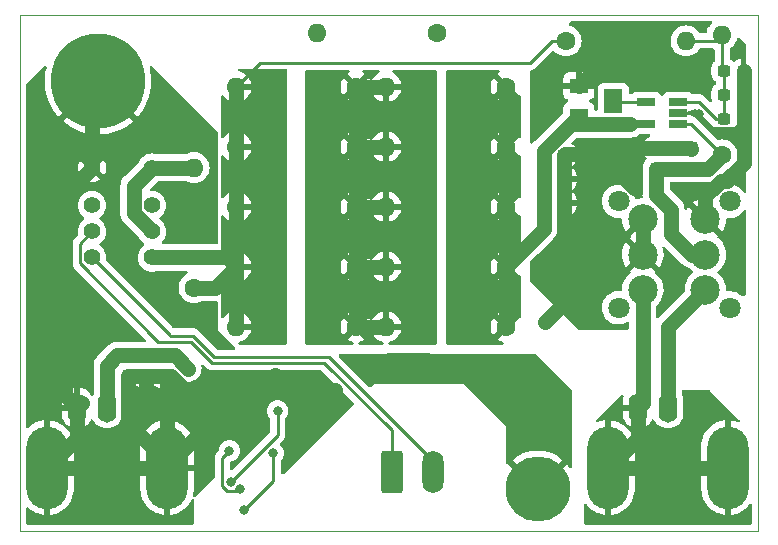
<source format=gtl>
%TF.GenerationSoftware,KiCad,Pcbnew,(6.0.7)*%
%TF.CreationDate,2022-08-24T23:24:25-04:00*%
%TF.ProjectId,hexapod_interlock,68657861-706f-4645-9f69-6e7465726c6f,rev?*%
%TF.SameCoordinates,Original*%
%TF.FileFunction,Copper,L1,Top*%
%TF.FilePolarity,Positive*%
%FSLAX46Y46*%
G04 Gerber Fmt 4.6, Leading zero omitted, Abs format (unit mm)*
G04 Created by KiCad (PCBNEW (6.0.7)) date 2022-08-24 23:24:25*
%MOMM*%
%LPD*%
G01*
G04 APERTURE LIST*
G04 Aperture macros list*
%AMRoundRect*
0 Rectangle with rounded corners*
0 $1 Rounding radius*
0 $2 $3 $4 $5 $6 $7 $8 $9 X,Y pos of 4 corners*
0 Add a 4 corners polygon primitive as box body*
4,1,4,$2,$3,$4,$5,$6,$7,$8,$9,$2,$3,0*
0 Add four circle primitives for the rounded corners*
1,1,$1+$1,$2,$3*
1,1,$1+$1,$4,$5*
1,1,$1+$1,$6,$7*
1,1,$1+$1,$8,$9*
0 Add four rect primitives between the rounded corners*
20,1,$1+$1,$2,$3,$4,$5,0*
20,1,$1+$1,$4,$5,$6,$7,0*
20,1,$1+$1,$6,$7,$8,$9,0*
20,1,$1+$1,$8,$9,$2,$3,0*%
G04 Aperture macros list end*
%TA.AperFunction,Profile*%
%ADD10C,0.100000*%
%TD*%
%TA.AperFunction,SMDPad,CuDef*%
%ADD11RoundRect,0.237500X-0.300000X-0.237500X0.300000X-0.237500X0.300000X0.237500X-0.300000X0.237500X0*%
%TD*%
%TA.AperFunction,SMDPad,CuDef*%
%ADD12R,1.600000X1.300000*%
%TD*%
%TA.AperFunction,SMDPad,CuDef*%
%ADD13R,1.600000X2.000000*%
%TD*%
%TA.AperFunction,SMDPad,CuDef*%
%ADD14RoundRect,0.237500X0.237500X-0.300000X0.237500X0.300000X-0.237500X0.300000X-0.237500X-0.300000X0*%
%TD*%
%TA.AperFunction,ComponentPad*%
%ADD15RoundRect,0.250000X-0.650000X-1.550000X0.650000X-1.550000X0.650000X1.550000X-0.650000X1.550000X0*%
%TD*%
%TA.AperFunction,ComponentPad*%
%ADD16O,1.800000X3.600000*%
%TD*%
%TA.AperFunction,SMDPad,CuDef*%
%ADD17RoundRect,0.237500X-0.237500X0.300000X-0.237500X-0.300000X0.237500X-0.300000X0.237500X0.300000X0*%
%TD*%
%TA.AperFunction,SMDPad,CuDef*%
%ADD18R,1.560000X0.650000*%
%TD*%
%TA.AperFunction,ComponentPad*%
%ADD19C,8.000000*%
%TD*%
%TA.AperFunction,ComponentPad*%
%ADD20C,5.500000*%
%TD*%
%TA.AperFunction,ComponentPad*%
%ADD21C,1.600000*%
%TD*%
%TA.AperFunction,ComponentPad*%
%ADD22O,1.600000X1.600000*%
%TD*%
%TA.AperFunction,ComponentPad*%
%ADD23C,1.400000*%
%TD*%
%TA.AperFunction,ComponentPad*%
%ADD24O,1.600000X2.500000*%
%TD*%
%TA.AperFunction,ComponentPad*%
%ADD25O,3.500000X7.000000*%
%TD*%
%TA.AperFunction,ComponentPad*%
%ADD26C,1.800000*%
%TD*%
%TA.AperFunction,ComponentPad*%
%ADD27C,2.500000*%
%TD*%
%TA.AperFunction,ViaPad*%
%ADD28C,0.800000*%
%TD*%
%TA.AperFunction,Conductor*%
%ADD29C,0.250000*%
%TD*%
%TA.AperFunction,Conductor*%
%ADD30C,1.270000*%
%TD*%
G04 APERTURE END LIST*
D10*
X196596000Y-140914000D02*
X196596000Y-97226000D01*
X134112000Y-97226000D02*
X196596000Y-97226000D01*
X134112000Y-140914000D02*
X196596000Y-140914000D01*
X134112000Y-97226000D02*
X134112000Y-140914000D01*
D11*
%TO.P,C14,1*%
%TO.N,Net-(C13-Pad1)*%
X193701500Y-101996000D03*
%TO.P,C14,2*%
%TO.N,GND*%
X195426500Y-101996000D03*
%TD*%
D12*
%TO.P,RV1,1,1*%
%TO.N,GND*%
X181430000Y-103286000D03*
D13*
%TO.P,RV1,2,2*%
%TO.N,Net-(RV1-Pad2)*%
X184330000Y-104536000D03*
D12*
%TO.P,RV1,3,3*%
%TO.N,4.3V*%
X181430000Y-105786000D03*
%TD*%
D14*
%TO.P,C6,1*%
%TO.N,+5V*%
X191008000Y-110280500D03*
%TO.P,C6,2*%
%TO.N,GND*%
X191008000Y-108555500D03*
%TD*%
D11*
%TO.P,C13,1*%
%TO.N,Net-(C13-Pad1)*%
X193701500Y-104028000D03*
%TO.P,C13,2*%
%TO.N,GND*%
X195426500Y-104028000D03*
%TD*%
D14*
%TO.P,C2,1*%
%TO.N,+5V*%
X187960000Y-110280500D03*
%TO.P,C2,2*%
%TO.N,GND*%
X187960000Y-108555500D03*
%TD*%
D15*
%TO.P,J2,1,Pin_1*%
%TO.N,Net-(K1-Pad6)*%
X165602700Y-135958700D03*
D16*
%TO.P,J2,2,Pin_2*%
%TO.N,Net-(K1-Pad5)*%
X169102700Y-135958700D03*
%TD*%
D17*
%TO.P,C3,1*%
%TO.N,Contact*%
X144780000Y-126081500D03*
%TO.P,C3,2*%
%TO.N,GND*%
X144780000Y-127806500D03*
%TD*%
D11*
%TO.P,C15,1*%
%TO.N,Net-(C13-Pad1)*%
X193701500Y-106060000D03*
%TO.P,C15,2*%
%TO.N,GND*%
X195426500Y-106060000D03*
%TD*%
D17*
%TO.P,C5,1*%
%TO.N,Contact*%
X143256000Y-126081500D03*
%TO.P,C5,2*%
%TO.N,GND*%
X143256000Y-127806500D03*
%TD*%
D11*
%TO.P,C12,1*%
%TO.N,4.3V*%
X178461500Y-113172000D03*
%TO.P,C12,2*%
%TO.N,GND*%
X180186500Y-113172000D03*
%TD*%
%TO.P,C10,1*%
%TO.N,4.3V*%
X178461500Y-111140000D03*
%TO.P,C10,2*%
%TO.N,GND*%
X180186500Y-111140000D03*
%TD*%
D18*
%TO.P,U1,1,VIN*%
%TO.N,+5V*%
X189818000Y-106502000D03*
%TO.P,U1,2,GND*%
%TO.N,GND*%
X189818000Y-105552000D03*
%TO.P,U1,3,EN*%
%TO.N,Net-(C13-Pad1)*%
X189818000Y-104602000D03*
%TO.P,U1,4,ADJ*%
%TO.N,Net-(RV1-Pad2)*%
X187118000Y-104602000D03*
%TO.P,U1,5,VOUT*%
%TO.N,4.3V*%
X187118000Y-106502000D03*
%TD*%
D19*
%TO.P,J5,1,Pin_1*%
%TO.N,GND*%
X140716000Y-102870000D03*
%TD*%
D17*
%TO.P,C1,1*%
%TO.N,Contact*%
X146304000Y-126081500D03*
%TO.P,C1,2*%
%TO.N,GND*%
X146304000Y-127806500D03*
%TD*%
D14*
%TO.P,C4,1*%
%TO.N,+5V*%
X189484000Y-110280500D03*
%TO.P,C4,2*%
%TO.N,GND*%
X189484000Y-108555500D03*
%TD*%
D11*
%TO.P,C8,1*%
%TO.N,4.3V*%
X178461500Y-109108000D03*
%TO.P,C8,2*%
%TO.N,GND*%
X180186500Y-109108000D03*
%TD*%
D20*
%TO.P,J4,1,Pin_1*%
%TO.N,GND*%
X177927000Y-137414000D03*
%TD*%
D21*
%TO.P,R2,1*%
%TO.N,Net-(R1-Pad2)*%
X162560000Y-123642000D03*
D22*
%TO.P,R2,2*%
%TO.N,Coil*%
X152400000Y-123642000D03*
%TD*%
D21*
%TO.P,R11,1*%
%TO.N,Net-(R1-Pad2)*%
X162560000Y-103322000D03*
D22*
%TO.P,R11,2*%
%TO.N,Coil*%
X152400000Y-103322000D03*
%TD*%
D23*
%TO.P,K1,1*%
%TO.N,Net-(K1-Pad1)*%
X145288000Y-110190000D03*
%TO.P,K1,2*%
%TO.N,unconnected-(K1-Pad2)*%
X145288000Y-113390000D03*
%TO.P,K1,3*%
%TO.N,Net-(K1-Pad1)*%
X145288000Y-115590000D03*
%TO.P,K1,4*%
%TO.N,Coil*%
X145288000Y-117790000D03*
%TO.P,K1,5*%
%TO.N,Net-(K1-Pad5)*%
X140208000Y-117790000D03*
%TO.P,K1,6*%
%TO.N,Net-(K1-Pad6)*%
X140208000Y-115590000D03*
%TO.P,K1,7*%
%TO.N,unconnected-(K1-Pad7)*%
X140208000Y-113390000D03*
%TO.P,K1,8*%
%TO.N,GND*%
X140208000Y-110190000D03*
%TD*%
D21*
%TO.P,R9,1*%
%TO.N,Net-(R1-Pad2)*%
X162560000Y-108402000D03*
D22*
%TO.P,R9,2*%
%TO.N,Coil*%
X152400000Y-108402000D03*
%TD*%
D21*
%TO.P,R4,1*%
%TO.N,Net-(R1-Pad2)*%
X162560000Y-118562000D03*
D22*
%TO.P,R4,2*%
%TO.N,Coil*%
X152400000Y-118562000D03*
%TD*%
D24*
%TO.P,J1,1,In*%
%TO.N,Contact*%
X141478000Y-130500000D03*
D25*
%TO.P,J1,2,Ext*%
%TO.N,GND*%
X136398000Y-135580000D03*
D24*
X138938000Y-130500000D03*
D25*
X146558000Y-135580000D03*
%TD*%
D21*
%TO.P,R10,1*%
%TO.N,4.3V*%
X175260000Y-103322000D03*
D22*
%TO.P,R10,2*%
%TO.N,Net-(R1-Pad2)*%
X165100000Y-103322000D03*
%TD*%
D21*
%TO.P,R5,1*%
%TO.N,4.3V*%
X175260000Y-113482000D03*
D22*
%TO.P,R5,2*%
%TO.N,Net-(R1-Pad2)*%
X165100000Y-113482000D03*
%TD*%
D21*
%TO.P,R6,1*%
%TO.N,Net-(R1-Pad2)*%
X162560000Y-113482000D03*
D22*
%TO.P,R6,2*%
%TO.N,Coil*%
X152400000Y-113482000D03*
%TD*%
D21*
%TO.P,R12,1*%
%TO.N,+5V*%
X193548000Y-109108000D03*
D22*
%TO.P,R12,2*%
%TO.N,Net-(C13-Pad1)*%
X193548000Y-98948000D03*
%TD*%
D21*
%TO.P,R8,1*%
%TO.N,4.3V*%
X175260000Y-108402000D03*
D22*
%TO.P,R8,2*%
%TO.N,Net-(R1-Pad2)*%
X165100000Y-108402000D03*
%TD*%
D21*
%TO.P,R7,1*%
%TO.N,+5V*%
X169418000Y-98750000D03*
D22*
%TO.P,R7,2*%
%TO.N,Net-(R7-Pad2)*%
X159258000Y-98750000D03*
%TD*%
D21*
%TO.P,R14,1*%
%TO.N,Coil*%
X148844000Y-120340000D03*
D22*
%TO.P,R14,2*%
%TO.N,Net-(K1-Pad1)*%
X148844000Y-110180000D03*
%TD*%
D21*
%TO.P,R13,1*%
%TO.N,Coil*%
X180340000Y-99456000D03*
D22*
%TO.P,R13,2*%
%TO.N,Net-(C13-Pad1)*%
X190500000Y-99456000D03*
%TD*%
D24*
%TO.P,J3,1,In*%
%TO.N,Net-(J3-Pad1)*%
X188976000Y-130500000D03*
D25*
%TO.P,J3,2,Ext*%
%TO.N,Net-(J3-Pad2)*%
X194056000Y-135580000D03*
X183896000Y-135580000D03*
D24*
X186436000Y-130500000D03*
%TD*%
D26*
%TO.P,SW2,*%
%TO.N,*%
X194184000Y-113046000D03*
X184784000Y-113046000D03*
X194184000Y-122046000D03*
X184784000Y-122046000D03*
D27*
%TO.P,SW2,1,A*%
%TO.N,Net-(J3-Pad1)*%
X192134000Y-120546000D03*
%TO.P,SW2,2,B*%
%TO.N,+5V*%
X192134000Y-117546000D03*
%TO.P,SW2,3,C*%
%TO.N,GND*%
X192134000Y-114546000D03*
%TO.P,SW2,4,A*%
%TO.N,Net-(J3-Pad2)*%
X186834000Y-120546000D03*
%TO.P,SW2,5,B*%
%TO.N,GND*%
X186834000Y-117546000D03*
%TO.P,SW2,6,C*%
X186834000Y-114546000D03*
%TD*%
D21*
%TO.P,R3,1*%
%TO.N,4.3V*%
X175260000Y-118562000D03*
D22*
%TO.P,R3,2*%
%TO.N,Net-(R1-Pad2)*%
X165100000Y-118562000D03*
%TD*%
D21*
%TO.P,R1,1*%
%TO.N,4.3V*%
X175260000Y-123642000D03*
D22*
%TO.P,R1,2*%
%TO.N,Net-(R1-Pad2)*%
X165100000Y-123642000D03*
%TD*%
D28*
%TO.N,Contact*%
X148336000Y-127198000D03*
X152755600Y-137414000D03*
X151841200Y-134162800D03*
%TO.N,GND*%
X145796000Y-121158000D03*
X155702000Y-127706000D03*
X169113200Y-127000000D03*
X165342000Y-126436000D03*
X160782000Y-128976000D03*
X141935200Y-124053600D03*
X143256000Y-129184400D03*
X151765000Y-130246000D03*
X182118000Y-112369600D03*
X139496800Y-128219200D03*
X191615199Y-105679807D03*
X147675600Y-123139200D03*
X155448000Y-128976000D03*
X139750800Y-122326400D03*
X143459200Y-118821200D03*
X182880000Y-101798000D03*
X181991000Y-109037000D03*
X184865300Y-108555500D03*
X145338800Y-129895600D03*
X186131200Y-111912400D03*
X139496800Y-128219200D03*
X178562000Y-123261000D03*
X143459200Y-118821200D03*
%TO.N,Coil*%
X153060400Y-139192000D03*
X155549600Y-134345500D03*
%TO.N,Net-(R7-Pad2)*%
X155924000Y-130786000D03*
X151942800Y-136814500D03*
%TD*%
D29*
%TO.N,Net-(K1-Pad5)*%
X150554396Y-126240000D02*
X160284000Y-126240000D01*
X160284000Y-126240000D02*
X169102700Y-135058700D01*
X169102700Y-135058700D02*
X169102700Y-135958700D01*
%TO.N,Net-(K1-Pad6)*%
X150368000Y-126690000D02*
X159853645Y-126690000D01*
X165602700Y-132439055D02*
X165602700Y-135958700D01*
X159853645Y-126690000D02*
X165602700Y-132439055D01*
%TO.N,Contact*%
X152630100Y-137539500D02*
X151642495Y-137539500D01*
D30*
X141478000Y-126944000D02*
X141478000Y-130500000D01*
X147219500Y-126081500D02*
X148336000Y-127198000D01*
X142340500Y-126081500D02*
X141478000Y-126944000D01*
X146304000Y-126081500D02*
X147219500Y-126081500D01*
D29*
X151642495Y-137539500D02*
X151217800Y-137114805D01*
X152755600Y-137414000D02*
X152630100Y-137539500D01*
X151217800Y-134786200D02*
X151841200Y-134162800D01*
D30*
X144780000Y-126081500D02*
X146304000Y-126081500D01*
X143256000Y-126081500D02*
X142340500Y-126081500D01*
D29*
X151217800Y-137114805D02*
X151217800Y-134786200D01*
D30*
X143256000Y-126081500D02*
X144780000Y-126081500D01*
%TO.N,GND*%
X192134000Y-112610000D02*
X192134000Y-114546000D01*
X155448000Y-128976000D02*
X160782000Y-128976000D01*
X146558000Y-135580000D02*
X146558000Y-135453000D01*
X180186500Y-109108000D02*
X180186500Y-111140000D01*
X181991000Y-112242600D02*
X182118000Y-112369600D01*
X137913323Y-112484677D02*
X137913323Y-121827077D01*
X180186500Y-111140000D02*
X180186500Y-113172000D01*
X180257500Y-109037000D02*
X180186500Y-109108000D01*
X146558000Y-135453000D02*
X151765000Y-130246000D01*
X149305106Y-130246000D02*
X151765000Y-130246000D01*
X146304000Y-127806500D02*
X146865606Y-127806500D01*
X186834000Y-117546000D02*
X186834000Y-114546000D01*
X156972000Y-128976000D02*
X155702000Y-127706000D01*
X146865606Y-127806500D02*
X147296553Y-128237447D01*
X189484000Y-108555500D02*
X190819854Y-108555500D01*
X195426500Y-101996000D02*
X195426500Y-104028000D01*
X165342000Y-126436000D02*
X168549200Y-126436000D01*
X168549200Y-126436000D02*
X169113200Y-127000000D01*
X136398000Y-135580000D02*
X138938000Y-133040000D01*
X181430000Y-103248000D02*
X182880000Y-101798000D01*
X181991000Y-109037000D02*
X181991000Y-112242600D01*
X137913323Y-121827077D02*
X137913323Y-129475323D01*
X140208000Y-103378000D02*
X140716000Y-102870000D01*
X184865300Y-108555500D02*
X182472500Y-108555500D01*
X146558000Y-128060500D02*
X146304000Y-127806500D01*
X138938000Y-133040000D02*
X141478000Y-135580000D01*
X181430000Y-103286000D02*
X181430000Y-103248000D01*
D29*
X192657645Y-106860000D02*
X194626500Y-106860000D01*
D30*
X189484000Y-108555500D02*
X187960000Y-108555500D01*
X144780000Y-129336800D02*
X145338800Y-129895600D01*
D29*
X194626500Y-106860000D02*
X195426500Y-106060000D01*
D30*
X195426500Y-104028000D02*
X195426500Y-109825500D01*
X146558000Y-135580000D02*
X136398000Y-135580000D01*
X186131200Y-111912400D02*
X184865300Y-110646500D01*
X193941000Y-111311000D02*
X193433000Y-111311000D01*
X140208000Y-110190000D02*
X137913323Y-112484677D01*
X195426500Y-104028000D02*
X195426500Y-106060000D01*
X136398000Y-135580000D02*
X139827000Y-135580000D01*
X144780000Y-127806500D02*
X144780000Y-129336800D01*
X190819854Y-108555500D02*
X190913927Y-108649573D01*
D29*
X191349646Y-105552000D02*
X192657645Y-106860000D01*
D30*
X143256000Y-131770000D02*
X143256000Y-129184400D01*
X193433000Y-111311000D02*
X192134000Y-112610000D01*
X187960000Y-108555500D02*
X184865300Y-108555500D01*
X141478000Y-135580000D02*
X146558000Y-135580000D01*
X146558000Y-135580000D02*
X146558000Y-128060500D01*
D29*
X191487392Y-105552000D02*
X191615199Y-105679807D01*
D30*
X143256000Y-129184400D02*
X143256000Y-127806500D01*
X195426500Y-109825500D02*
X193941000Y-111311000D01*
X139319000Y-130119000D02*
X138938000Y-130500000D01*
X147296553Y-128237447D02*
X149305106Y-130246000D01*
X140208000Y-110190000D02*
X140208000Y-103378000D01*
X139251477Y-121827077D02*
X137913323Y-121827077D01*
X160782000Y-128976000D02*
X156972000Y-128976000D01*
X146558000Y-135580000D02*
X146558000Y-135072000D01*
X182472500Y-108555500D02*
X181991000Y-109037000D01*
X146558000Y-135072000D02*
X143256000Y-131770000D01*
X181991000Y-109037000D02*
X180257500Y-109037000D01*
X138938000Y-130500000D02*
X138938000Y-133040000D01*
X184865300Y-110646500D02*
X184865300Y-108555500D01*
X143256000Y-127806500D02*
X144780000Y-127806500D01*
X139750800Y-122326400D02*
X139251477Y-121827077D01*
X144780000Y-127806500D02*
X146304000Y-127806500D01*
D29*
X189818000Y-105552000D02*
X191487392Y-105552000D01*
D30*
X137913323Y-129475323D02*
X138938000Y-130500000D01*
D29*
X189818000Y-105552000D02*
X191349646Y-105552000D01*
D30*
X180186500Y-113172000D02*
X180186500Y-121636500D01*
X180186500Y-121636500D02*
X178562000Y-123261000D01*
D29*
%TO.N,+5V*%
X190942000Y-106502000D02*
X193548000Y-109108000D01*
D30*
X187960000Y-110280500D02*
X189484000Y-110280500D01*
X189230000Y-115768000D02*
X191008000Y-117546000D01*
X189230000Y-113736000D02*
X189230000Y-115768000D01*
D29*
X189818000Y-106502000D02*
X190942000Y-106502000D01*
D30*
X192375500Y-110280500D02*
X193548000Y-109108000D01*
X187960000Y-112466000D02*
X189230000Y-113736000D01*
X191008000Y-117546000D02*
X192134000Y-117546000D01*
X191008000Y-110280500D02*
X192375500Y-110280500D01*
X189484000Y-110280500D02*
X191008000Y-110280500D01*
X187960000Y-110280500D02*
X187960000Y-112466000D01*
D29*
%TO.N,Coil*%
X155549600Y-136702800D02*
X155549600Y-134345500D01*
X153060400Y-139192000D02*
X155549600Y-136702800D01*
X180340000Y-99456000D02*
X179126000Y-99456000D01*
D30*
X152400000Y-118562000D02*
X152400000Y-123642000D01*
X152400000Y-108402000D02*
X152400000Y-113482000D01*
X150622000Y-120340000D02*
X152400000Y-118562000D01*
D29*
X179126000Y-99456000D02*
X177292000Y-101290000D01*
D30*
X148844000Y-120340000D02*
X150622000Y-120340000D01*
D29*
X177292000Y-101290000D02*
X154432000Y-101290000D01*
X154432000Y-101290000D02*
X152400000Y-103322000D01*
D30*
X151628000Y-117790000D02*
X152400000Y-118562000D01*
X152400000Y-113482000D02*
X152400000Y-118562000D01*
X145288000Y-117790000D02*
X151628000Y-117790000D01*
X152400000Y-103322000D02*
X152400000Y-108402000D01*
%TO.N,4.3V*%
X175260000Y-103322000D02*
X175260000Y-108402000D01*
X175260000Y-113482000D02*
X175260000Y-118562000D01*
X175260000Y-108402000D02*
X175260000Y-113482000D01*
X178461500Y-109108000D02*
X178461500Y-108754500D01*
X178461500Y-108754500D02*
X180847000Y-106369000D01*
X178461500Y-111140000D02*
X178461500Y-113172000D01*
X180847000Y-106369000D02*
X181430000Y-105786000D01*
X175260000Y-118562000D02*
X175260000Y-123642000D01*
X180980000Y-106502000D02*
X185796000Y-106502000D01*
D29*
X185796000Y-106502000D02*
X182146000Y-106502000D01*
X182146000Y-106502000D02*
X181430000Y-105786000D01*
D30*
X178461500Y-109108000D02*
X178461500Y-111140000D01*
D29*
X187118000Y-106502000D02*
X185796000Y-106502000D01*
D30*
X178461500Y-115360500D02*
X175260000Y-118562000D01*
X180847000Y-106369000D02*
X180980000Y-106502000D01*
X178461500Y-113172000D02*
X178461500Y-115360500D01*
D29*
%TO.N,Net-(C13-Pad1)*%
X193548000Y-101842500D02*
X193701500Y-101996000D01*
X193020697Y-106060000D02*
X191562697Y-104602000D01*
X193548000Y-98948000D02*
X193548000Y-101842500D01*
X191562697Y-104602000D02*
X189818000Y-104602000D01*
X190500000Y-99456000D02*
X193040000Y-99456000D01*
X193040000Y-99456000D02*
X193548000Y-98948000D01*
X193701500Y-106060000D02*
X193020697Y-106060000D01*
X193701500Y-104028000D02*
X193701500Y-106060000D01*
X193701500Y-101996000D02*
X193701500Y-104028000D01*
%TO.N,Net-(K1-Pad6)*%
X139183000Y-116615000D02*
X139183000Y-118299000D01*
X140208000Y-115590000D02*
X139183000Y-116615000D01*
X148590000Y-124912000D02*
X150368000Y-126690000D01*
X145796000Y-124912000D02*
X148590000Y-124912000D01*
X139183000Y-118299000D02*
X145796000Y-124912000D01*
%TO.N,Net-(K1-Pad5)*%
X148718396Y-124404000D02*
X150554396Y-126240000D01*
X146812000Y-124394000D02*
X146812000Y-124404000D01*
X140208000Y-117790000D02*
X146812000Y-124394000D01*
X146812000Y-124404000D02*
X148718396Y-124404000D01*
D30*
%TO.N,Net-(J3-Pad1)*%
X188976000Y-123704000D02*
X192134000Y-120546000D01*
X188976000Y-130500000D02*
X188976000Y-123704000D01*
%TO.N,Net-(J3-Pad2)*%
X194056000Y-135580000D02*
X188976000Y-135580000D01*
X186834000Y-130102000D02*
X186834000Y-120546000D01*
X186436000Y-130500000D02*
X186436000Y-133040000D01*
X183896000Y-135580000D02*
X194056000Y-135580000D01*
X186436000Y-133040000D02*
X183896000Y-135580000D01*
X188976000Y-135580000D02*
X186436000Y-133040000D01*
X186436000Y-130500000D02*
X186834000Y-130102000D01*
X194056000Y-135580000D02*
X194056000Y-133040000D01*
%TO.N,Net-(R1-Pad2)*%
X162560000Y-108402000D02*
X162560000Y-113482000D01*
X162560000Y-108402000D02*
X165100000Y-108402000D01*
X162560000Y-113482000D02*
X162560000Y-118562000D01*
X162560000Y-123642000D02*
X165100000Y-123642000D01*
X162560000Y-113482000D02*
X165100000Y-113482000D01*
X162560000Y-118562000D02*
X165100000Y-118562000D01*
X162560000Y-103322000D02*
X162560000Y-108402000D01*
X162560000Y-118562000D02*
X162560000Y-123642000D01*
X162560000Y-103322000D02*
X165100000Y-103322000D01*
D29*
%TO.N,Net-(R7-Pad2)*%
X151942800Y-136814500D02*
X155924000Y-132833300D01*
X155924000Y-132833300D02*
X155924000Y-130786000D01*
%TO.N,Net-(RV1-Pad2)*%
X184396000Y-104602000D02*
X184330000Y-104536000D01*
X187118000Y-104602000D02*
X184396000Y-104602000D01*
D30*
%TO.N,Net-(K1-Pad1)*%
X143753000Y-114055000D02*
X143753000Y-111725000D01*
X145288000Y-110190000D02*
X148834000Y-110190000D01*
X145288000Y-115590000D02*
X143753000Y-114055000D01*
X143753000Y-111725000D02*
X145288000Y-110190000D01*
X148834000Y-110190000D02*
X148844000Y-110180000D01*
%TD*%
%TA.AperFunction,Conductor*%
%TO.N,4.3V*%
G36*
X174663873Y-101943502D02*
G01*
X174710366Y-101997158D01*
X174720470Y-102067432D01*
X174690976Y-102132012D01*
X174649002Y-102163695D01*
X174608489Y-102182586D01*
X174598994Y-102188069D01*
X174546952Y-102224509D01*
X174538576Y-102234988D01*
X174545644Y-102248434D01*
X176334287Y-104037077D01*
X176348231Y-104044691D01*
X176364800Y-104043506D01*
X176393019Y-104032468D01*
X176462624Y-104046458D01*
X176513616Y-104095857D01*
X176530000Y-104157989D01*
X176530000Y-107564822D01*
X176509998Y-107632943D01*
X176456342Y-107679436D01*
X176386068Y-107689540D01*
X176367053Y-107681308D01*
X176349146Y-107679455D01*
X176333566Y-107687644D01*
X175632022Y-108389188D01*
X175624408Y-108403132D01*
X175624539Y-108404965D01*
X175628790Y-108411580D01*
X176334287Y-109117077D01*
X176348231Y-109124691D01*
X176364800Y-109123506D01*
X176393019Y-109112468D01*
X176462624Y-109126458D01*
X176513616Y-109175857D01*
X176530000Y-109237989D01*
X176530000Y-112644822D01*
X176509998Y-112712943D01*
X176456342Y-112759436D01*
X176386068Y-112769540D01*
X176367053Y-112761308D01*
X176349146Y-112759455D01*
X176333566Y-112767644D01*
X175632022Y-113469188D01*
X175624408Y-113483132D01*
X175624539Y-113484965D01*
X175628790Y-113491580D01*
X176334287Y-114197077D01*
X176348231Y-114204691D01*
X176364800Y-114203506D01*
X176393019Y-114192468D01*
X176462624Y-114206458D01*
X176513616Y-114255857D01*
X176530000Y-114317989D01*
X176530000Y-117724822D01*
X176509998Y-117792943D01*
X176456342Y-117839436D01*
X176386068Y-117849540D01*
X176367053Y-117841308D01*
X176349146Y-117839455D01*
X176333566Y-117847644D01*
X175632022Y-118549188D01*
X175624408Y-118563132D01*
X175624539Y-118564965D01*
X175628790Y-118571580D01*
X176334287Y-119277077D01*
X176348231Y-119284691D01*
X176364800Y-119283506D01*
X176393019Y-119272468D01*
X176462624Y-119286458D01*
X176513616Y-119335857D01*
X176530000Y-119397989D01*
X176530000Y-122804822D01*
X176509998Y-122872943D01*
X176456342Y-122919436D01*
X176386068Y-122929540D01*
X176367053Y-122921308D01*
X176349146Y-122919455D01*
X176333566Y-122927644D01*
X174544923Y-124716287D01*
X174538493Y-124728062D01*
X174547789Y-124740077D01*
X174598994Y-124775931D01*
X174608489Y-124781414D01*
X174805947Y-124873490D01*
X174816239Y-124877236D01*
X174969467Y-124918293D01*
X175030090Y-124955245D01*
X175061111Y-125019105D01*
X175052683Y-125089600D01*
X175007480Y-125144347D01*
X174936856Y-125166000D01*
X170306000Y-125166000D01*
X170237879Y-125145998D01*
X170191386Y-125092342D01*
X170180000Y-125040000D01*
X170180000Y-123647475D01*
X173947483Y-123647475D01*
X173966472Y-123864519D01*
X173968375Y-123875312D01*
X174024764Y-124085761D01*
X174028510Y-124096053D01*
X174120586Y-124293511D01*
X174126069Y-124303006D01*
X174162509Y-124355048D01*
X174172988Y-124363424D01*
X174186434Y-124356356D01*
X174887978Y-123654812D01*
X174895592Y-123640868D01*
X174895461Y-123639035D01*
X174891210Y-123632420D01*
X174185713Y-122926923D01*
X174173938Y-122920493D01*
X174161923Y-122929789D01*
X174126069Y-122980994D01*
X174120586Y-122990489D01*
X174028510Y-123187947D01*
X174024764Y-123198239D01*
X173968375Y-123408688D01*
X173966472Y-123419481D01*
X173947483Y-123636525D01*
X173947483Y-123647475D01*
X170180000Y-123647475D01*
X170180000Y-122554988D01*
X174538576Y-122554988D01*
X174545644Y-122568434D01*
X175247188Y-123269978D01*
X175261132Y-123277592D01*
X175262965Y-123277461D01*
X175269580Y-123273210D01*
X175975077Y-122567713D01*
X175981507Y-122555938D01*
X175972211Y-122543923D01*
X175921006Y-122508069D01*
X175911511Y-122502586D01*
X175714053Y-122410510D01*
X175703761Y-122406764D01*
X175493312Y-122350375D01*
X175482519Y-122348472D01*
X175265475Y-122329483D01*
X175254525Y-122329483D01*
X175037481Y-122348472D01*
X175026688Y-122350375D01*
X174816239Y-122406764D01*
X174805947Y-122410510D01*
X174608489Y-122502586D01*
X174598994Y-122508069D01*
X174546952Y-122544509D01*
X174538576Y-122554988D01*
X170180000Y-122554988D01*
X170180000Y-119648062D01*
X174538493Y-119648062D01*
X174547789Y-119660077D01*
X174598994Y-119695931D01*
X174608489Y-119701414D01*
X174805947Y-119793490D01*
X174816239Y-119797236D01*
X175026688Y-119853625D01*
X175037481Y-119855528D01*
X175254525Y-119874517D01*
X175265475Y-119874517D01*
X175482519Y-119855528D01*
X175493312Y-119853625D01*
X175703761Y-119797236D01*
X175714053Y-119793490D01*
X175911511Y-119701414D01*
X175921006Y-119695931D01*
X175973048Y-119659491D01*
X175981424Y-119649012D01*
X175974356Y-119635566D01*
X175272812Y-118934022D01*
X175258868Y-118926408D01*
X175257035Y-118926539D01*
X175250420Y-118930790D01*
X174544923Y-119636287D01*
X174538493Y-119648062D01*
X170180000Y-119648062D01*
X170180000Y-118567475D01*
X173947483Y-118567475D01*
X173966472Y-118784519D01*
X173968375Y-118795312D01*
X174024764Y-119005761D01*
X174028510Y-119016053D01*
X174120586Y-119213511D01*
X174126069Y-119223006D01*
X174162509Y-119275048D01*
X174172988Y-119283424D01*
X174186434Y-119276356D01*
X174887978Y-118574812D01*
X174895592Y-118560868D01*
X174895461Y-118559035D01*
X174891210Y-118552420D01*
X174185713Y-117846923D01*
X174173938Y-117840493D01*
X174161923Y-117849789D01*
X174126069Y-117900994D01*
X174120586Y-117910489D01*
X174028510Y-118107947D01*
X174024764Y-118118239D01*
X173968375Y-118328688D01*
X173966472Y-118339481D01*
X173947483Y-118556525D01*
X173947483Y-118567475D01*
X170180000Y-118567475D01*
X170180000Y-117474988D01*
X174538576Y-117474988D01*
X174545644Y-117488434D01*
X175247188Y-118189978D01*
X175261132Y-118197592D01*
X175262965Y-118197461D01*
X175269580Y-118193210D01*
X175975077Y-117487713D01*
X175981507Y-117475938D01*
X175972211Y-117463923D01*
X175921006Y-117428069D01*
X175911511Y-117422586D01*
X175714053Y-117330510D01*
X175703761Y-117326764D01*
X175493312Y-117270375D01*
X175482519Y-117268472D01*
X175265475Y-117249483D01*
X175254525Y-117249483D01*
X175037481Y-117268472D01*
X175026688Y-117270375D01*
X174816239Y-117326764D01*
X174805947Y-117330510D01*
X174608489Y-117422586D01*
X174598994Y-117428069D01*
X174546952Y-117464509D01*
X174538576Y-117474988D01*
X170180000Y-117474988D01*
X170180000Y-114568062D01*
X174538493Y-114568062D01*
X174547789Y-114580077D01*
X174598994Y-114615931D01*
X174608489Y-114621414D01*
X174805947Y-114713490D01*
X174816239Y-114717236D01*
X175026688Y-114773625D01*
X175037481Y-114775528D01*
X175254525Y-114794517D01*
X175265475Y-114794517D01*
X175482519Y-114775528D01*
X175493312Y-114773625D01*
X175703761Y-114717236D01*
X175714053Y-114713490D01*
X175911511Y-114621414D01*
X175921006Y-114615931D01*
X175973048Y-114579491D01*
X175981424Y-114569012D01*
X175974356Y-114555566D01*
X175272812Y-113854022D01*
X175258868Y-113846408D01*
X175257035Y-113846539D01*
X175250420Y-113850790D01*
X174544923Y-114556287D01*
X174538493Y-114568062D01*
X170180000Y-114568062D01*
X170180000Y-113487475D01*
X173947483Y-113487475D01*
X173966472Y-113704519D01*
X173968375Y-113715312D01*
X174024764Y-113925761D01*
X174028510Y-113936053D01*
X174120586Y-114133511D01*
X174126069Y-114143006D01*
X174162509Y-114195048D01*
X174172988Y-114203424D01*
X174186434Y-114196356D01*
X174887978Y-113494812D01*
X174895592Y-113480868D01*
X174895461Y-113479035D01*
X174891210Y-113472420D01*
X174185713Y-112766923D01*
X174173938Y-112760493D01*
X174161923Y-112769789D01*
X174126069Y-112820994D01*
X174120586Y-112830489D01*
X174028510Y-113027947D01*
X174024764Y-113038239D01*
X173968375Y-113248688D01*
X173966472Y-113259481D01*
X173947483Y-113476525D01*
X173947483Y-113487475D01*
X170180000Y-113487475D01*
X170180000Y-112394988D01*
X174538576Y-112394988D01*
X174545644Y-112408434D01*
X175247188Y-113109978D01*
X175261132Y-113117592D01*
X175262965Y-113117461D01*
X175269580Y-113113210D01*
X175975077Y-112407713D01*
X175981507Y-112395938D01*
X175972211Y-112383923D01*
X175921006Y-112348069D01*
X175911511Y-112342586D01*
X175714053Y-112250510D01*
X175703761Y-112246764D01*
X175493312Y-112190375D01*
X175482519Y-112188472D01*
X175265475Y-112169483D01*
X175254525Y-112169483D01*
X175037481Y-112188472D01*
X175026688Y-112190375D01*
X174816239Y-112246764D01*
X174805947Y-112250510D01*
X174608489Y-112342586D01*
X174598994Y-112348069D01*
X174546952Y-112384509D01*
X174538576Y-112394988D01*
X170180000Y-112394988D01*
X170180000Y-109488062D01*
X174538493Y-109488062D01*
X174547789Y-109500077D01*
X174598994Y-109535931D01*
X174608489Y-109541414D01*
X174805947Y-109633490D01*
X174816239Y-109637236D01*
X175026688Y-109693625D01*
X175037481Y-109695528D01*
X175254525Y-109714517D01*
X175265475Y-109714517D01*
X175482519Y-109695528D01*
X175493312Y-109693625D01*
X175703761Y-109637236D01*
X175714053Y-109633490D01*
X175911511Y-109541414D01*
X175921006Y-109535931D01*
X175973048Y-109499491D01*
X175981424Y-109489012D01*
X175974356Y-109475566D01*
X175272812Y-108774022D01*
X175258868Y-108766408D01*
X175257035Y-108766539D01*
X175250420Y-108770790D01*
X174544923Y-109476287D01*
X174538493Y-109488062D01*
X170180000Y-109488062D01*
X170180000Y-108407475D01*
X173947483Y-108407475D01*
X173966472Y-108624519D01*
X173968375Y-108635312D01*
X174024764Y-108845761D01*
X174028510Y-108856053D01*
X174120586Y-109053511D01*
X174126069Y-109063006D01*
X174162509Y-109115048D01*
X174172988Y-109123424D01*
X174186434Y-109116356D01*
X174887978Y-108414812D01*
X174895592Y-108400868D01*
X174895461Y-108399035D01*
X174891210Y-108392420D01*
X174185713Y-107686923D01*
X174173938Y-107680493D01*
X174161923Y-107689789D01*
X174126069Y-107740994D01*
X174120586Y-107750489D01*
X174028510Y-107947947D01*
X174024764Y-107958239D01*
X173968375Y-108168688D01*
X173966472Y-108179481D01*
X173947483Y-108396525D01*
X173947483Y-108407475D01*
X170180000Y-108407475D01*
X170180000Y-107314988D01*
X174538576Y-107314988D01*
X174545644Y-107328434D01*
X175247188Y-108029978D01*
X175261132Y-108037592D01*
X175262965Y-108037461D01*
X175269580Y-108033210D01*
X175975077Y-107327713D01*
X175981507Y-107315938D01*
X175972211Y-107303923D01*
X175921006Y-107268069D01*
X175911511Y-107262586D01*
X175714053Y-107170510D01*
X175703761Y-107166764D01*
X175493312Y-107110375D01*
X175482519Y-107108472D01*
X175265475Y-107089483D01*
X175254525Y-107089483D01*
X175037481Y-107108472D01*
X175026688Y-107110375D01*
X174816239Y-107166764D01*
X174805947Y-107170510D01*
X174608489Y-107262586D01*
X174598994Y-107268069D01*
X174546952Y-107304509D01*
X174538576Y-107314988D01*
X170180000Y-107314988D01*
X170180000Y-104408062D01*
X174538493Y-104408062D01*
X174547789Y-104420077D01*
X174598994Y-104455931D01*
X174608489Y-104461414D01*
X174805947Y-104553490D01*
X174816239Y-104557236D01*
X175026688Y-104613625D01*
X175037481Y-104615528D01*
X175254525Y-104634517D01*
X175265475Y-104634517D01*
X175482519Y-104615528D01*
X175493312Y-104613625D01*
X175703761Y-104557236D01*
X175714053Y-104553490D01*
X175911511Y-104461414D01*
X175921006Y-104455931D01*
X175973048Y-104419491D01*
X175981424Y-104409012D01*
X175974356Y-104395566D01*
X175272812Y-103694022D01*
X175258868Y-103686408D01*
X175257035Y-103686539D01*
X175250420Y-103690790D01*
X174544923Y-104396287D01*
X174538493Y-104408062D01*
X170180000Y-104408062D01*
X170180000Y-103327475D01*
X173947483Y-103327475D01*
X173966472Y-103544519D01*
X173968375Y-103555312D01*
X174024764Y-103765761D01*
X174028510Y-103776053D01*
X174120586Y-103973511D01*
X174126069Y-103983006D01*
X174162509Y-104035048D01*
X174172988Y-104043424D01*
X174186434Y-104036356D01*
X174887978Y-103334812D01*
X174895592Y-103320868D01*
X174895461Y-103319035D01*
X174891210Y-103312420D01*
X174185713Y-102606923D01*
X174173938Y-102600493D01*
X174161923Y-102609789D01*
X174126069Y-102660994D01*
X174120586Y-102670489D01*
X174028510Y-102867947D01*
X174024764Y-102878239D01*
X173968375Y-103088688D01*
X173966472Y-103099481D01*
X173947483Y-103316525D01*
X173947483Y-103327475D01*
X170180000Y-103327475D01*
X170180000Y-102049500D01*
X170200002Y-101981379D01*
X170253658Y-101934886D01*
X170306000Y-101923500D01*
X174595752Y-101923500D01*
X174663873Y-101943502D01*
G37*
%TD.AperFunction*%
%TD*%
%TA.AperFunction,Conductor*%
%TO.N,Net-(R1-Pad2)*%
G36*
X161963873Y-101943502D02*
G01*
X162010366Y-101997158D01*
X162020470Y-102067432D01*
X161990976Y-102132012D01*
X161949002Y-102163695D01*
X161908489Y-102182586D01*
X161898994Y-102188069D01*
X161846952Y-102224509D01*
X161838576Y-102234988D01*
X161845644Y-102248434D01*
X162547188Y-102949978D01*
X162561132Y-102957592D01*
X162562965Y-102957461D01*
X162569580Y-102953210D01*
X163275077Y-102247713D01*
X163281507Y-102235938D01*
X163272211Y-102223923D01*
X163221006Y-102188069D01*
X163211511Y-102182586D01*
X163170998Y-102163695D01*
X163117713Y-102116778D01*
X163098252Y-102048500D01*
X163118794Y-101980540D01*
X163172817Y-101934475D01*
X163224248Y-101923500D01*
X164435752Y-101923500D01*
X164503873Y-101943502D01*
X164550366Y-101997158D01*
X164560470Y-102067432D01*
X164530976Y-102132012D01*
X164489002Y-102163695D01*
X164448489Y-102182586D01*
X164438993Y-102188069D01*
X164260533Y-102313028D01*
X164252125Y-102320084D01*
X164098084Y-102474125D01*
X164091028Y-102482533D01*
X163966069Y-102660993D01*
X163960586Y-102670489D01*
X163944195Y-102705641D01*
X163897278Y-102758926D01*
X163829001Y-102778387D01*
X163761041Y-102757845D01*
X163715805Y-102705641D01*
X163699414Y-102670489D01*
X163693931Y-102660994D01*
X163657491Y-102608952D01*
X163647012Y-102600576D01*
X163633566Y-102607644D01*
X162932022Y-103309188D01*
X162924408Y-103323132D01*
X162924539Y-103324965D01*
X162928790Y-103331580D01*
X163634287Y-104037077D01*
X163646062Y-104043507D01*
X163658077Y-104034211D01*
X163693931Y-103983006D01*
X163699414Y-103973511D01*
X163715805Y-103938359D01*
X163762722Y-103885074D01*
X163830999Y-103865613D01*
X163898959Y-103886155D01*
X163944195Y-103938359D01*
X163960586Y-103973511D01*
X163966069Y-103983007D01*
X164091028Y-104161467D01*
X164098084Y-104169875D01*
X164252125Y-104323916D01*
X164260533Y-104330972D01*
X164438993Y-104455931D01*
X164448489Y-104461414D01*
X164645947Y-104553490D01*
X164656239Y-104557236D01*
X164828503Y-104603394D01*
X164842599Y-104603058D01*
X164846000Y-104595116D01*
X164846000Y-104589967D01*
X165354000Y-104589967D01*
X165357973Y-104603498D01*
X165366522Y-104604727D01*
X165543761Y-104557236D01*
X165554053Y-104553490D01*
X165751511Y-104461414D01*
X165761007Y-104455931D01*
X165939467Y-104330972D01*
X165947875Y-104323916D01*
X166101916Y-104169875D01*
X166108972Y-104161467D01*
X166233931Y-103983007D01*
X166239414Y-103973511D01*
X166331490Y-103776053D01*
X166335236Y-103765761D01*
X166381394Y-103593497D01*
X166381058Y-103579401D01*
X166373116Y-103576000D01*
X165372115Y-103576000D01*
X165356876Y-103580475D01*
X165355671Y-103581865D01*
X165354000Y-103589548D01*
X165354000Y-104589967D01*
X164846000Y-104589967D01*
X164846000Y-103194000D01*
X164866002Y-103125879D01*
X164919658Y-103079386D01*
X164972000Y-103068000D01*
X166367967Y-103068000D01*
X166381498Y-103064027D01*
X166382727Y-103055478D01*
X166335236Y-102878239D01*
X166331490Y-102867947D01*
X166239414Y-102670489D01*
X166233931Y-102660993D01*
X166108972Y-102482533D01*
X166101916Y-102474125D01*
X165947875Y-102320084D01*
X165939467Y-102313028D01*
X165761007Y-102188069D01*
X165751511Y-102182586D01*
X165710998Y-102163695D01*
X165657713Y-102116778D01*
X165638252Y-102048500D01*
X165658794Y-101980540D01*
X165712817Y-101934475D01*
X165764248Y-101923500D01*
X169292000Y-101923500D01*
X169360121Y-101943502D01*
X169406614Y-101997158D01*
X169418000Y-102049500D01*
X169418000Y-125040000D01*
X169397998Y-125108121D01*
X169344342Y-125154614D01*
X169292000Y-125166000D01*
X165423144Y-125166000D01*
X165355023Y-125145998D01*
X165308530Y-125092342D01*
X165298426Y-125022068D01*
X165327920Y-124957488D01*
X165390533Y-124918293D01*
X165543761Y-124877236D01*
X165554053Y-124873490D01*
X165751511Y-124781414D01*
X165761007Y-124775931D01*
X165939467Y-124650972D01*
X165947875Y-124643916D01*
X166101916Y-124489875D01*
X166108972Y-124481467D01*
X166233931Y-124303007D01*
X166239414Y-124293511D01*
X166331490Y-124096053D01*
X166335236Y-124085761D01*
X166381394Y-123913497D01*
X166381058Y-123899401D01*
X166373116Y-123896000D01*
X164972000Y-123896000D01*
X164903879Y-123875998D01*
X164857386Y-123822342D01*
X164846000Y-123770000D01*
X164846000Y-123369885D01*
X165354000Y-123369885D01*
X165358475Y-123385124D01*
X165359865Y-123386329D01*
X165367548Y-123388000D01*
X166367967Y-123388000D01*
X166381498Y-123384027D01*
X166382727Y-123375478D01*
X166335236Y-123198239D01*
X166331490Y-123187947D01*
X166239414Y-122990489D01*
X166233931Y-122980993D01*
X166108972Y-122802533D01*
X166101916Y-122794125D01*
X165947875Y-122640084D01*
X165939467Y-122633028D01*
X165761007Y-122508069D01*
X165751511Y-122502586D01*
X165554053Y-122410510D01*
X165543761Y-122406764D01*
X165371497Y-122360606D01*
X165357401Y-122360942D01*
X165354000Y-122368884D01*
X165354000Y-123369885D01*
X164846000Y-123369885D01*
X164846000Y-122374033D01*
X164842027Y-122360502D01*
X164833478Y-122359273D01*
X164656239Y-122406764D01*
X164645947Y-122410510D01*
X164448489Y-122502586D01*
X164438993Y-122508069D01*
X164260533Y-122633028D01*
X164252125Y-122640084D01*
X164098084Y-122794125D01*
X164091028Y-122802533D01*
X163966069Y-122980993D01*
X163960586Y-122990489D01*
X163944195Y-123025641D01*
X163897278Y-123078926D01*
X163829001Y-123098387D01*
X163761041Y-123077845D01*
X163715805Y-123025641D01*
X163699414Y-122990489D01*
X163693931Y-122980994D01*
X163657491Y-122928952D01*
X163647012Y-122920576D01*
X163633566Y-122927644D01*
X162932022Y-123629188D01*
X162924408Y-123643132D01*
X162924539Y-123644965D01*
X162928790Y-123651580D01*
X163634287Y-124357077D01*
X163646062Y-124363507D01*
X163658077Y-124354211D01*
X163693931Y-124303006D01*
X163699414Y-124293511D01*
X163715805Y-124258359D01*
X163762722Y-124205074D01*
X163830999Y-124185613D01*
X163898959Y-124206155D01*
X163944195Y-124258359D01*
X163960586Y-124293511D01*
X163966069Y-124303007D01*
X164091028Y-124481467D01*
X164098084Y-124489875D01*
X164252125Y-124643916D01*
X164260533Y-124650972D01*
X164438993Y-124775931D01*
X164448489Y-124781414D01*
X164645947Y-124873490D01*
X164656239Y-124877236D01*
X164809467Y-124918293D01*
X164870090Y-124955245D01*
X164901111Y-125019105D01*
X164892683Y-125089600D01*
X164847480Y-125144347D01*
X164776856Y-125166000D01*
X162883144Y-125166000D01*
X162815023Y-125145998D01*
X162768530Y-125092342D01*
X162758426Y-125022068D01*
X162787920Y-124957488D01*
X162850533Y-124918293D01*
X163003761Y-124877236D01*
X163014053Y-124873490D01*
X163211511Y-124781414D01*
X163221006Y-124775931D01*
X163273048Y-124739491D01*
X163281424Y-124729012D01*
X163274356Y-124715566D01*
X162572812Y-124014022D01*
X162558868Y-124006408D01*
X162557035Y-124006539D01*
X162550420Y-124010790D01*
X161844923Y-124716287D01*
X161838493Y-124728062D01*
X161847789Y-124740077D01*
X161898994Y-124775931D01*
X161908489Y-124781414D01*
X162105947Y-124873490D01*
X162116239Y-124877236D01*
X162269467Y-124918293D01*
X162330090Y-124955245D01*
X162361111Y-125019105D01*
X162352683Y-125089600D01*
X162307480Y-125144347D01*
X162236856Y-125166000D01*
X158368000Y-125166000D01*
X158299879Y-125145998D01*
X158253386Y-125092342D01*
X158242000Y-125040000D01*
X158242000Y-123647475D01*
X161247483Y-123647475D01*
X161266472Y-123864519D01*
X161268375Y-123875312D01*
X161324764Y-124085761D01*
X161328510Y-124096053D01*
X161420586Y-124293511D01*
X161426069Y-124303006D01*
X161462509Y-124355048D01*
X161472988Y-124363424D01*
X161486434Y-124356356D01*
X162187978Y-123654812D01*
X162195592Y-123640868D01*
X162195461Y-123639035D01*
X162191210Y-123632420D01*
X161485713Y-122926923D01*
X161473938Y-122920493D01*
X161461923Y-122929789D01*
X161426069Y-122980994D01*
X161420586Y-122990489D01*
X161328510Y-123187947D01*
X161324764Y-123198239D01*
X161268375Y-123408688D01*
X161266472Y-123419481D01*
X161247483Y-123636525D01*
X161247483Y-123647475D01*
X158242000Y-123647475D01*
X158242000Y-122554988D01*
X161838576Y-122554988D01*
X161845644Y-122568434D01*
X162547188Y-123269978D01*
X162561132Y-123277592D01*
X162562965Y-123277461D01*
X162569580Y-123273210D01*
X163275077Y-122567713D01*
X163281507Y-122555938D01*
X163272211Y-122543923D01*
X163221006Y-122508069D01*
X163211511Y-122502586D01*
X163014053Y-122410510D01*
X163003761Y-122406764D01*
X162793312Y-122350375D01*
X162782519Y-122348472D01*
X162565475Y-122329483D01*
X162554525Y-122329483D01*
X162337481Y-122348472D01*
X162326688Y-122350375D01*
X162116239Y-122406764D01*
X162105947Y-122410510D01*
X161908489Y-122502586D01*
X161898994Y-122508069D01*
X161846952Y-122544509D01*
X161838576Y-122554988D01*
X158242000Y-122554988D01*
X158242000Y-119648062D01*
X161838493Y-119648062D01*
X161847789Y-119660077D01*
X161898994Y-119695931D01*
X161908489Y-119701414D01*
X162105947Y-119793490D01*
X162116239Y-119797236D01*
X162326688Y-119853625D01*
X162337481Y-119855528D01*
X162554525Y-119874517D01*
X162565475Y-119874517D01*
X162782519Y-119855528D01*
X162793312Y-119853625D01*
X163003761Y-119797236D01*
X163014053Y-119793490D01*
X163211511Y-119701414D01*
X163221006Y-119695931D01*
X163273048Y-119659491D01*
X163281424Y-119649012D01*
X163274356Y-119635566D01*
X162572812Y-118934022D01*
X162558868Y-118926408D01*
X162557035Y-118926539D01*
X162550420Y-118930790D01*
X161844923Y-119636287D01*
X161838493Y-119648062D01*
X158242000Y-119648062D01*
X158242000Y-118567475D01*
X161247483Y-118567475D01*
X161266472Y-118784519D01*
X161268375Y-118795312D01*
X161324764Y-119005761D01*
X161328510Y-119016053D01*
X161420586Y-119213511D01*
X161426069Y-119223006D01*
X161462509Y-119275048D01*
X161472988Y-119283424D01*
X161486434Y-119276356D01*
X162187978Y-118574812D01*
X162194356Y-118563132D01*
X162924408Y-118563132D01*
X162924539Y-118564965D01*
X162928790Y-118571580D01*
X163634287Y-119277077D01*
X163646062Y-119283507D01*
X163658077Y-119274211D01*
X163693931Y-119223006D01*
X163699414Y-119213511D01*
X163715805Y-119178359D01*
X163762722Y-119125074D01*
X163830999Y-119105613D01*
X163898959Y-119126155D01*
X163944195Y-119178359D01*
X163960586Y-119213511D01*
X163966069Y-119223007D01*
X164091028Y-119401467D01*
X164098084Y-119409875D01*
X164252125Y-119563916D01*
X164260533Y-119570972D01*
X164438993Y-119695931D01*
X164448489Y-119701414D01*
X164645947Y-119793490D01*
X164656239Y-119797236D01*
X164828503Y-119843394D01*
X164842599Y-119843058D01*
X164846000Y-119835116D01*
X164846000Y-119829967D01*
X165354000Y-119829967D01*
X165357973Y-119843498D01*
X165366522Y-119844727D01*
X165543761Y-119797236D01*
X165554053Y-119793490D01*
X165751511Y-119701414D01*
X165761007Y-119695931D01*
X165939467Y-119570972D01*
X165947875Y-119563916D01*
X166101916Y-119409875D01*
X166108972Y-119401467D01*
X166233931Y-119223007D01*
X166239414Y-119213511D01*
X166331490Y-119016053D01*
X166335236Y-119005761D01*
X166381394Y-118833497D01*
X166381058Y-118819401D01*
X166373116Y-118816000D01*
X165372115Y-118816000D01*
X165356876Y-118820475D01*
X165355671Y-118821865D01*
X165354000Y-118829548D01*
X165354000Y-119829967D01*
X164846000Y-119829967D01*
X164846000Y-118289885D01*
X165354000Y-118289885D01*
X165358475Y-118305124D01*
X165359865Y-118306329D01*
X165367548Y-118308000D01*
X166367967Y-118308000D01*
X166381498Y-118304027D01*
X166382727Y-118295478D01*
X166335236Y-118118239D01*
X166331490Y-118107947D01*
X166239414Y-117910489D01*
X166233931Y-117900993D01*
X166108972Y-117722533D01*
X166101916Y-117714125D01*
X165947875Y-117560084D01*
X165939467Y-117553028D01*
X165761007Y-117428069D01*
X165751511Y-117422586D01*
X165554053Y-117330510D01*
X165543761Y-117326764D01*
X165371497Y-117280606D01*
X165357401Y-117280942D01*
X165354000Y-117288884D01*
X165354000Y-118289885D01*
X164846000Y-118289885D01*
X164846000Y-117294033D01*
X164842027Y-117280502D01*
X164833478Y-117279273D01*
X164656239Y-117326764D01*
X164645947Y-117330510D01*
X164448489Y-117422586D01*
X164438993Y-117428069D01*
X164260533Y-117553028D01*
X164252125Y-117560084D01*
X164098084Y-117714125D01*
X164091028Y-117722533D01*
X163966069Y-117900993D01*
X163960586Y-117910489D01*
X163944195Y-117945641D01*
X163897278Y-117998926D01*
X163829001Y-118018387D01*
X163761041Y-117997845D01*
X163715805Y-117945641D01*
X163699414Y-117910489D01*
X163693931Y-117900994D01*
X163657491Y-117848952D01*
X163647012Y-117840576D01*
X163633566Y-117847644D01*
X162932022Y-118549188D01*
X162924408Y-118563132D01*
X162194356Y-118563132D01*
X162195592Y-118560868D01*
X162195461Y-118559035D01*
X162191210Y-118552420D01*
X161485713Y-117846923D01*
X161473938Y-117840493D01*
X161461923Y-117849789D01*
X161426069Y-117900994D01*
X161420586Y-117910489D01*
X161328510Y-118107947D01*
X161324764Y-118118239D01*
X161268375Y-118328688D01*
X161266472Y-118339481D01*
X161247483Y-118556525D01*
X161247483Y-118567475D01*
X158242000Y-118567475D01*
X158242000Y-117474988D01*
X161838576Y-117474988D01*
X161845644Y-117488434D01*
X162547188Y-118189978D01*
X162561132Y-118197592D01*
X162562965Y-118197461D01*
X162569580Y-118193210D01*
X163275077Y-117487713D01*
X163281507Y-117475938D01*
X163272211Y-117463923D01*
X163221006Y-117428069D01*
X163211511Y-117422586D01*
X163014053Y-117330510D01*
X163003761Y-117326764D01*
X162793312Y-117270375D01*
X162782519Y-117268472D01*
X162565475Y-117249483D01*
X162554525Y-117249483D01*
X162337481Y-117268472D01*
X162326688Y-117270375D01*
X162116239Y-117326764D01*
X162105947Y-117330510D01*
X161908489Y-117422586D01*
X161898994Y-117428069D01*
X161846952Y-117464509D01*
X161838576Y-117474988D01*
X158242000Y-117474988D01*
X158242000Y-114568062D01*
X161838493Y-114568062D01*
X161847789Y-114580077D01*
X161898994Y-114615931D01*
X161908489Y-114621414D01*
X162105947Y-114713490D01*
X162116239Y-114717236D01*
X162326688Y-114773625D01*
X162337481Y-114775528D01*
X162554525Y-114794517D01*
X162565475Y-114794517D01*
X162782519Y-114775528D01*
X162793312Y-114773625D01*
X163003761Y-114717236D01*
X163014053Y-114713490D01*
X163211511Y-114621414D01*
X163221006Y-114615931D01*
X163273048Y-114579491D01*
X163281424Y-114569012D01*
X163274356Y-114555566D01*
X162572812Y-113854022D01*
X162558868Y-113846408D01*
X162557035Y-113846539D01*
X162550420Y-113850790D01*
X161844923Y-114556287D01*
X161838493Y-114568062D01*
X158242000Y-114568062D01*
X158242000Y-113487475D01*
X161247483Y-113487475D01*
X161266472Y-113704519D01*
X161268375Y-113715312D01*
X161324764Y-113925761D01*
X161328510Y-113936053D01*
X161420586Y-114133511D01*
X161426069Y-114143006D01*
X161462509Y-114195048D01*
X161472988Y-114203424D01*
X161486434Y-114196356D01*
X162187978Y-113494812D01*
X162194356Y-113483132D01*
X162924408Y-113483132D01*
X162924539Y-113484965D01*
X162928790Y-113491580D01*
X163634287Y-114197077D01*
X163646062Y-114203507D01*
X163658077Y-114194211D01*
X163693931Y-114143006D01*
X163699414Y-114133511D01*
X163715805Y-114098359D01*
X163762722Y-114045074D01*
X163830999Y-114025613D01*
X163898959Y-114046155D01*
X163944195Y-114098359D01*
X163960586Y-114133511D01*
X163966069Y-114143007D01*
X164091028Y-114321467D01*
X164098084Y-114329875D01*
X164252125Y-114483916D01*
X164260533Y-114490972D01*
X164438993Y-114615931D01*
X164448489Y-114621414D01*
X164645947Y-114713490D01*
X164656239Y-114717236D01*
X164828503Y-114763394D01*
X164842599Y-114763058D01*
X164846000Y-114755116D01*
X164846000Y-114749967D01*
X165354000Y-114749967D01*
X165357973Y-114763498D01*
X165366522Y-114764727D01*
X165543761Y-114717236D01*
X165554053Y-114713490D01*
X165751511Y-114621414D01*
X165761007Y-114615931D01*
X165939467Y-114490972D01*
X165947875Y-114483916D01*
X166101916Y-114329875D01*
X166108972Y-114321467D01*
X166233931Y-114143007D01*
X166239414Y-114133511D01*
X166331490Y-113936053D01*
X166335236Y-113925761D01*
X166381394Y-113753497D01*
X166381058Y-113739401D01*
X166373116Y-113736000D01*
X165372115Y-113736000D01*
X165356876Y-113740475D01*
X165355671Y-113741865D01*
X165354000Y-113749548D01*
X165354000Y-114749967D01*
X164846000Y-114749967D01*
X164846000Y-113209885D01*
X165354000Y-113209885D01*
X165358475Y-113225124D01*
X165359865Y-113226329D01*
X165367548Y-113228000D01*
X166367967Y-113228000D01*
X166381498Y-113224027D01*
X166382727Y-113215478D01*
X166335236Y-113038239D01*
X166331490Y-113027947D01*
X166239414Y-112830489D01*
X166233931Y-112820993D01*
X166108972Y-112642533D01*
X166101916Y-112634125D01*
X165947875Y-112480084D01*
X165939467Y-112473028D01*
X165761007Y-112348069D01*
X165751511Y-112342586D01*
X165554053Y-112250510D01*
X165543761Y-112246764D01*
X165371497Y-112200606D01*
X165357401Y-112200942D01*
X165354000Y-112208884D01*
X165354000Y-113209885D01*
X164846000Y-113209885D01*
X164846000Y-112214033D01*
X164842027Y-112200502D01*
X164833478Y-112199273D01*
X164656239Y-112246764D01*
X164645947Y-112250510D01*
X164448489Y-112342586D01*
X164438993Y-112348069D01*
X164260533Y-112473028D01*
X164252125Y-112480084D01*
X164098084Y-112634125D01*
X164091028Y-112642533D01*
X163966069Y-112820993D01*
X163960586Y-112830489D01*
X163944195Y-112865641D01*
X163897278Y-112918926D01*
X163829001Y-112938387D01*
X163761041Y-112917845D01*
X163715805Y-112865641D01*
X163699414Y-112830489D01*
X163693931Y-112820994D01*
X163657491Y-112768952D01*
X163647012Y-112760576D01*
X163633566Y-112767644D01*
X162932022Y-113469188D01*
X162924408Y-113483132D01*
X162194356Y-113483132D01*
X162195592Y-113480868D01*
X162195461Y-113479035D01*
X162191210Y-113472420D01*
X161485713Y-112766923D01*
X161473938Y-112760493D01*
X161461923Y-112769789D01*
X161426069Y-112820994D01*
X161420586Y-112830489D01*
X161328510Y-113027947D01*
X161324764Y-113038239D01*
X161268375Y-113248688D01*
X161266472Y-113259481D01*
X161247483Y-113476525D01*
X161247483Y-113487475D01*
X158242000Y-113487475D01*
X158242000Y-112394988D01*
X161838576Y-112394988D01*
X161845644Y-112408434D01*
X162547188Y-113109978D01*
X162561132Y-113117592D01*
X162562965Y-113117461D01*
X162569580Y-113113210D01*
X163275077Y-112407713D01*
X163281507Y-112395938D01*
X163272211Y-112383923D01*
X163221006Y-112348069D01*
X163211511Y-112342586D01*
X163014053Y-112250510D01*
X163003761Y-112246764D01*
X162793312Y-112190375D01*
X162782519Y-112188472D01*
X162565475Y-112169483D01*
X162554525Y-112169483D01*
X162337481Y-112188472D01*
X162326688Y-112190375D01*
X162116239Y-112246764D01*
X162105947Y-112250510D01*
X161908489Y-112342586D01*
X161898994Y-112348069D01*
X161846952Y-112384509D01*
X161838576Y-112394988D01*
X158242000Y-112394988D01*
X158242000Y-109488062D01*
X161838493Y-109488062D01*
X161847789Y-109500077D01*
X161898994Y-109535931D01*
X161908489Y-109541414D01*
X162105947Y-109633490D01*
X162116239Y-109637236D01*
X162326688Y-109693625D01*
X162337481Y-109695528D01*
X162554525Y-109714517D01*
X162565475Y-109714517D01*
X162782519Y-109695528D01*
X162793312Y-109693625D01*
X163003761Y-109637236D01*
X163014053Y-109633490D01*
X163211511Y-109541414D01*
X163221006Y-109535931D01*
X163273048Y-109499491D01*
X163281424Y-109489012D01*
X163274356Y-109475566D01*
X162572812Y-108774022D01*
X162558868Y-108766408D01*
X162557035Y-108766539D01*
X162550420Y-108770790D01*
X161844923Y-109476287D01*
X161838493Y-109488062D01*
X158242000Y-109488062D01*
X158242000Y-108407475D01*
X161247483Y-108407475D01*
X161266472Y-108624519D01*
X161268375Y-108635312D01*
X161324764Y-108845761D01*
X161328510Y-108856053D01*
X161420586Y-109053511D01*
X161426069Y-109063006D01*
X161462509Y-109115048D01*
X161472988Y-109123424D01*
X161486434Y-109116356D01*
X162187978Y-108414812D01*
X162194356Y-108403132D01*
X162924408Y-108403132D01*
X162924539Y-108404965D01*
X162928790Y-108411580D01*
X163634287Y-109117077D01*
X163646062Y-109123507D01*
X163658077Y-109114211D01*
X163693931Y-109063006D01*
X163699414Y-109053511D01*
X163715805Y-109018359D01*
X163762722Y-108965074D01*
X163830999Y-108945613D01*
X163898959Y-108966155D01*
X163944195Y-109018359D01*
X163960586Y-109053511D01*
X163966069Y-109063007D01*
X164091028Y-109241467D01*
X164098084Y-109249875D01*
X164252125Y-109403916D01*
X164260533Y-109410972D01*
X164438993Y-109535931D01*
X164448489Y-109541414D01*
X164645947Y-109633490D01*
X164656239Y-109637236D01*
X164828503Y-109683394D01*
X164842599Y-109683058D01*
X164846000Y-109675116D01*
X164846000Y-109669967D01*
X165354000Y-109669967D01*
X165357973Y-109683498D01*
X165366522Y-109684727D01*
X165543761Y-109637236D01*
X165554053Y-109633490D01*
X165751511Y-109541414D01*
X165761007Y-109535931D01*
X165939467Y-109410972D01*
X165947875Y-109403916D01*
X166101916Y-109249875D01*
X166108972Y-109241467D01*
X166233931Y-109063007D01*
X166239414Y-109053511D01*
X166331490Y-108856053D01*
X166335236Y-108845761D01*
X166381394Y-108673497D01*
X166381058Y-108659401D01*
X166373116Y-108656000D01*
X165372115Y-108656000D01*
X165356876Y-108660475D01*
X165355671Y-108661865D01*
X165354000Y-108669548D01*
X165354000Y-109669967D01*
X164846000Y-109669967D01*
X164846000Y-108129885D01*
X165354000Y-108129885D01*
X165358475Y-108145124D01*
X165359865Y-108146329D01*
X165367548Y-108148000D01*
X166367967Y-108148000D01*
X166381498Y-108144027D01*
X166382727Y-108135478D01*
X166335236Y-107958239D01*
X166331490Y-107947947D01*
X166239414Y-107750489D01*
X166233931Y-107740993D01*
X166108972Y-107562533D01*
X166101916Y-107554125D01*
X165947875Y-107400084D01*
X165939467Y-107393028D01*
X165761007Y-107268069D01*
X165751511Y-107262586D01*
X165554053Y-107170510D01*
X165543761Y-107166764D01*
X165371497Y-107120606D01*
X165357401Y-107120942D01*
X165354000Y-107128884D01*
X165354000Y-108129885D01*
X164846000Y-108129885D01*
X164846000Y-107134033D01*
X164842027Y-107120502D01*
X164833478Y-107119273D01*
X164656239Y-107166764D01*
X164645947Y-107170510D01*
X164448489Y-107262586D01*
X164438993Y-107268069D01*
X164260533Y-107393028D01*
X164252125Y-107400084D01*
X164098084Y-107554125D01*
X164091028Y-107562533D01*
X163966069Y-107740993D01*
X163960586Y-107750489D01*
X163944195Y-107785641D01*
X163897278Y-107838926D01*
X163829001Y-107858387D01*
X163761041Y-107837845D01*
X163715805Y-107785641D01*
X163699414Y-107750489D01*
X163693931Y-107740994D01*
X163657491Y-107688952D01*
X163647012Y-107680576D01*
X163633566Y-107687644D01*
X162932022Y-108389188D01*
X162924408Y-108403132D01*
X162194356Y-108403132D01*
X162195592Y-108400868D01*
X162195461Y-108399035D01*
X162191210Y-108392420D01*
X161485713Y-107686923D01*
X161473938Y-107680493D01*
X161461923Y-107689789D01*
X161426069Y-107740994D01*
X161420586Y-107750489D01*
X161328510Y-107947947D01*
X161324764Y-107958239D01*
X161268375Y-108168688D01*
X161266472Y-108179481D01*
X161247483Y-108396525D01*
X161247483Y-108407475D01*
X158242000Y-108407475D01*
X158242000Y-107314988D01*
X161838576Y-107314988D01*
X161845644Y-107328434D01*
X162547188Y-108029978D01*
X162561132Y-108037592D01*
X162562965Y-108037461D01*
X162569580Y-108033210D01*
X163275077Y-107327713D01*
X163281507Y-107315938D01*
X163272211Y-107303923D01*
X163221006Y-107268069D01*
X163211511Y-107262586D01*
X163014053Y-107170510D01*
X163003761Y-107166764D01*
X162793312Y-107110375D01*
X162782519Y-107108472D01*
X162565475Y-107089483D01*
X162554525Y-107089483D01*
X162337481Y-107108472D01*
X162326688Y-107110375D01*
X162116239Y-107166764D01*
X162105947Y-107170510D01*
X161908489Y-107262586D01*
X161898994Y-107268069D01*
X161846952Y-107304509D01*
X161838576Y-107314988D01*
X158242000Y-107314988D01*
X158242000Y-104408062D01*
X161838493Y-104408062D01*
X161847789Y-104420077D01*
X161898994Y-104455931D01*
X161908489Y-104461414D01*
X162105947Y-104553490D01*
X162116239Y-104557236D01*
X162326688Y-104613625D01*
X162337481Y-104615528D01*
X162554525Y-104634517D01*
X162565475Y-104634517D01*
X162782519Y-104615528D01*
X162793312Y-104613625D01*
X163003761Y-104557236D01*
X163014053Y-104553490D01*
X163211511Y-104461414D01*
X163221006Y-104455931D01*
X163273048Y-104419491D01*
X163281424Y-104409012D01*
X163274356Y-104395566D01*
X162572812Y-103694022D01*
X162558868Y-103686408D01*
X162557035Y-103686539D01*
X162550420Y-103690790D01*
X161844923Y-104396287D01*
X161838493Y-104408062D01*
X158242000Y-104408062D01*
X158242000Y-103327475D01*
X161247483Y-103327475D01*
X161266472Y-103544519D01*
X161268375Y-103555312D01*
X161324764Y-103765761D01*
X161328510Y-103776053D01*
X161420586Y-103973511D01*
X161426069Y-103983006D01*
X161462509Y-104035048D01*
X161472988Y-104043424D01*
X161486434Y-104036356D01*
X162187978Y-103334812D01*
X162195592Y-103320868D01*
X162195461Y-103319035D01*
X162191210Y-103312420D01*
X161485713Y-102606923D01*
X161473938Y-102600493D01*
X161461923Y-102609789D01*
X161426069Y-102660994D01*
X161420586Y-102670489D01*
X161328510Y-102867947D01*
X161324764Y-102878239D01*
X161268375Y-103088688D01*
X161266472Y-103099481D01*
X161247483Y-103316525D01*
X161247483Y-103327475D01*
X158242000Y-103327475D01*
X158242000Y-102049500D01*
X158262002Y-101981379D01*
X158315658Y-101934886D01*
X158368000Y-101923500D01*
X161895752Y-101923500D01*
X161963873Y-101943502D01*
G37*
%TD.AperFunction*%
%TD*%
%TA.AperFunction,Conductor*%
%TO.N,Net-(J3-Pad2)*%
G36*
X192547931Y-129052002D02*
G01*
X192568905Y-129068905D01*
X195016871Y-131516871D01*
X195050897Y-131579183D01*
X195045832Y-131649998D01*
X195003285Y-131706834D01*
X194936765Y-131731645D01*
X194889561Y-131724388D01*
X194889086Y-131725866D01*
X194607469Y-131635448D01*
X194599363Y-131633427D01*
X194327830Y-131584571D01*
X194314571Y-131586003D01*
X194310000Y-131600613D01*
X194310000Y-139556367D01*
X194314295Y-139570996D01*
X194326272Y-139573058D01*
X194398053Y-139566778D01*
X194406292Y-139565503D01*
X194690880Y-139501890D01*
X194698877Y-139499536D01*
X194972534Y-139398850D01*
X194980172Y-139395450D01*
X195238115Y-139259451D01*
X195245213Y-139255084D01*
X195482905Y-139086165D01*
X195489372Y-139080892D01*
X195702639Y-138882017D01*
X195708351Y-138875933D01*
X195864136Y-138686279D01*
X195922831Y-138646336D01*
X195993803Y-138644466D01*
X196054519Y-138681264D01*
X196085702Y-138745045D01*
X196087500Y-138766255D01*
X196087500Y-140279500D01*
X196067498Y-140347621D01*
X196013842Y-140394114D01*
X195961500Y-140405500D01*
X181990000Y-140405500D01*
X181921879Y-140385498D01*
X181875386Y-140331842D01*
X181864000Y-140279500D01*
X181864000Y-138766910D01*
X181884002Y-138698789D01*
X181937658Y-138652296D01*
X182007932Y-138642192D01*
X182072512Y-138671686D01*
X182094212Y-138696087D01*
X182110341Y-138719820D01*
X182115474Y-138726390D01*
X182309839Y-138943775D01*
X182315795Y-138949608D01*
X182537203Y-139139378D01*
X182543884Y-139144376D01*
X182788437Y-139303191D01*
X182795727Y-139307265D01*
X183059132Y-139432338D01*
X183066900Y-139435414D01*
X183344531Y-139524552D01*
X183352637Y-139526573D01*
X183624170Y-139575429D01*
X183637429Y-139573997D01*
X183642000Y-139559387D01*
X183642000Y-139556367D01*
X184150000Y-139556367D01*
X184154295Y-139570996D01*
X184166272Y-139573058D01*
X184238053Y-139566778D01*
X184246292Y-139565503D01*
X184530880Y-139501890D01*
X184538877Y-139499536D01*
X184812534Y-139398850D01*
X184820172Y-139395450D01*
X185078115Y-139259451D01*
X185085213Y-139255084D01*
X185322905Y-139086165D01*
X185329372Y-139080892D01*
X185542639Y-138882017D01*
X185548351Y-138875933D01*
X185733437Y-138650607D01*
X185738292Y-138643826D01*
X185891958Y-138395987D01*
X185895871Y-138388627D01*
X186015404Y-138122654D01*
X186018314Y-138114831D01*
X186101624Y-137835375D01*
X186103469Y-137827254D01*
X186149191Y-137538571D01*
X186149899Y-137531597D01*
X186153936Y-137442714D01*
X186154000Y-137439881D01*
X186154000Y-137403993D01*
X191798000Y-137403993D01*
X191798139Y-137408182D01*
X191812549Y-137625132D01*
X191813653Y-137633403D01*
X191871290Y-137919251D01*
X191873478Y-137927303D01*
X191968409Y-138203005D01*
X191971650Y-138210716D01*
X192102213Y-138471444D01*
X192106434Y-138478638D01*
X192270341Y-138719820D01*
X192275474Y-138726390D01*
X192469839Y-138943775D01*
X192475795Y-138949608D01*
X192697203Y-139139378D01*
X192703884Y-139144376D01*
X192948437Y-139303191D01*
X192955727Y-139307265D01*
X193219132Y-139432338D01*
X193226900Y-139435414D01*
X193504531Y-139524552D01*
X193512637Y-139526573D01*
X193784170Y-139575429D01*
X193797429Y-139573997D01*
X193802000Y-139559387D01*
X193802000Y-135852115D01*
X193797525Y-135836876D01*
X193796135Y-135835671D01*
X193788452Y-135834000D01*
X191816115Y-135834000D01*
X191800876Y-135838475D01*
X191799671Y-135839865D01*
X191798000Y-135847548D01*
X191798000Y-137403993D01*
X186154000Y-137403993D01*
X186154000Y-135852115D01*
X186149525Y-135836876D01*
X186148135Y-135835671D01*
X186140452Y-135834000D01*
X184168115Y-135834000D01*
X184152876Y-135838475D01*
X184151671Y-135839865D01*
X184150000Y-135847548D01*
X184150000Y-139556367D01*
X183642000Y-139556367D01*
X183642000Y-135307885D01*
X184150000Y-135307885D01*
X184154475Y-135323124D01*
X184155865Y-135324329D01*
X184163548Y-135326000D01*
X186135885Y-135326000D01*
X186151124Y-135321525D01*
X186152329Y-135320135D01*
X186154000Y-135312452D01*
X186154000Y-135307885D01*
X191798000Y-135307885D01*
X191802475Y-135323124D01*
X191803865Y-135324329D01*
X191811548Y-135326000D01*
X193783885Y-135326000D01*
X193799124Y-135321525D01*
X193800329Y-135320135D01*
X193802000Y-135312452D01*
X193802000Y-131603633D01*
X193797705Y-131589004D01*
X193785728Y-131586942D01*
X193713947Y-131593222D01*
X193705708Y-131594497D01*
X193421120Y-131658110D01*
X193413123Y-131660464D01*
X193139466Y-131761150D01*
X193131828Y-131764550D01*
X192873885Y-131900549D01*
X192866787Y-131904916D01*
X192629095Y-132073835D01*
X192622628Y-132079108D01*
X192409361Y-132277983D01*
X192403649Y-132284067D01*
X192218563Y-132509393D01*
X192213708Y-132516174D01*
X192060042Y-132764013D01*
X192056129Y-132771373D01*
X191936596Y-133037346D01*
X191933686Y-133045169D01*
X191850376Y-133324625D01*
X191848531Y-133332746D01*
X191802809Y-133621429D01*
X191802101Y-133628403D01*
X191798064Y-133717286D01*
X191798000Y-133720119D01*
X191798000Y-135307885D01*
X186154000Y-135307885D01*
X186154000Y-133756007D01*
X186153861Y-133751818D01*
X186139451Y-133534868D01*
X186138347Y-133526597D01*
X186080710Y-133240749D01*
X186078522Y-133232697D01*
X185983591Y-132956995D01*
X185980350Y-132949284D01*
X185849787Y-132688556D01*
X185845566Y-132681362D01*
X185681659Y-132440180D01*
X185676526Y-132433610D01*
X185482161Y-132216225D01*
X185476205Y-132210392D01*
X185254797Y-132020622D01*
X185248116Y-132015624D01*
X185003563Y-131856809D01*
X184996273Y-131852735D01*
X184732868Y-131727662D01*
X184725100Y-131724586D01*
X184447469Y-131635448D01*
X184439363Y-131633427D01*
X184167830Y-131584571D01*
X184154571Y-131586003D01*
X184150000Y-131600613D01*
X184150000Y-135307885D01*
X183642000Y-135307885D01*
X183642000Y-131603633D01*
X183637705Y-131589004D01*
X183625728Y-131586942D01*
X183553947Y-131593222D01*
X183545708Y-131594497D01*
X183261120Y-131658110D01*
X183253123Y-131660464D01*
X183060677Y-131731270D01*
X182989840Y-131736020D01*
X182927679Y-131701718D01*
X182893932Y-131639256D01*
X182899311Y-131568463D01*
X182928075Y-131523925D01*
X183447635Y-131004365D01*
X185128000Y-131004365D01*
X185128238Y-131009830D01*
X185142472Y-131172519D01*
X185144375Y-131183312D01*
X185200764Y-131393761D01*
X185204510Y-131404053D01*
X185296586Y-131601511D01*
X185302069Y-131611007D01*
X185427028Y-131789467D01*
X185434084Y-131797875D01*
X185588125Y-131951916D01*
X185596533Y-131958972D01*
X185774993Y-132083931D01*
X185784489Y-132089414D01*
X185981947Y-132181490D01*
X185992239Y-132185236D01*
X186164503Y-132231394D01*
X186178599Y-132231058D01*
X186182000Y-132223116D01*
X186182000Y-130772115D01*
X186177525Y-130756876D01*
X186176135Y-130755671D01*
X186168452Y-130754000D01*
X185146115Y-130754000D01*
X185130876Y-130758475D01*
X185129671Y-130759865D01*
X185128000Y-130767548D01*
X185128000Y-131004365D01*
X183447635Y-131004365D01*
X185003686Y-129448314D01*
X185065998Y-129414288D01*
X185136813Y-129419353D01*
X185193649Y-129461900D01*
X185218460Y-129528420D01*
X185206976Y-129590659D01*
X185204510Y-129595947D01*
X185200764Y-129606239D01*
X185144375Y-129816688D01*
X185142472Y-129827481D01*
X185128238Y-129990170D01*
X185128000Y-129995635D01*
X185128000Y-130227885D01*
X185132475Y-130243124D01*
X185133865Y-130244329D01*
X185141548Y-130246000D01*
X186564000Y-130246000D01*
X186632121Y-130266002D01*
X186678614Y-130319658D01*
X186690000Y-130372000D01*
X186690000Y-132217967D01*
X186693973Y-132231498D01*
X186702522Y-132232727D01*
X186879761Y-132185236D01*
X186890053Y-132181490D01*
X187087511Y-132089414D01*
X187097007Y-132083931D01*
X187275467Y-131958972D01*
X187283875Y-131951916D01*
X187437916Y-131797875D01*
X187444972Y-131789467D01*
X187569931Y-131611007D01*
X187575414Y-131601511D01*
X187591529Y-131566951D01*
X187638446Y-131513666D01*
X187706723Y-131494205D01*
X187774683Y-131514747D01*
X187819919Y-131566951D01*
X187836151Y-131601762D01*
X187836154Y-131601767D01*
X187838477Y-131606749D01*
X187969802Y-131794300D01*
X188131700Y-131956198D01*
X188136208Y-131959355D01*
X188136211Y-131959357D01*
X188214389Y-132014098D01*
X188319251Y-132087523D01*
X188324233Y-132089846D01*
X188324238Y-132089849D01*
X188520765Y-132181490D01*
X188526757Y-132184284D01*
X188532065Y-132185706D01*
X188532067Y-132185707D01*
X188742598Y-132242119D01*
X188742600Y-132242119D01*
X188747913Y-132243543D01*
X188976000Y-132263498D01*
X189204087Y-132243543D01*
X189209400Y-132242119D01*
X189209402Y-132242119D01*
X189419933Y-132185707D01*
X189419935Y-132185706D01*
X189425243Y-132184284D01*
X189431235Y-132181490D01*
X189627762Y-132089849D01*
X189627767Y-132089846D01*
X189632749Y-132087523D01*
X189737611Y-132014098D01*
X189815789Y-131959357D01*
X189815792Y-131959355D01*
X189820300Y-131956198D01*
X189982198Y-131794300D01*
X190113523Y-131606749D01*
X190115846Y-131601767D01*
X190115849Y-131601762D01*
X190207961Y-131404225D01*
X190207961Y-131404224D01*
X190210284Y-131399243D01*
X190269543Y-131178087D01*
X190284500Y-131007127D01*
X190284500Y-129992873D01*
X190269543Y-129821913D01*
X190210284Y-129600757D01*
X190131305Y-129431385D01*
X190119500Y-129378135D01*
X190119500Y-129158000D01*
X190139502Y-129089879D01*
X190193158Y-129043386D01*
X190245500Y-129032000D01*
X192479810Y-129032000D01*
X192547931Y-129052002D01*
G37*
%TD.AperFunction*%
%TD*%
%TA.AperFunction,Conductor*%
%TO.N,GND*%
G36*
X145258569Y-101578437D02*
G01*
X145288687Y-101600687D01*
X150839095Y-107151095D01*
X150873121Y-107213407D01*
X150876000Y-107240190D01*
X150876000Y-116520500D01*
X150855998Y-116588621D01*
X150802342Y-116635114D01*
X150750000Y-116646500D01*
X146244767Y-116646500D01*
X146176646Y-116626498D01*
X146130153Y-116572842D01*
X146120049Y-116502568D01*
X146149543Y-116437988D01*
X146155672Y-116431405D01*
X146217301Y-116369776D01*
X146338589Y-116196558D01*
X146359831Y-116151006D01*
X146425633Y-116009892D01*
X146425634Y-116009891D01*
X146427956Y-116004910D01*
X146450296Y-115921538D01*
X146481262Y-115805970D01*
X146481262Y-115805968D01*
X146482686Y-115800655D01*
X146501116Y-115590000D01*
X146482686Y-115379345D01*
X146427956Y-115175090D01*
X146338589Y-114983442D01*
X146217301Y-114810224D01*
X146067776Y-114660699D01*
X145971394Y-114593212D01*
X145927067Y-114537756D01*
X145919758Y-114467137D01*
X145951789Y-114403776D01*
X145971393Y-114386789D01*
X146067776Y-114319301D01*
X146217301Y-114169776D01*
X146338589Y-113996558D01*
X146427956Y-113804910D01*
X146482686Y-113600655D01*
X146501116Y-113390000D01*
X146482686Y-113179345D01*
X146427956Y-112975090D01*
X146338589Y-112783442D01*
X146217301Y-112610224D01*
X146067776Y-112460699D01*
X145894558Y-112339411D01*
X145889580Y-112337090D01*
X145889577Y-112337088D01*
X145707892Y-112252367D01*
X145707891Y-112252366D01*
X145702910Y-112250044D01*
X145697602Y-112248622D01*
X145697600Y-112248621D01*
X145503970Y-112196738D01*
X145503968Y-112196738D01*
X145498655Y-112195314D01*
X145288000Y-112176884D01*
X145227685Y-112182161D01*
X145158080Y-112168172D01*
X145107088Y-112118773D01*
X145090897Y-112049647D01*
X145114649Y-111982741D01*
X145127608Y-111967545D01*
X145724748Y-111370405D01*
X145787060Y-111336379D01*
X145813843Y-111333500D01*
X148193580Y-111333500D01*
X148246830Y-111345305D01*
X148300658Y-111370405D01*
X148394757Y-111414284D01*
X148400065Y-111415706D01*
X148400067Y-111415707D01*
X148610598Y-111472119D01*
X148610600Y-111472119D01*
X148615913Y-111473543D01*
X148844000Y-111493498D01*
X149072087Y-111473543D01*
X149077400Y-111472119D01*
X149077402Y-111472119D01*
X149287933Y-111415707D01*
X149287935Y-111415706D01*
X149293243Y-111414284D01*
X149360828Y-111382769D01*
X149495762Y-111319849D01*
X149495767Y-111319846D01*
X149500749Y-111317523D01*
X149615746Y-111237001D01*
X149683789Y-111189357D01*
X149683792Y-111189355D01*
X149688300Y-111186198D01*
X149850198Y-111024300D01*
X149981523Y-110836749D01*
X149983846Y-110831767D01*
X149983849Y-110831762D01*
X150075961Y-110634225D01*
X150075961Y-110634224D01*
X150078284Y-110629243D01*
X150083515Y-110609723D01*
X150136119Y-110413402D01*
X150136119Y-110413400D01*
X150137543Y-110408087D01*
X150157498Y-110180000D01*
X150137543Y-109951913D01*
X150091632Y-109780571D01*
X150079707Y-109736067D01*
X150079706Y-109736065D01*
X150078284Y-109730757D01*
X150051861Y-109674092D01*
X149983849Y-109528238D01*
X149983846Y-109528233D01*
X149981523Y-109523251D01*
X149850198Y-109335700D01*
X149688300Y-109173802D01*
X149683792Y-109170645D01*
X149683789Y-109170643D01*
X149605611Y-109115902D01*
X149500749Y-109042477D01*
X149495767Y-109040154D01*
X149495762Y-109040151D01*
X149298225Y-108948039D01*
X149298224Y-108948039D01*
X149293243Y-108945716D01*
X149287935Y-108944294D01*
X149287933Y-108944293D01*
X149077402Y-108887881D01*
X149077400Y-108887881D01*
X149072087Y-108886457D01*
X148844000Y-108866502D01*
X148615913Y-108886457D01*
X148610600Y-108887881D01*
X148610598Y-108887881D01*
X148400067Y-108944293D01*
X148400065Y-108944294D01*
X148394757Y-108945716D01*
X148389776Y-108948039D01*
X148389775Y-108948039D01*
X148203940Y-109034695D01*
X148150690Y-109046500D01*
X145706273Y-109046500D01*
X145673662Y-109042207D01*
X145503970Y-108996738D01*
X145503968Y-108996738D01*
X145498655Y-108995314D01*
X145288000Y-108976884D01*
X145077345Y-108995314D01*
X145072032Y-108996738D01*
X145072030Y-108996738D01*
X144878400Y-109048621D01*
X144878398Y-109048622D01*
X144873090Y-109050044D01*
X144868109Y-109052366D01*
X144868108Y-109052367D01*
X144686423Y-109137088D01*
X144686420Y-109137090D01*
X144681442Y-109139411D01*
X144508224Y-109260699D01*
X144358699Y-109410224D01*
X144237411Y-109583442D01*
X144235090Y-109588420D01*
X144235088Y-109588423D01*
X144211855Y-109638247D01*
X144186755Y-109674092D01*
X142974696Y-110886151D01*
X142968678Y-110891788D01*
X142919981Y-110934494D01*
X142916406Y-110939029D01*
X142916405Y-110939030D01*
X142865202Y-111003982D01*
X142863124Y-111006547D01*
X142810266Y-111070100D01*
X142810262Y-111070105D01*
X142806574Y-111074540D01*
X142803755Y-111079574D01*
X142801686Y-111082584D01*
X142795492Y-111091854D01*
X142793449Y-111094999D01*
X142789872Y-111099537D01*
X142787184Y-111104645D01*
X142787182Y-111104649D01*
X142748688Y-111177816D01*
X142747113Y-111180716D01*
X142712524Y-111242479D01*
X142703885Y-111257904D01*
X142702028Y-111263376D01*
X142700514Y-111266776D01*
X142696127Y-111276987D01*
X142694705Y-111280421D01*
X142692018Y-111285527D01*
X142690306Y-111291041D01*
X142690305Y-111291043D01*
X142665788Y-111369999D01*
X142664769Y-111373135D01*
X142636331Y-111456912D01*
X142635502Y-111462625D01*
X142634659Y-111466138D01*
X142632167Y-111477151D01*
X142631409Y-111480718D01*
X142629696Y-111486234D01*
X142629018Y-111491962D01*
X142629017Y-111491967D01*
X142619297Y-111574098D01*
X142618870Y-111577340D01*
X142606175Y-111664897D01*
X142606402Y-111670665D01*
X142609403Y-111747054D01*
X142609500Y-111752001D01*
X142609500Y-114012195D01*
X142609230Y-114020436D01*
X142604994Y-114085061D01*
X142615399Y-114172973D01*
X142615736Y-114176186D01*
X142623831Y-114264279D01*
X142625399Y-114269839D01*
X142626061Y-114273412D01*
X142628250Y-114284415D01*
X142629018Y-114288028D01*
X142629697Y-114293765D01*
X142655938Y-114378276D01*
X142656854Y-114381373D01*
X142680877Y-114466549D01*
X142683435Y-114471737D01*
X142684760Y-114475188D01*
X142688901Y-114485566D01*
X142690304Y-114488953D01*
X142692018Y-114494473D01*
X142694709Y-114499587D01*
X142694709Y-114499588D01*
X142733198Y-114572745D01*
X142734695Y-114575681D01*
X142773829Y-114655037D01*
X142777287Y-114659668D01*
X142779250Y-114662871D01*
X142785173Y-114672258D01*
X142787182Y-114675351D01*
X142789871Y-114680463D01*
X142844656Y-114749956D01*
X142846627Y-114752526D01*
X142896116Y-114818801D01*
X142896123Y-114818808D01*
X142899573Y-114823429D01*
X142903807Y-114827343D01*
X142903809Y-114827345D01*
X142959973Y-114879262D01*
X142963539Y-114882692D01*
X144186755Y-116105908D01*
X144211855Y-116141753D01*
X144237411Y-116196558D01*
X144358699Y-116369776D01*
X144508224Y-116519301D01*
X144604606Y-116586788D01*
X144648933Y-116642244D01*
X144656242Y-116712863D01*
X144624211Y-116776224D01*
X144604607Y-116793211D01*
X144508224Y-116860699D01*
X144358699Y-117010224D01*
X144237411Y-117183442D01*
X144148044Y-117375090D01*
X144093314Y-117579345D01*
X144074884Y-117790000D01*
X144093314Y-118000655D01*
X144094738Y-118005968D01*
X144094738Y-118005970D01*
X144125705Y-118121538D01*
X144148044Y-118204910D01*
X144150366Y-118209891D01*
X144150367Y-118209892D01*
X144208656Y-118334892D01*
X144237411Y-118396558D01*
X144358699Y-118569776D01*
X144508224Y-118719301D01*
X144681442Y-118840589D01*
X144686420Y-118842910D01*
X144686423Y-118842912D01*
X144852970Y-118920574D01*
X144873090Y-118929956D01*
X144878398Y-118931378D01*
X144878400Y-118931379D01*
X145072030Y-118983262D01*
X145072032Y-118983262D01*
X145077345Y-118984686D01*
X145288000Y-119003116D01*
X145498655Y-118984686D01*
X145503968Y-118983262D01*
X145503970Y-118983262D01*
X145673662Y-118937793D01*
X145706273Y-118933500D01*
X148195725Y-118933500D01*
X148263846Y-118953502D01*
X148310339Y-119007158D01*
X148320443Y-119077432D01*
X148290949Y-119142012D01*
X148248974Y-119173695D01*
X148192242Y-119200149D01*
X148192236Y-119200153D01*
X148187251Y-119202477D01*
X148082389Y-119275902D01*
X148004211Y-119330643D01*
X148004208Y-119330645D01*
X147999700Y-119333802D01*
X147837802Y-119495700D01*
X147706477Y-119683251D01*
X147704154Y-119688233D01*
X147704151Y-119688238D01*
X147698889Y-119699523D01*
X147609716Y-119890757D01*
X147550457Y-120111913D01*
X147530502Y-120340000D01*
X147550457Y-120568087D01*
X147609716Y-120789243D01*
X147612039Y-120794224D01*
X147612039Y-120794225D01*
X147704151Y-120991762D01*
X147704154Y-120991767D01*
X147706477Y-120996749D01*
X147837802Y-121184300D01*
X147999700Y-121346198D01*
X148004208Y-121349355D01*
X148004211Y-121349357D01*
X148018020Y-121359026D01*
X148187251Y-121477523D01*
X148192233Y-121479846D01*
X148192238Y-121479849D01*
X148389775Y-121571961D01*
X148394757Y-121574284D01*
X148400065Y-121575706D01*
X148400067Y-121575707D01*
X148610598Y-121632119D01*
X148610600Y-121632119D01*
X148615913Y-121633543D01*
X148844000Y-121653498D01*
X149072087Y-121633543D01*
X149077400Y-121632119D01*
X149077402Y-121632119D01*
X149287933Y-121575707D01*
X149287935Y-121575706D01*
X149293243Y-121574284D01*
X149371392Y-121537843D01*
X149462615Y-121495305D01*
X149515865Y-121483500D01*
X150579195Y-121483500D01*
X150587436Y-121483770D01*
X150652061Y-121488006D01*
X150699386Y-121482405D01*
X150735190Y-121478167D01*
X150805190Y-121490024D01*
X150857667Y-121537843D01*
X150876000Y-121603294D01*
X150876000Y-123952000D01*
X151347470Y-124423470D01*
X151361588Y-124440294D01*
X151393802Y-124486300D01*
X151555700Y-124648198D01*
X151560208Y-124651355D01*
X151560211Y-124651357D01*
X151601706Y-124680412D01*
X151618530Y-124694530D01*
X152315405Y-125391405D01*
X152349431Y-125453717D01*
X152344366Y-125524532D01*
X152301819Y-125581368D01*
X152235299Y-125606179D01*
X152226310Y-125606500D01*
X150868990Y-125606500D01*
X150800869Y-125586498D01*
X150779895Y-125569595D01*
X149222048Y-124011747D01*
X149214508Y-124003461D01*
X149210396Y-123996982D01*
X149160744Y-123950356D01*
X149157903Y-123947602D01*
X149138166Y-123927865D01*
X149134969Y-123925385D01*
X149125947Y-123917680D01*
X149099496Y-123892841D01*
X149093717Y-123887414D01*
X149086771Y-123883595D01*
X149086768Y-123883593D01*
X149075962Y-123877652D01*
X149059443Y-123866801D01*
X149058979Y-123866441D01*
X149043437Y-123854386D01*
X149036168Y-123851241D01*
X149036164Y-123851238D01*
X149002859Y-123836826D01*
X148992209Y-123831609D01*
X148953456Y-123810305D01*
X148933833Y-123805267D01*
X148915130Y-123798863D01*
X148903816Y-123793967D01*
X148903815Y-123793967D01*
X148896541Y-123790819D01*
X148888718Y-123789580D01*
X148888708Y-123789577D01*
X148852872Y-123783901D01*
X148841252Y-123781495D01*
X148806107Y-123772472D01*
X148806106Y-123772472D01*
X148798426Y-123770500D01*
X148778172Y-123770500D01*
X148758461Y-123768949D01*
X148746282Y-123767020D01*
X148738453Y-123765780D01*
X148730561Y-123766526D01*
X148694435Y-123769941D01*
X148682577Y-123770500D01*
X147136595Y-123770500D01*
X147068474Y-123750498D01*
X147047500Y-123733595D01*
X141435443Y-118121538D01*
X141401417Y-118059226D01*
X141400453Y-118010561D01*
X141401264Y-118005961D01*
X141402686Y-118000655D01*
X141403166Y-117995175D01*
X141420637Y-117795475D01*
X141421116Y-117790000D01*
X141402686Y-117579345D01*
X141347956Y-117375090D01*
X141258589Y-117183442D01*
X141137301Y-117010224D01*
X140987776Y-116860699D01*
X140891394Y-116793212D01*
X140847067Y-116737756D01*
X140839758Y-116667137D01*
X140871789Y-116603776D01*
X140891393Y-116586789D01*
X140987776Y-116519301D01*
X141137301Y-116369776D01*
X141258589Y-116196558D01*
X141279831Y-116151006D01*
X141345633Y-116009892D01*
X141345634Y-116009891D01*
X141347956Y-116004910D01*
X141370296Y-115921538D01*
X141401262Y-115805970D01*
X141401262Y-115805968D01*
X141402686Y-115800655D01*
X141421116Y-115590000D01*
X141402686Y-115379345D01*
X141347956Y-115175090D01*
X141258589Y-114983442D01*
X141137301Y-114810224D01*
X140987776Y-114660699D01*
X140891394Y-114593212D01*
X140847067Y-114537756D01*
X140839758Y-114467137D01*
X140871789Y-114403776D01*
X140891393Y-114386789D01*
X140987776Y-114319301D01*
X141137301Y-114169776D01*
X141258589Y-113996558D01*
X141347956Y-113804910D01*
X141402686Y-113600655D01*
X141421116Y-113390000D01*
X141402686Y-113179345D01*
X141347956Y-112975090D01*
X141258589Y-112783442D01*
X141137301Y-112610224D01*
X140987776Y-112460699D01*
X140814558Y-112339411D01*
X140809580Y-112337090D01*
X140809577Y-112337088D01*
X140627892Y-112252367D01*
X140627891Y-112252366D01*
X140622910Y-112250044D01*
X140617602Y-112248622D01*
X140617600Y-112248621D01*
X140423970Y-112196738D01*
X140423968Y-112196738D01*
X140418655Y-112195314D01*
X140208000Y-112176884D01*
X139997345Y-112195314D01*
X139992032Y-112196738D01*
X139992030Y-112196738D01*
X139798400Y-112248621D01*
X139798398Y-112248622D01*
X139793090Y-112250044D01*
X139788109Y-112252366D01*
X139788108Y-112252367D01*
X139606423Y-112337088D01*
X139606420Y-112337090D01*
X139601442Y-112339411D01*
X139428224Y-112460699D01*
X139278699Y-112610224D01*
X139157411Y-112783442D01*
X139068044Y-112975090D01*
X139013314Y-113179345D01*
X138994884Y-113390000D01*
X139013314Y-113600655D01*
X139068044Y-113804910D01*
X139157411Y-113996558D01*
X139278699Y-114169776D01*
X139428224Y-114319301D01*
X139524606Y-114386788D01*
X139568933Y-114442244D01*
X139576242Y-114512863D01*
X139544211Y-114576224D01*
X139524607Y-114593211D01*
X139428224Y-114660699D01*
X139278699Y-114810224D01*
X139157411Y-114983442D01*
X139068044Y-115175090D01*
X139013314Y-115379345D01*
X138994884Y-115590000D01*
X138995363Y-115595475D01*
X139012835Y-115795175D01*
X139013314Y-115800655D01*
X139014736Y-115805961D01*
X139015547Y-115810561D01*
X139007679Y-115881121D01*
X138980557Y-115921538D01*
X138790747Y-116111348D01*
X138782461Y-116118888D01*
X138775982Y-116123000D01*
X138770557Y-116128777D01*
X138729357Y-116172651D01*
X138726602Y-116175493D01*
X138706865Y-116195230D01*
X138704385Y-116198427D01*
X138696682Y-116207447D01*
X138666414Y-116239679D01*
X138662595Y-116246625D01*
X138662593Y-116246628D01*
X138656652Y-116257434D01*
X138645801Y-116273953D01*
X138633386Y-116289959D01*
X138630241Y-116297228D01*
X138630238Y-116297232D01*
X138615826Y-116330537D01*
X138610609Y-116341187D01*
X138589305Y-116379940D01*
X138587334Y-116387615D01*
X138587334Y-116387616D01*
X138584267Y-116399562D01*
X138577863Y-116418266D01*
X138569819Y-116436855D01*
X138568580Y-116444678D01*
X138568577Y-116444688D01*
X138562901Y-116480524D01*
X138560495Y-116492144D01*
X138549500Y-116534970D01*
X138549500Y-116555224D01*
X138547949Y-116574934D01*
X138544780Y-116594943D01*
X138545526Y-116602835D01*
X138548941Y-116638961D01*
X138549500Y-116650819D01*
X138549500Y-118220233D01*
X138548973Y-118231416D01*
X138547298Y-118238909D01*
X138547547Y-118246835D01*
X138547547Y-118246836D01*
X138549438Y-118306986D01*
X138549500Y-118310945D01*
X138549500Y-118338856D01*
X138549997Y-118342790D01*
X138549997Y-118342791D01*
X138550005Y-118342856D01*
X138550938Y-118354693D01*
X138552327Y-118398889D01*
X138557978Y-118418339D01*
X138561987Y-118437700D01*
X138564526Y-118457797D01*
X138567445Y-118465168D01*
X138567445Y-118465170D01*
X138580804Y-118498912D01*
X138584649Y-118510142D01*
X138596982Y-118552593D01*
X138601015Y-118559412D01*
X138601017Y-118559417D01*
X138607293Y-118570028D01*
X138615988Y-118587776D01*
X138623448Y-118606617D01*
X138628110Y-118613033D01*
X138628110Y-118613034D01*
X138649436Y-118642387D01*
X138655952Y-118652307D01*
X138678458Y-118690362D01*
X138692779Y-118704683D01*
X138705619Y-118719716D01*
X138717528Y-118736107D01*
X138723634Y-118741158D01*
X138751605Y-118764298D01*
X138760384Y-118772288D01*
X144711001Y-124722905D01*
X144745027Y-124785217D01*
X144739962Y-124856032D01*
X144697415Y-124912868D01*
X144630895Y-124937679D01*
X144621906Y-124938000D01*
X142383295Y-124938000D01*
X142375054Y-124937730D01*
X142359133Y-124936687D01*
X142310439Y-124933495D01*
X142258986Y-124939585D01*
X142222592Y-124943892D01*
X142219313Y-124944236D01*
X142136977Y-124951802D01*
X142136976Y-124951802D01*
X142131221Y-124952331D01*
X142125662Y-124953899D01*
X142122088Y-124954561D01*
X142111085Y-124956750D01*
X142107472Y-124957518D01*
X142101735Y-124958197D01*
X142017224Y-124984438D01*
X142014127Y-124985354D01*
X141928951Y-125009377D01*
X141923763Y-125011935D01*
X141920312Y-125013260D01*
X141909934Y-125017401D01*
X141906547Y-125018804D01*
X141901027Y-125020518D01*
X141895913Y-125023209D01*
X141895912Y-125023209D01*
X141822755Y-125061698D01*
X141819819Y-125063195D01*
X141740463Y-125102329D01*
X141735832Y-125105787D01*
X141732629Y-125107750D01*
X141723242Y-125113673D01*
X141720149Y-125115682D01*
X141715037Y-125118371D01*
X141645544Y-125173156D01*
X141642974Y-125175127D01*
X141576699Y-125224616D01*
X141576692Y-125224623D01*
X141572071Y-125228073D01*
X141568157Y-125232307D01*
X141568155Y-125232309D01*
X141516238Y-125288473D01*
X141512808Y-125292039D01*
X140699696Y-126105151D01*
X140693678Y-126110788D01*
X140644981Y-126153494D01*
X140641406Y-126158029D01*
X140641405Y-126158030D01*
X140590202Y-126222982D01*
X140588124Y-126225547D01*
X140535266Y-126289100D01*
X140535262Y-126289105D01*
X140531574Y-126293540D01*
X140528755Y-126298574D01*
X140526686Y-126301584D01*
X140520492Y-126310854D01*
X140518449Y-126313999D01*
X140514872Y-126318537D01*
X140512184Y-126323645D01*
X140512182Y-126323649D01*
X140473688Y-126396816D01*
X140472118Y-126399706D01*
X140428885Y-126476904D01*
X140427028Y-126482376D01*
X140425514Y-126485776D01*
X140421127Y-126495987D01*
X140419705Y-126499421D01*
X140417018Y-126504527D01*
X140415306Y-126510041D01*
X140415305Y-126510043D01*
X140390788Y-126588999D01*
X140389769Y-126592135D01*
X140361331Y-126675912D01*
X140360502Y-126681625D01*
X140359659Y-126685138D01*
X140357167Y-126696151D01*
X140356409Y-126699718D01*
X140354696Y-126705234D01*
X140354018Y-126710962D01*
X140354017Y-126710967D01*
X140344297Y-126793098D01*
X140343870Y-126796340D01*
X140331175Y-126883897D01*
X140332994Y-126930181D01*
X140334403Y-126966054D01*
X140334500Y-126971001D01*
X140334500Y-129378135D01*
X140322693Y-129431389D01*
X140321917Y-129433053D01*
X140274998Y-129486336D01*
X140206720Y-129505795D01*
X140138761Y-129485251D01*
X140093529Y-129433049D01*
X140077414Y-129398489D01*
X140071931Y-129388993D01*
X139946972Y-129210533D01*
X139939916Y-129202125D01*
X139785875Y-129048084D01*
X139777467Y-129041028D01*
X139599007Y-128916069D01*
X139589511Y-128910586D01*
X139392053Y-128818510D01*
X139381761Y-128814764D01*
X139209497Y-128768606D01*
X139195401Y-128768942D01*
X139192000Y-128776884D01*
X139192000Y-132217967D01*
X139195973Y-132231498D01*
X139204522Y-132232727D01*
X139381761Y-132185236D01*
X139392053Y-132181490D01*
X139589511Y-132089414D01*
X139599007Y-132083931D01*
X139777467Y-131958972D01*
X139785875Y-131951916D01*
X139939916Y-131797875D01*
X139946972Y-131789467D01*
X140071931Y-131611007D01*
X140077414Y-131601511D01*
X140093529Y-131566951D01*
X140140446Y-131513666D01*
X140208723Y-131494205D01*
X140276683Y-131514747D01*
X140321919Y-131566951D01*
X140338151Y-131601762D01*
X140338154Y-131601767D01*
X140340477Y-131606749D01*
X140471802Y-131794300D01*
X140633700Y-131956198D01*
X140638208Y-131959355D01*
X140638211Y-131959357D01*
X140716389Y-132014098D01*
X140821251Y-132087523D01*
X140826233Y-132089846D01*
X140826238Y-132089849D01*
X141022765Y-132181490D01*
X141028757Y-132184284D01*
X141034065Y-132185706D01*
X141034067Y-132185707D01*
X141244598Y-132242119D01*
X141244600Y-132242119D01*
X141249913Y-132243543D01*
X141478000Y-132263498D01*
X141706087Y-132243543D01*
X141711400Y-132242119D01*
X141711402Y-132242119D01*
X141921933Y-132185707D01*
X141921935Y-132185706D01*
X141927243Y-132184284D01*
X141933235Y-132181490D01*
X142129762Y-132089849D01*
X142129767Y-132089846D01*
X142134749Y-132087523D01*
X142239611Y-132014098D01*
X142317789Y-131959357D01*
X142317792Y-131959355D01*
X142322300Y-131956198D01*
X142484198Y-131794300D01*
X142615523Y-131606749D01*
X142617846Y-131601767D01*
X142617849Y-131601762D01*
X142709961Y-131404225D01*
X142709961Y-131404224D01*
X142712284Y-131399243D01*
X142732729Y-131322944D01*
X142770119Y-131183402D01*
X142770119Y-131183400D01*
X142771543Y-131178087D01*
X142786500Y-131007127D01*
X142786500Y-129992873D01*
X142771543Y-129821913D01*
X142712284Y-129600757D01*
X142633305Y-129431385D01*
X142621500Y-129378135D01*
X142621500Y-128934828D01*
X142641502Y-128866707D01*
X142695158Y-128820214D01*
X142765432Y-128810110D01*
X142787167Y-128815235D01*
X142859766Y-128839315D01*
X142873132Y-128842181D01*
X142965770Y-128851672D01*
X142972185Y-128852000D01*
X142983885Y-128852000D01*
X142999124Y-128847525D01*
X143000329Y-128846135D01*
X143002000Y-128838452D01*
X143002000Y-128833885D01*
X143510000Y-128833885D01*
X143514475Y-128849124D01*
X143515865Y-128850329D01*
X143523548Y-128852000D01*
X143539766Y-128852000D01*
X143546282Y-128851663D01*
X143640132Y-128841925D01*
X143653528Y-128839032D01*
X143804953Y-128788512D01*
X143818115Y-128782347D01*
X143951568Y-128699765D01*
X144020020Y-128680928D01*
X144083985Y-128699650D01*
X144219059Y-128782910D01*
X144232241Y-128789056D01*
X144383766Y-128839315D01*
X144397132Y-128842181D01*
X144489770Y-128851672D01*
X144496185Y-128852000D01*
X144507885Y-128852000D01*
X144523124Y-128847525D01*
X144524329Y-128846135D01*
X144526000Y-128838452D01*
X144526000Y-128833885D01*
X145034000Y-128833885D01*
X145038475Y-128849124D01*
X145039865Y-128850329D01*
X145047548Y-128852000D01*
X145063766Y-128852000D01*
X145070282Y-128851663D01*
X145164132Y-128841925D01*
X145177528Y-128839032D01*
X145328953Y-128788512D01*
X145342115Y-128782347D01*
X145475568Y-128699765D01*
X145544020Y-128680928D01*
X145607985Y-128699650D01*
X145743059Y-128782910D01*
X145756241Y-128789056D01*
X145907766Y-128839315D01*
X145921132Y-128842181D01*
X146013770Y-128851672D01*
X146020185Y-128852000D01*
X146031885Y-128852000D01*
X146047124Y-128847525D01*
X146048329Y-128846135D01*
X146050000Y-128838452D01*
X146050000Y-128078615D01*
X146045525Y-128063376D01*
X146044135Y-128062171D01*
X146036452Y-128060500D01*
X145052115Y-128060500D01*
X145036876Y-128064975D01*
X145035671Y-128066365D01*
X145034000Y-128074048D01*
X145034000Y-128833885D01*
X144526000Y-128833885D01*
X144526000Y-128078615D01*
X144521525Y-128063376D01*
X144520135Y-128062171D01*
X144512452Y-128060500D01*
X143528115Y-128060500D01*
X143512876Y-128064975D01*
X143511671Y-128066365D01*
X143510000Y-128074048D01*
X143510000Y-128833885D01*
X143002000Y-128833885D01*
X143002000Y-127678500D01*
X143022002Y-127610379D01*
X143075658Y-127563886D01*
X143128000Y-127552500D01*
X146432000Y-127552500D01*
X146500121Y-127572502D01*
X146546614Y-127626158D01*
X146558000Y-127678500D01*
X146558000Y-128833885D01*
X146562475Y-128849124D01*
X146563865Y-128850329D01*
X146571548Y-128852000D01*
X146587766Y-128852000D01*
X146594282Y-128851663D01*
X146688132Y-128841925D01*
X146701528Y-128839032D01*
X146852953Y-128788512D01*
X146866115Y-128782347D01*
X147001492Y-128698574D01*
X147012890Y-128689540D01*
X147125363Y-128576871D01*
X147134375Y-128565460D01*
X147217912Y-128429937D01*
X147224056Y-128416759D01*
X147274315Y-128265234D01*
X147277181Y-128251868D01*
X147286672Y-128159230D01*
X147287000Y-128152815D01*
X147287000Y-128070343D01*
X147307002Y-128002222D01*
X147360658Y-127955729D01*
X147430932Y-127945625D01*
X147495512Y-127975119D01*
X147502095Y-127981248D01*
X147565123Y-128044276D01*
X147685539Y-128144425D01*
X147868903Y-128247114D01*
X147874370Y-128248970D01*
X147874375Y-128248972D01*
X148062442Y-128312812D01*
X148062447Y-128312813D01*
X148067911Y-128314668D01*
X148073620Y-128315496D01*
X148073625Y-128315497D01*
X148171904Y-128329747D01*
X148275897Y-128344825D01*
X148416567Y-128339298D01*
X148480123Y-128336801D01*
X148480125Y-128336801D01*
X148485896Y-128336574D01*
X148491527Y-128335300D01*
X148491533Y-128335299D01*
X148685245Y-128291466D01*
X148685246Y-128291466D01*
X148690875Y-128290192D01*
X148696175Y-128287915D01*
X148696178Y-128287914D01*
X148878660Y-128209514D01*
X148878661Y-128209514D01*
X148883969Y-128207233D01*
X149058711Y-128090473D01*
X149209249Y-127943826D01*
X149330543Y-127772199D01*
X149418529Y-127581343D01*
X149470260Y-127377649D01*
X149484005Y-127167938D01*
X149464149Y-127000179D01*
X149476006Y-126930181D01*
X149523825Y-126877703D01*
X149592424Y-126859409D01*
X149660024Y-126881107D01*
X149678371Y-126896275D01*
X149864343Y-127082247D01*
X149871887Y-127090537D01*
X149876000Y-127097018D01*
X149881777Y-127102443D01*
X149925667Y-127143658D01*
X149928509Y-127146413D01*
X149948231Y-127166135D01*
X149951373Y-127168572D01*
X149951433Y-127168619D01*
X149960445Y-127176317D01*
X149986036Y-127200347D01*
X149992679Y-127206586D01*
X149999622Y-127210403D01*
X150010431Y-127216345D01*
X150026953Y-127227198D01*
X150042959Y-127239614D01*
X150050237Y-127242764D01*
X150050238Y-127242764D01*
X150083537Y-127257174D01*
X150094187Y-127262391D01*
X150132940Y-127283695D01*
X150140615Y-127285666D01*
X150140616Y-127285666D01*
X150152562Y-127288733D01*
X150171267Y-127295137D01*
X150189855Y-127303181D01*
X150197678Y-127304420D01*
X150197688Y-127304423D01*
X150233524Y-127310099D01*
X150245144Y-127312505D01*
X150280289Y-127321528D01*
X150287970Y-127323500D01*
X150308224Y-127323500D01*
X150327934Y-127325051D01*
X150347943Y-127328220D01*
X150355835Y-127327474D01*
X150391961Y-127324059D01*
X150403819Y-127323500D01*
X159539051Y-127323500D01*
X159607172Y-127343502D01*
X159628146Y-127360405D01*
X162348776Y-130081035D01*
X162382802Y-130143347D01*
X162377737Y-130214162D01*
X162348778Y-130259222D01*
X156500905Y-136107095D01*
X156438593Y-136141121D01*
X156411810Y-136144000D01*
X156309100Y-136144000D01*
X156240979Y-136123998D01*
X156194486Y-136070342D01*
X156183100Y-136018000D01*
X156183100Y-135048024D01*
X156203102Y-134979903D01*
X156215458Y-134963721D01*
X156288640Y-134882444D01*
X156372992Y-134736342D01*
X156380823Y-134722779D01*
X156380824Y-134722778D01*
X156384127Y-134717056D01*
X156443142Y-134535428D01*
X156450184Y-134468432D01*
X156462414Y-134352065D01*
X156463104Y-134345500D01*
X156447367Y-134195768D01*
X156443832Y-134162135D01*
X156443832Y-134162133D01*
X156443142Y-134155572D01*
X156384127Y-133973944D01*
X156379884Y-133966594D01*
X156291941Y-133814274D01*
X156288640Y-133808556D01*
X156160853Y-133666634D01*
X156162339Y-133665296D01*
X156130088Y-133612948D01*
X156131439Y-133541965D01*
X156162543Y-133490662D01*
X156316253Y-133336952D01*
X156324539Y-133329412D01*
X156331018Y-133325300D01*
X156377644Y-133275648D01*
X156380398Y-133272807D01*
X156400135Y-133253070D01*
X156402615Y-133249873D01*
X156410320Y-133240851D01*
X156435159Y-133214400D01*
X156440586Y-133208621D01*
X156444405Y-133201675D01*
X156444407Y-133201672D01*
X156450348Y-133190866D01*
X156461199Y-133174347D01*
X156468758Y-133164601D01*
X156473614Y-133158341D01*
X156476759Y-133151072D01*
X156476762Y-133151068D01*
X156491174Y-133117763D01*
X156496391Y-133107113D01*
X156517695Y-133068360D01*
X156522733Y-133048737D01*
X156529137Y-133030034D01*
X156534033Y-133018720D01*
X156534033Y-133018719D01*
X156537181Y-133011445D01*
X156538420Y-133003622D01*
X156538423Y-133003612D01*
X156544099Y-132967776D01*
X156546505Y-132956156D01*
X156555528Y-132921011D01*
X156555528Y-132921010D01*
X156557500Y-132913330D01*
X156557500Y-132893076D01*
X156559051Y-132873365D01*
X156560980Y-132861186D01*
X156562220Y-132853357D01*
X156558059Y-132809338D01*
X156557500Y-132797481D01*
X156557500Y-131488524D01*
X156577502Y-131420403D01*
X156589858Y-131404221D01*
X156663040Y-131322944D01*
X156743657Y-131183312D01*
X156755223Y-131163279D01*
X156755224Y-131163278D01*
X156758527Y-131157556D01*
X156817542Y-130975928D01*
X156837504Y-130786000D01*
X156817542Y-130596072D01*
X156758527Y-130414444D01*
X156663040Y-130249056D01*
X156631622Y-130214162D01*
X156539675Y-130112045D01*
X156539674Y-130112044D01*
X156535253Y-130107134D01*
X156380752Y-129994882D01*
X156374724Y-129992198D01*
X156374722Y-129992197D01*
X156212319Y-129919891D01*
X156212318Y-129919891D01*
X156206288Y-129917206D01*
X156112887Y-129897353D01*
X156025944Y-129878872D01*
X156025939Y-129878872D01*
X156019487Y-129877500D01*
X155828513Y-129877500D01*
X155822061Y-129878872D01*
X155822056Y-129878872D01*
X155735113Y-129897353D01*
X155641712Y-129917206D01*
X155635682Y-129919891D01*
X155635681Y-129919891D01*
X155473278Y-129992197D01*
X155473276Y-129992198D01*
X155467248Y-129994882D01*
X155312747Y-130107134D01*
X155308326Y-130112044D01*
X155308325Y-130112045D01*
X155216379Y-130214162D01*
X155184960Y-130249056D01*
X155089473Y-130414444D01*
X155030458Y-130596072D01*
X155010496Y-130786000D01*
X155030458Y-130975928D01*
X155089473Y-131157556D01*
X155092776Y-131163278D01*
X155092777Y-131163279D01*
X155104343Y-131183312D01*
X155184960Y-131322944D01*
X155258137Y-131404215D01*
X155288853Y-131468221D01*
X155290500Y-131488524D01*
X155290500Y-132518706D01*
X155270498Y-132586827D01*
X155253595Y-132607801D01*
X152066395Y-135795000D01*
X152004083Y-135829026D01*
X151933267Y-135823961D01*
X151876432Y-135781414D01*
X151851621Y-135714894D01*
X151851300Y-135705905D01*
X151851300Y-135191483D01*
X151871302Y-135123362D01*
X151924958Y-135076869D01*
X151951103Y-135068236D01*
X152046191Y-135048024D01*
X152123488Y-135031594D01*
X152129519Y-135028909D01*
X152291922Y-134956603D01*
X152291924Y-134956602D01*
X152297952Y-134953918D01*
X152452453Y-134841666D01*
X152470143Y-134822019D01*
X152575821Y-134704652D01*
X152575822Y-134704651D01*
X152580240Y-134699744D01*
X152670044Y-134544199D01*
X152672423Y-134540079D01*
X152672424Y-134540078D01*
X152675727Y-134534356D01*
X152734742Y-134352728D01*
X152740894Y-134294200D01*
X152754014Y-134169365D01*
X152754704Y-134162800D01*
X152746501Y-134084754D01*
X152735432Y-133979435D01*
X152735432Y-133979433D01*
X152734742Y-133972872D01*
X152675727Y-133791244D01*
X152580240Y-133625856D01*
X152452453Y-133483934D01*
X152297952Y-133371682D01*
X152291924Y-133368998D01*
X152291922Y-133368997D01*
X152129519Y-133296691D01*
X152129518Y-133296691D01*
X152123488Y-133294006D01*
X152023755Y-133272807D01*
X151943144Y-133255672D01*
X151943139Y-133255672D01*
X151936687Y-133254300D01*
X151745713Y-133254300D01*
X151739261Y-133255672D01*
X151739256Y-133255672D01*
X151658645Y-133272807D01*
X151558912Y-133294006D01*
X151552882Y-133296691D01*
X151552881Y-133296691D01*
X151390478Y-133368997D01*
X151390476Y-133368998D01*
X151384448Y-133371682D01*
X151229947Y-133483934D01*
X151102160Y-133625856D01*
X151006673Y-133791244D01*
X150947658Y-133972872D01*
X150946968Y-133979433D01*
X150946968Y-133979435D01*
X150930293Y-134138092D01*
X150903280Y-134203749D01*
X150894078Y-134214017D01*
X150825547Y-134282548D01*
X150817261Y-134290088D01*
X150810782Y-134294200D01*
X150805357Y-134299977D01*
X150764157Y-134343851D01*
X150761402Y-134346693D01*
X150741665Y-134366430D01*
X150739185Y-134369627D01*
X150731482Y-134378647D01*
X150701214Y-134410879D01*
X150697395Y-134417825D01*
X150697393Y-134417828D01*
X150691452Y-134428634D01*
X150680601Y-134445153D01*
X150668186Y-134461159D01*
X150665041Y-134468428D01*
X150665038Y-134468432D01*
X150650626Y-134501737D01*
X150645409Y-134512387D01*
X150624105Y-134551140D01*
X150622134Y-134558815D01*
X150622134Y-134558816D01*
X150619067Y-134570762D01*
X150612663Y-134589466D01*
X150604619Y-134608055D01*
X150603380Y-134615878D01*
X150603377Y-134615888D01*
X150597701Y-134651724D01*
X150595295Y-134663344D01*
X150584300Y-134706170D01*
X150584300Y-134726424D01*
X150582749Y-134746134D01*
X150579580Y-134766143D01*
X150580326Y-134774035D01*
X150583741Y-134810161D01*
X150584300Y-134822019D01*
X150584300Y-136383510D01*
X150564298Y-136451631D01*
X150547395Y-136472605D01*
X148936913Y-138083087D01*
X148874601Y-138117113D01*
X148803786Y-138112048D01*
X148746950Y-138069501D01*
X148722139Y-138002981D01*
X148727069Y-137957995D01*
X148763624Y-137835375D01*
X148765469Y-137827254D01*
X148811191Y-137538571D01*
X148811899Y-137531597D01*
X148815936Y-137442714D01*
X148816000Y-137439881D01*
X148816000Y-135852115D01*
X148811525Y-135836876D01*
X148810135Y-135835671D01*
X148802452Y-135834000D01*
X146830115Y-135834000D01*
X146814876Y-135838475D01*
X146813671Y-135839865D01*
X146812000Y-135847548D01*
X146812000Y-139556367D01*
X146816295Y-139570996D01*
X146828272Y-139573058D01*
X146900053Y-139566778D01*
X146908292Y-139565503D01*
X147192880Y-139501890D01*
X147200877Y-139499536D01*
X147474534Y-139398850D01*
X147482172Y-139395450D01*
X147740115Y-139259451D01*
X147747213Y-139255084D01*
X147984905Y-139086165D01*
X147991372Y-139080892D01*
X148204639Y-138882017D01*
X148210351Y-138875933D01*
X148395437Y-138650607D01*
X148400292Y-138643826D01*
X148553958Y-138395987D01*
X148557868Y-138388633D01*
X148603073Y-138288048D01*
X148649242Y-138234114D01*
X148717241Y-138213701D01*
X148785481Y-138233292D01*
X148832296Y-138286667D01*
X148844000Y-138339699D01*
X148844000Y-140279500D01*
X148823998Y-140347621D01*
X148770342Y-140394114D01*
X148718000Y-140405500D01*
X134746500Y-140405500D01*
X134678379Y-140385498D01*
X134631886Y-140331842D01*
X134620500Y-140279500D01*
X134620500Y-139054449D01*
X134640502Y-138986328D01*
X134694158Y-138939835D01*
X134764432Y-138929731D01*
X134828498Y-138958781D01*
X135039203Y-139139378D01*
X135045884Y-139144376D01*
X135290437Y-139303191D01*
X135297727Y-139307265D01*
X135561132Y-139432338D01*
X135568900Y-139435414D01*
X135846531Y-139524552D01*
X135854637Y-139526573D01*
X136126170Y-139575429D01*
X136139429Y-139573997D01*
X136144000Y-139559387D01*
X136144000Y-139556367D01*
X136652000Y-139556367D01*
X136656295Y-139570996D01*
X136668272Y-139573058D01*
X136740053Y-139566778D01*
X136748292Y-139565503D01*
X137032880Y-139501890D01*
X137040877Y-139499536D01*
X137314534Y-139398850D01*
X137322172Y-139395450D01*
X137580115Y-139259451D01*
X137587213Y-139255084D01*
X137824905Y-139086165D01*
X137831372Y-139080892D01*
X138044639Y-138882017D01*
X138050351Y-138875933D01*
X138235437Y-138650607D01*
X138240292Y-138643826D01*
X138393958Y-138395987D01*
X138397871Y-138388627D01*
X138517404Y-138122654D01*
X138520314Y-138114831D01*
X138603624Y-137835375D01*
X138605469Y-137827254D01*
X138651191Y-137538571D01*
X138651899Y-137531597D01*
X138655936Y-137442714D01*
X138656000Y-137439881D01*
X138656000Y-137403993D01*
X144300000Y-137403993D01*
X144300139Y-137408182D01*
X144314549Y-137625132D01*
X144315653Y-137633403D01*
X144373290Y-137919251D01*
X144375478Y-137927303D01*
X144470409Y-138203005D01*
X144473650Y-138210716D01*
X144604213Y-138471444D01*
X144608434Y-138478638D01*
X144772341Y-138719820D01*
X144777474Y-138726390D01*
X144971839Y-138943775D01*
X144977795Y-138949608D01*
X145199203Y-139139378D01*
X145205884Y-139144376D01*
X145450437Y-139303191D01*
X145457727Y-139307265D01*
X145721132Y-139432338D01*
X145728900Y-139435414D01*
X146006531Y-139524552D01*
X146014637Y-139526573D01*
X146286170Y-139575429D01*
X146299429Y-139573997D01*
X146304000Y-139559387D01*
X146304000Y-135852115D01*
X146299525Y-135836876D01*
X146298135Y-135835671D01*
X146290452Y-135834000D01*
X144318115Y-135834000D01*
X144302876Y-135838475D01*
X144301671Y-135839865D01*
X144300000Y-135847548D01*
X144300000Y-137403993D01*
X138656000Y-137403993D01*
X138656000Y-135852115D01*
X138651525Y-135836876D01*
X138650135Y-135835671D01*
X138642452Y-135834000D01*
X136670115Y-135834000D01*
X136654876Y-135838475D01*
X136653671Y-135839865D01*
X136652000Y-135847548D01*
X136652000Y-139556367D01*
X136144000Y-139556367D01*
X136144000Y-135307885D01*
X136652000Y-135307885D01*
X136656475Y-135323124D01*
X136657865Y-135324329D01*
X136665548Y-135326000D01*
X138637885Y-135326000D01*
X138653124Y-135321525D01*
X138654329Y-135320135D01*
X138656000Y-135312452D01*
X138656000Y-135307885D01*
X144300000Y-135307885D01*
X144304475Y-135323124D01*
X144305865Y-135324329D01*
X144313548Y-135326000D01*
X146285885Y-135326000D01*
X146301124Y-135321525D01*
X146302329Y-135320135D01*
X146304000Y-135312452D01*
X146304000Y-135307885D01*
X146812000Y-135307885D01*
X146816475Y-135323124D01*
X146817865Y-135324329D01*
X146825548Y-135326000D01*
X148797885Y-135326000D01*
X148813124Y-135321525D01*
X148814329Y-135320135D01*
X148816000Y-135312452D01*
X148816000Y-133756007D01*
X148815861Y-133751818D01*
X148801451Y-133534868D01*
X148800347Y-133526597D01*
X148742710Y-133240749D01*
X148740522Y-133232697D01*
X148645591Y-132956995D01*
X148642350Y-132949284D01*
X148511787Y-132688556D01*
X148507566Y-132681362D01*
X148343659Y-132440180D01*
X148338526Y-132433610D01*
X148144161Y-132216225D01*
X148138205Y-132210392D01*
X147916797Y-132020622D01*
X147910116Y-132015624D01*
X147665563Y-131856809D01*
X147658273Y-131852735D01*
X147394868Y-131727662D01*
X147387100Y-131724586D01*
X147109469Y-131635448D01*
X147101363Y-131633427D01*
X146829830Y-131584571D01*
X146816571Y-131586003D01*
X146812000Y-131600613D01*
X146812000Y-135307885D01*
X146304000Y-135307885D01*
X146304000Y-131603633D01*
X146299705Y-131589004D01*
X146287728Y-131586942D01*
X146215947Y-131593222D01*
X146207708Y-131594497D01*
X145923120Y-131658110D01*
X145915123Y-131660464D01*
X145641466Y-131761150D01*
X145633828Y-131764550D01*
X145375885Y-131900549D01*
X145368787Y-131904916D01*
X145131095Y-132073835D01*
X145124628Y-132079108D01*
X144911361Y-132277983D01*
X144905649Y-132284067D01*
X144720563Y-132509393D01*
X144715708Y-132516174D01*
X144562042Y-132764013D01*
X144558129Y-132771373D01*
X144438596Y-133037346D01*
X144435686Y-133045169D01*
X144352376Y-133324625D01*
X144350531Y-133332746D01*
X144304809Y-133621429D01*
X144304101Y-133628403D01*
X144300064Y-133717286D01*
X144300000Y-133720119D01*
X144300000Y-135307885D01*
X138656000Y-135307885D01*
X138656000Y-133756007D01*
X138655861Y-133751818D01*
X138641451Y-133534868D01*
X138640347Y-133526597D01*
X138582710Y-133240749D01*
X138580522Y-133232697D01*
X138485591Y-132956995D01*
X138482350Y-132949284D01*
X138351787Y-132688556D01*
X138347566Y-132681362D01*
X138183659Y-132440180D01*
X138178526Y-132433610D01*
X137984161Y-132216225D01*
X137978205Y-132210392D01*
X137756797Y-132020622D01*
X137750116Y-132015624D01*
X137505563Y-131856809D01*
X137498273Y-131852735D01*
X137234868Y-131727662D01*
X137227100Y-131724586D01*
X136949469Y-131635448D01*
X136941363Y-131633427D01*
X136669830Y-131584571D01*
X136656571Y-131586003D01*
X136652000Y-131600613D01*
X136652000Y-135307885D01*
X136144000Y-135307885D01*
X136144000Y-131603633D01*
X136139705Y-131589004D01*
X136127728Y-131586942D01*
X136055947Y-131593222D01*
X136047708Y-131594497D01*
X135763120Y-131658110D01*
X135755123Y-131660464D01*
X135481466Y-131761150D01*
X135473828Y-131764550D01*
X135215885Y-131900549D01*
X135208787Y-131904916D01*
X134971095Y-132073835D01*
X134964628Y-132079108D01*
X134832432Y-132202383D01*
X134768970Y-132234212D01*
X134698374Y-132226679D01*
X134643058Y-132182175D01*
X134620500Y-132110232D01*
X134620500Y-131004365D01*
X137630000Y-131004365D01*
X137630238Y-131009830D01*
X137644472Y-131172519D01*
X137646375Y-131183312D01*
X137702764Y-131393761D01*
X137706510Y-131404053D01*
X137798586Y-131601511D01*
X137804069Y-131611007D01*
X137929028Y-131789467D01*
X137936084Y-131797875D01*
X138090125Y-131951916D01*
X138098533Y-131958972D01*
X138276993Y-132083931D01*
X138286489Y-132089414D01*
X138483947Y-132181490D01*
X138494239Y-132185236D01*
X138666503Y-132231394D01*
X138680599Y-132231058D01*
X138684000Y-132223116D01*
X138684000Y-130772115D01*
X138679525Y-130756876D01*
X138678135Y-130755671D01*
X138670452Y-130754000D01*
X137648115Y-130754000D01*
X137632876Y-130758475D01*
X137631671Y-130759865D01*
X137630000Y-130767548D01*
X137630000Y-131004365D01*
X134620500Y-131004365D01*
X134620500Y-130227885D01*
X137630000Y-130227885D01*
X137634475Y-130243124D01*
X137635865Y-130244329D01*
X137643548Y-130246000D01*
X138665885Y-130246000D01*
X138681124Y-130241525D01*
X138682329Y-130240135D01*
X138684000Y-130232452D01*
X138684000Y-128782033D01*
X138680027Y-128768502D01*
X138671478Y-128767273D01*
X138494239Y-128814764D01*
X138483947Y-128818510D01*
X138286489Y-128910586D01*
X138276993Y-128916069D01*
X138098533Y-129041028D01*
X138090125Y-129048084D01*
X137936084Y-129202125D01*
X137929028Y-129210533D01*
X137804069Y-129388993D01*
X137798586Y-129398489D01*
X137706510Y-129595947D01*
X137702764Y-129606239D01*
X137646375Y-129816688D01*
X137644472Y-129827481D01*
X137630238Y-129990170D01*
X137630000Y-129995635D01*
X137630000Y-130227885D01*
X134620500Y-130227885D01*
X134620500Y-111204261D01*
X139558294Y-111204261D01*
X139567590Y-111216276D01*
X139597189Y-111237001D01*
X139606677Y-111242479D01*
X139788277Y-111327159D01*
X139798571Y-111330907D01*
X139992122Y-111382769D01*
X140002909Y-111384671D01*
X140202525Y-111402135D01*
X140213475Y-111402135D01*
X140413091Y-111384671D01*
X140423878Y-111382769D01*
X140617429Y-111330907D01*
X140627723Y-111327159D01*
X140809323Y-111242479D01*
X140818811Y-111237001D01*
X140849248Y-111215689D01*
X140857623Y-111205212D01*
X140850554Y-111191764D01*
X140220812Y-110562022D01*
X140206868Y-110554408D01*
X140205035Y-110554539D01*
X140198420Y-110558790D01*
X139564724Y-111192486D01*
X139558294Y-111204261D01*
X134620500Y-111204261D01*
X134620500Y-110195475D01*
X138995865Y-110195475D01*
X139013329Y-110395091D01*
X139015231Y-110405878D01*
X139067093Y-110599429D01*
X139070841Y-110609723D01*
X139155521Y-110791323D01*
X139160999Y-110800811D01*
X139182311Y-110831248D01*
X139192788Y-110839623D01*
X139206236Y-110832554D01*
X139835978Y-110202812D01*
X139842356Y-110191132D01*
X140572408Y-110191132D01*
X140572539Y-110192965D01*
X140576790Y-110199580D01*
X141210486Y-110833276D01*
X141222261Y-110839706D01*
X141234276Y-110830410D01*
X141255001Y-110800811D01*
X141260479Y-110791323D01*
X141345159Y-110609723D01*
X141348907Y-110599429D01*
X141400769Y-110405878D01*
X141402671Y-110395091D01*
X141420135Y-110195475D01*
X141420135Y-110184525D01*
X141402671Y-109984909D01*
X141400769Y-109974122D01*
X141348907Y-109780571D01*
X141345159Y-109770277D01*
X141260479Y-109588677D01*
X141255001Y-109579189D01*
X141233689Y-109548752D01*
X141223212Y-109540377D01*
X141209764Y-109547446D01*
X140580022Y-110177188D01*
X140572408Y-110191132D01*
X139842356Y-110191132D01*
X139843592Y-110188868D01*
X139843461Y-110187035D01*
X139839210Y-110180420D01*
X139205514Y-109546724D01*
X139193739Y-109540294D01*
X139181724Y-109549590D01*
X139160999Y-109579189D01*
X139155521Y-109588677D01*
X139070841Y-109770277D01*
X139067093Y-109780571D01*
X139015231Y-109974122D01*
X139013329Y-109984909D01*
X138995865Y-110184525D01*
X138995865Y-110195475D01*
X134620500Y-110195475D01*
X134620500Y-109174788D01*
X139558377Y-109174788D01*
X139565446Y-109188236D01*
X140195188Y-109817978D01*
X140209132Y-109825592D01*
X140210965Y-109825461D01*
X140217580Y-109821210D01*
X140851276Y-109187514D01*
X140857706Y-109175739D01*
X140848410Y-109163724D01*
X140818811Y-109142999D01*
X140809323Y-109137521D01*
X140627723Y-109052841D01*
X140617429Y-109049093D01*
X140423878Y-108997231D01*
X140413091Y-108995329D01*
X140213475Y-108977865D01*
X140202525Y-108977865D01*
X140002909Y-108995329D01*
X139992122Y-108997231D01*
X139798571Y-109049093D01*
X139788277Y-109052841D01*
X139606677Y-109137521D01*
X139597189Y-109142999D01*
X139566752Y-109164311D01*
X139558377Y-109174788D01*
X134620500Y-109174788D01*
X134620500Y-106235431D01*
X137716109Y-106235431D01*
X137716190Y-106236564D01*
X137721168Y-106244136D01*
X137741401Y-106263539D01*
X137745678Y-106267283D01*
X138061218Y-106519175D01*
X138065801Y-106522505D01*
X138402867Y-106744759D01*
X138407763Y-106747677D01*
X138763543Y-106938444D01*
X138768717Y-106940923D01*
X139140339Y-107098668D01*
X139145674Y-107100652D01*
X139530069Y-107224068D01*
X139535570Y-107225563D01*
X139929575Y-107313633D01*
X139935187Y-107314622D01*
X140335538Y-107366619D01*
X140341244Y-107367098D01*
X140744642Y-107382595D01*
X140750368Y-107382555D01*
X141153518Y-107361427D01*
X141159199Y-107360870D01*
X141558795Y-107303288D01*
X141564390Y-107302220D01*
X141957123Y-107208657D01*
X141962605Y-107207086D01*
X142345233Y-107078318D01*
X142350563Y-107076250D01*
X142719946Y-106913332D01*
X142725053Y-106910797D01*
X143078145Y-106715075D01*
X143083024Y-106712074D01*
X143416898Y-106485174D01*
X143421511Y-106481723D01*
X143707829Y-106246539D01*
X143716290Y-106234106D01*
X143710040Y-106223250D01*
X140728812Y-103242022D01*
X140714868Y-103234408D01*
X140713035Y-103234539D01*
X140706420Y-103238790D01*
X137723723Y-106221487D01*
X137716109Y-106235431D01*
X134620500Y-106235431D01*
X134620500Y-103175690D01*
X134640502Y-103107569D01*
X134657405Y-103086595D01*
X136144291Y-101599709D01*
X136206603Y-101565683D01*
X136277418Y-101570748D01*
X136334254Y-101613295D01*
X136359065Y-101679815D01*
X136354383Y-101723957D01*
X136330517Y-101806103D01*
X136329175Y-101811653D01*
X136252142Y-102207952D01*
X136251309Y-102213593D01*
X136210512Y-102615234D01*
X136210192Y-102620958D01*
X136205964Y-103024638D01*
X136206163Y-103030343D01*
X136238540Y-103432753D01*
X136239258Y-103438430D01*
X136307970Y-103836229D01*
X136309201Y-103841829D01*
X136413689Y-104231786D01*
X136415413Y-104237219D01*
X136554817Y-104616108D01*
X136557025Y-104621362D01*
X136730192Y-104986050D01*
X136732877Y-104991099D01*
X136938390Y-105338606D01*
X136941500Y-105343358D01*
X137177668Y-105670812D01*
X137181208Y-105675278D01*
X137341528Y-105859704D01*
X137354657Y-105868113D01*
X137364570Y-105862220D01*
X140626905Y-102599885D01*
X140689217Y-102565859D01*
X140760032Y-102570924D01*
X140805095Y-102599885D01*
X144066688Y-105861478D01*
X144080134Y-105868820D01*
X144089970Y-105861900D01*
X144289611Y-105625657D01*
X144293097Y-105621130D01*
X144524659Y-105290424D01*
X144527716Y-105285608D01*
X144728350Y-104935281D01*
X144730962Y-104930199D01*
X144899020Y-104563127D01*
X144901159Y-104557834D01*
X145035255Y-104177047D01*
X145036908Y-104171573D01*
X145135939Y-103780206D01*
X145137090Y-103774600D01*
X145200245Y-103375854D01*
X145200880Y-103370192D01*
X145227709Y-102966260D01*
X145227843Y-102962753D01*
X145228796Y-102871773D01*
X145228734Y-102868225D01*
X145210371Y-102463843D01*
X145209855Y-102458165D01*
X145155063Y-102058177D01*
X145154036Y-102052577D01*
X145076821Y-101718126D01*
X145080987Y-101647252D01*
X145122809Y-101589881D01*
X145189008Y-101564227D01*
X145258569Y-101578437D01*
G37*
%TD.AperFunction*%
%TA.AperFunction,Conductor*%
G36*
X177815931Y-126004002D02*
G01*
X177836905Y-126020905D01*
X180811095Y-128995095D01*
X180845121Y-129057407D01*
X180848000Y-129084190D01*
X180848000Y-135506208D01*
X180827998Y-135574329D01*
X180774342Y-135620822D01*
X180704068Y-135630926D01*
X180639488Y-135601432D01*
X180617664Y-135576849D01*
X180527813Y-135444140D01*
X180523699Y-135438721D01*
X180415090Y-135310653D01*
X180402265Y-135302217D01*
X180391940Y-135308270D01*
X178016095Y-137684115D01*
X177953783Y-137718141D01*
X177882968Y-137713076D01*
X177837905Y-137684115D01*
X175463457Y-135309667D01*
X175449513Y-135302053D01*
X175439505Y-135302768D01*
X175390946Y-135319123D01*
X175322093Y-135301810D01*
X175273529Y-135250021D01*
X175260000Y-135193220D01*
X175260000Y-134936234D01*
X175812322Y-134936234D01*
X175812357Y-134937075D01*
X175817410Y-134945200D01*
X177914188Y-137041978D01*
X177928132Y-137049592D01*
X177929965Y-137049461D01*
X177936580Y-137045210D01*
X180034431Y-134947359D01*
X180042045Y-134933415D01*
X180041977Y-134932460D01*
X180038024Y-134926482D01*
X179763667Y-134717479D01*
X179758041Y-134713655D01*
X179461706Y-134534894D01*
X179455694Y-134531697D01*
X179141774Y-134385980D01*
X179135474Y-134383460D01*
X178807664Y-134272503D01*
X178801086Y-134270667D01*
X178463237Y-134195768D01*
X178456499Y-134194652D01*
X178112515Y-134156675D01*
X178105735Y-134156296D01*
X177759636Y-134155693D01*
X177752863Y-134156048D01*
X177408726Y-134192825D01*
X177402016Y-134193912D01*
X177063883Y-134267637D01*
X177057308Y-134269448D01*
X176729117Y-134379259D01*
X176722795Y-134381762D01*
X176408388Y-134526373D01*
X176402345Y-134529559D01*
X176105402Y-134707276D01*
X176099756Y-134711085D01*
X175823726Y-134919844D01*
X175820140Y-134922875D01*
X175812322Y-134936234D01*
X175260000Y-134936234D01*
X175260000Y-132080000D01*
X171704000Y-128524000D01*
X164084000Y-128524000D01*
X163863047Y-128744953D01*
X163800735Y-128778979D01*
X163729920Y-128773914D01*
X163684859Y-128744954D01*
X161139000Y-126199095D01*
X161104974Y-126136783D01*
X161110039Y-126065967D01*
X161152586Y-126009132D01*
X161219106Y-125984321D01*
X161228095Y-125984000D01*
X177747810Y-125984000D01*
X177815931Y-126004002D01*
G37*
%TD.AperFunction*%
%TD*%
%TA.AperFunction,Conductor*%
%TO.N,GND*%
G36*
X187421206Y-107355502D02*
G01*
X187467699Y-107409158D01*
X187477803Y-107479432D01*
X187448309Y-107544012D01*
X187406536Y-107575601D01*
X187397883Y-107579655D01*
X187262508Y-107663426D01*
X187251110Y-107672460D01*
X187138637Y-107785129D01*
X187129625Y-107796540D01*
X187046088Y-107932063D01*
X187039944Y-107945241D01*
X186989685Y-108096766D01*
X186986819Y-108110132D01*
X186977328Y-108202770D01*
X186977000Y-108209185D01*
X186977000Y-108283385D01*
X186981475Y-108298624D01*
X186982865Y-108299829D01*
X186990548Y-108301500D01*
X191136000Y-108301500D01*
X191204121Y-108321502D01*
X191250614Y-108375158D01*
X191262000Y-108427500D01*
X191262000Y-108683500D01*
X191241998Y-108751621D01*
X191188342Y-108798114D01*
X191136000Y-108809500D01*
X186995115Y-108809500D01*
X186979876Y-108813975D01*
X186978671Y-108815365D01*
X186977000Y-108823048D01*
X186977000Y-108901766D01*
X186977337Y-108908282D01*
X186987075Y-109002132D01*
X186989968Y-109015528D01*
X187040488Y-109166953D01*
X187046653Y-109180115D01*
X187130428Y-109315494D01*
X187136637Y-109323328D01*
X187163277Y-109389137D01*
X187150108Y-109458902D01*
X187129960Y-109487381D01*
X187126981Y-109489994D01*
X187097365Y-109527561D01*
X187092804Y-109533347D01*
X187086379Y-109540869D01*
X187048914Y-109581399D01*
X187045835Y-109586279D01*
X187028348Y-109613994D01*
X187020738Y-109624761D01*
X187000451Y-109650496D01*
X187000447Y-109650502D01*
X186996872Y-109655037D01*
X186994183Y-109660148D01*
X186971174Y-109703881D01*
X186966227Y-109712450D01*
X186936769Y-109759138D01*
X186934629Y-109764502D01*
X186934628Y-109764504D01*
X186922485Y-109794941D01*
X186916968Y-109806909D01*
X186899018Y-109841027D01*
X186882654Y-109893728D01*
X186879352Y-109903054D01*
X186858892Y-109954337D01*
X186857765Y-109960005D01*
X186857764Y-109960007D01*
X186851372Y-109992143D01*
X186848125Y-110004927D01*
X186836696Y-110041734D01*
X186836017Y-110047471D01*
X186830207Y-110096559D01*
X186828660Y-110106323D01*
X186817892Y-110160460D01*
X186817816Y-110166238D01*
X186817816Y-110166241D01*
X186817387Y-110199001D01*
X186817002Y-110204971D01*
X186817155Y-110204980D01*
X186816937Y-110208685D01*
X186816500Y-110212374D01*
X186816500Y-110265982D01*
X186816489Y-110267631D01*
X186815141Y-110370602D01*
X186816115Y-110376270D01*
X186816500Y-110386082D01*
X186816500Y-112423195D01*
X186816230Y-112431436D01*
X186811994Y-112496061D01*
X186822399Y-112583973D01*
X186822735Y-112587178D01*
X186826032Y-112623047D01*
X186828585Y-112650832D01*
X186814901Y-112720498D01*
X186765724Y-112771705D01*
X186720105Y-112787211D01*
X186472097Y-112820964D01*
X186462982Y-112822901D01*
X186325170Y-112863070D01*
X186254173Y-112862930D01*
X186194523Y-112824428D01*
X186167707Y-112772799D01*
X186123184Y-112595544D01*
X186123183Y-112595540D01*
X186121925Y-112590533D01*
X186109938Y-112562965D01*
X186031630Y-112382868D01*
X186031628Y-112382865D01*
X186029570Y-112378131D01*
X185903764Y-112183665D01*
X185747887Y-112012358D01*
X185743836Y-112009159D01*
X185743832Y-112009155D01*
X185570177Y-111872011D01*
X185570172Y-111872008D01*
X185566123Y-111868810D01*
X185561607Y-111866317D01*
X185561604Y-111866315D01*
X185367879Y-111759373D01*
X185367875Y-111759371D01*
X185363355Y-111756876D01*
X185358486Y-111755152D01*
X185358482Y-111755150D01*
X185149903Y-111681288D01*
X185149899Y-111681287D01*
X185145028Y-111679562D01*
X185139935Y-111678655D01*
X185139932Y-111678654D01*
X184922095Y-111639851D01*
X184922089Y-111639850D01*
X184917006Y-111638945D01*
X184844096Y-111638054D01*
X184690581Y-111636179D01*
X184690579Y-111636179D01*
X184685411Y-111636116D01*
X184456464Y-111671150D01*
X184236314Y-111743106D01*
X184231726Y-111745494D01*
X184231722Y-111745496D01*
X184205065Y-111759373D01*
X184030872Y-111850052D01*
X184026739Y-111853155D01*
X184026736Y-111853157D01*
X183849790Y-111986012D01*
X183845655Y-111989117D01*
X183842083Y-111992855D01*
X183701001Y-112140489D01*
X183685639Y-112156564D01*
X183682725Y-112160836D01*
X183682724Y-112160837D01*
X183664189Y-112188009D01*
X183555119Y-112347899D01*
X183457602Y-112557981D01*
X183395707Y-112781169D01*
X183371095Y-113011469D01*
X183371392Y-113016622D01*
X183371392Y-113016625D01*
X183377587Y-113124062D01*
X183384427Y-113242697D01*
X183385564Y-113247743D01*
X183385565Y-113247749D01*
X183396558Y-113296527D01*
X183435346Y-113468642D01*
X183437288Y-113473424D01*
X183437289Y-113473428D01*
X183475786Y-113568234D01*
X183522484Y-113683237D01*
X183643501Y-113880719D01*
X183795147Y-114055784D01*
X183973349Y-114203730D01*
X184173322Y-114320584D01*
X184389694Y-114403209D01*
X184394760Y-114404240D01*
X184394761Y-114404240D01*
X184447846Y-114415040D01*
X184616656Y-114449385D01*
X184747324Y-114454176D01*
X184842949Y-114457683D01*
X184842953Y-114457683D01*
X184848113Y-114457872D01*
X184853233Y-114457216D01*
X184853235Y-114457216D01*
X184932983Y-114447000D01*
X185003093Y-114458185D01*
X185056027Y-114505498D01*
X185074848Y-114565933D01*
X185083987Y-114756175D01*
X185085124Y-114765435D01*
X185134274Y-115012535D01*
X185136768Y-115021528D01*
X185221900Y-115258639D01*
X185225700Y-115267174D01*
X185344946Y-115489101D01*
X185349957Y-115496968D01*
X185413446Y-115581990D01*
X185424704Y-115590439D01*
X185437123Y-115583667D01*
X186744905Y-114275885D01*
X186807217Y-114241859D01*
X186878032Y-114246924D01*
X186923095Y-114275885D01*
X187104115Y-114456905D01*
X187138141Y-114519217D01*
X187133076Y-114590032D01*
X187104115Y-114635095D01*
X185796270Y-115942940D01*
X185789612Y-115955133D01*
X185799428Y-115968112D01*
X185824569Y-116034508D01*
X185809822Y-116103956D01*
X185794909Y-116125761D01*
X185787217Y-116134804D01*
X185791789Y-116144579D01*
X188233913Y-118586703D01*
X188246293Y-118593463D01*
X188254634Y-118587219D01*
X188380765Y-118391127D01*
X188385212Y-118382936D01*
X188488691Y-118153222D01*
X188491882Y-118144455D01*
X188560269Y-117901976D01*
X188562129Y-117892834D01*
X188594116Y-117641396D01*
X188594597Y-117635108D01*
X188596847Y-117549160D01*
X188596696Y-117542851D01*
X188577912Y-117290074D01*
X188576536Y-117280868D01*
X188520929Y-117035126D01*
X188518206Y-117026220D01*
X188510844Y-117007288D01*
X188504796Y-116936549D01*
X188537953Y-116873770D01*
X188599787Y-116838883D01*
X188670666Y-116842964D01*
X188717372Y-116872525D01*
X190169151Y-118324304D01*
X190174788Y-118330322D01*
X190217494Y-118379019D01*
X190222029Y-118382594D01*
X190222030Y-118382595D01*
X190286982Y-118433798D01*
X190289547Y-118435876D01*
X190353100Y-118488734D01*
X190353105Y-118488738D01*
X190357540Y-118492426D01*
X190362574Y-118495245D01*
X190365584Y-118497314D01*
X190374854Y-118503508D01*
X190377999Y-118505551D01*
X190382537Y-118509128D01*
X190387645Y-118511816D01*
X190387649Y-118511818D01*
X190460816Y-118550312D01*
X190463716Y-118551887D01*
X190526805Y-118587219D01*
X190540904Y-118595115D01*
X190546376Y-118596972D01*
X190549776Y-118598486D01*
X190559987Y-118602873D01*
X190563421Y-118604295D01*
X190568527Y-118606982D01*
X190574041Y-118608694D01*
X190574043Y-118608695D01*
X190652999Y-118633212D01*
X190656135Y-118634231D01*
X190707797Y-118651767D01*
X190739912Y-118662669D01*
X190739697Y-118663301D01*
X190801585Y-118700857D01*
X190803122Y-118702915D01*
X190988743Y-118886923D01*
X190992505Y-118889681D01*
X190992508Y-118889684D01*
X190998726Y-118894243D01*
X191063571Y-118941789D01*
X191106678Y-118998199D01*
X191112445Y-119068961D01*
X191079040Y-119131607D01*
X191065772Y-119143360D01*
X191064397Y-119144415D01*
X191060491Y-119146976D01*
X190865494Y-119321018D01*
X190698363Y-119521970D01*
X190562771Y-119745419D01*
X190461697Y-119986455D01*
X190397359Y-120239783D01*
X190371173Y-120499839D01*
X190371397Y-120504505D01*
X190371397Y-120504511D01*
X190377289Y-120627177D01*
X190360578Y-120696179D01*
X190340529Y-120722317D01*
X188197696Y-122865151D01*
X188191682Y-122870784D01*
X188186573Y-122875265D01*
X188122167Y-122905139D01*
X188051835Y-122895449D01*
X187997906Y-122849274D01*
X187977500Y-122780529D01*
X187977500Y-121940500D01*
X187997502Y-121872379D01*
X188022088Y-121844333D01*
X188066439Y-121806787D01*
X188066440Y-121806786D01*
X188070005Y-121803768D01*
X188094184Y-121776197D01*
X188239257Y-121610774D01*
X188239261Y-121610769D01*
X188242339Y-121607259D01*
X188383733Y-121387437D01*
X188491083Y-121149129D01*
X188506863Y-121093178D01*
X188560760Y-120902076D01*
X188560761Y-120902073D01*
X188562030Y-120897572D01*
X188568379Y-120847663D01*
X188594616Y-120641421D01*
X188594616Y-120641417D01*
X188595014Y-120638291D01*
X188597431Y-120546000D01*
X188578061Y-120285348D01*
X188566725Y-120235248D01*
X188521408Y-120034980D01*
X188520377Y-120030423D01*
X188425647Y-119786823D01*
X188295951Y-119559902D01*
X188134138Y-119354643D01*
X187943763Y-119175557D01*
X187903302Y-119147488D01*
X187858732Y-119092225D01*
X187851115Y-119021638D01*
X187869915Y-118974625D01*
X187881518Y-118957019D01*
X187875456Y-118946666D01*
X186846812Y-117918022D01*
X186832868Y-117910408D01*
X186831035Y-117910539D01*
X186824420Y-117914790D01*
X185796270Y-118942940D01*
X185789612Y-118955133D01*
X185795660Y-118963129D01*
X185820801Y-119029526D01*
X185806054Y-119098974D01*
X185767583Y-119140878D01*
X185768111Y-119141566D01*
X185764405Y-119144410D01*
X185760491Y-119146976D01*
X185565494Y-119321018D01*
X185398363Y-119521970D01*
X185262771Y-119745419D01*
X185161697Y-119986455D01*
X185097359Y-120239783D01*
X185071173Y-120499839D01*
X185071397Y-120504507D01*
X185071397Y-120504515D01*
X185071663Y-120510052D01*
X185054950Y-120579054D01*
X185003585Y-120628065D01*
X184933876Y-120641527D01*
X184923729Y-120640143D01*
X184917006Y-120638945D01*
X184844096Y-120638054D01*
X184690581Y-120636179D01*
X184690579Y-120636179D01*
X184685411Y-120636116D01*
X184456464Y-120671150D01*
X184236314Y-120743106D01*
X184231726Y-120745494D01*
X184231722Y-120745496D01*
X184205065Y-120759373D01*
X184030872Y-120850052D01*
X184026739Y-120853155D01*
X184026736Y-120853157D01*
X183849790Y-120986012D01*
X183845655Y-120989117D01*
X183685639Y-121156564D01*
X183555119Y-121347899D01*
X183457602Y-121557981D01*
X183395707Y-121781169D01*
X183371095Y-122011469D01*
X183371392Y-122016622D01*
X183371392Y-122016625D01*
X183382735Y-122213357D01*
X183384427Y-122242697D01*
X183385564Y-122247743D01*
X183385565Y-122247749D01*
X183397950Y-122302705D01*
X183435346Y-122468642D01*
X183437288Y-122473424D01*
X183437289Y-122473428D01*
X183520540Y-122678450D01*
X183522484Y-122683237D01*
X183643501Y-122880719D01*
X183795147Y-123055784D01*
X183973349Y-123203730D01*
X184173322Y-123320584D01*
X184389694Y-123403209D01*
X184394760Y-123404240D01*
X184394761Y-123404240D01*
X184447846Y-123415040D01*
X184616656Y-123449385D01*
X184747324Y-123454176D01*
X184842949Y-123457683D01*
X184842953Y-123457683D01*
X184848113Y-123457872D01*
X184853233Y-123457216D01*
X184853235Y-123457216D01*
X184926270Y-123447860D01*
X185077847Y-123428442D01*
X185082795Y-123426957D01*
X185082802Y-123426956D01*
X185294747Y-123363369D01*
X185299690Y-123361886D01*
X185507684Y-123259991D01*
X185508604Y-123261869D01*
X185568739Y-123246389D01*
X185636149Y-123268672D01*
X185680810Y-123323862D01*
X185690500Y-123372318D01*
X185690500Y-123770000D01*
X185670498Y-123838121D01*
X185616842Y-123884614D01*
X185564500Y-123896000D01*
X181408190Y-123896000D01*
X181340069Y-123875998D01*
X181319095Y-123859095D01*
X177328905Y-119868905D01*
X177294879Y-119806593D01*
X177292000Y-119779810D01*
X177292000Y-118199343D01*
X177312002Y-118131222D01*
X177328905Y-118110248D01*
X177934630Y-117504523D01*
X185071898Y-117504523D01*
X185083987Y-117756175D01*
X185085124Y-117765435D01*
X185134274Y-118012535D01*
X185136768Y-118021528D01*
X185221900Y-118258639D01*
X185225700Y-118267174D01*
X185344946Y-118489101D01*
X185349957Y-118496968D01*
X185413446Y-118581990D01*
X185424704Y-118590439D01*
X185437123Y-118583667D01*
X186461978Y-117558812D01*
X186469592Y-117544868D01*
X186469461Y-117543035D01*
X186465210Y-117536420D01*
X185435321Y-116506531D01*
X185422013Y-116499264D01*
X185411974Y-116506386D01*
X185401761Y-116518666D01*
X185396346Y-116526258D01*
X185265646Y-116741646D01*
X185261408Y-116749963D01*
X185163981Y-116982299D01*
X185161020Y-116991149D01*
X185099006Y-117235331D01*
X185097384Y-117244528D01*
X185072143Y-117495198D01*
X185071898Y-117504523D01*
X177934630Y-117504523D01*
X179239804Y-116199349D01*
X179245822Y-116193712D01*
X179269567Y-116172888D01*
X179294519Y-116151006D01*
X179307292Y-116134804D01*
X179349298Y-116081518D01*
X179351376Y-116078953D01*
X179404234Y-116015400D01*
X179404238Y-116015395D01*
X179407926Y-116010960D01*
X179410745Y-116005926D01*
X179412814Y-116002916D01*
X179419008Y-115993646D01*
X179421051Y-115990501D01*
X179424628Y-115985963D01*
X179430594Y-115974625D01*
X179465812Y-115907684D01*
X179467387Y-115904784D01*
X179507791Y-115832639D01*
X179507792Y-115832637D01*
X179510615Y-115827596D01*
X179512472Y-115822124D01*
X179513986Y-115818724D01*
X179518373Y-115808513D01*
X179519795Y-115805079D01*
X179522482Y-115799973D01*
X179548712Y-115715501D01*
X179549731Y-115712365D01*
X179576313Y-115634055D01*
X179578169Y-115628588D01*
X179578998Y-115622875D01*
X179579841Y-115619362D01*
X179582333Y-115608349D01*
X179583091Y-115604782D01*
X179584804Y-115599266D01*
X179586651Y-115583667D01*
X179595201Y-115511420D01*
X179595632Y-115508149D01*
X179597254Y-115496968D01*
X179608326Y-115420602D01*
X179605097Y-115338430D01*
X179605000Y-115333483D01*
X179605000Y-114270802D01*
X179625002Y-114202681D01*
X179678658Y-114156188D01*
X179743843Y-114145458D01*
X179833770Y-114154672D01*
X179840185Y-114155000D01*
X179914385Y-114155000D01*
X179929624Y-114150525D01*
X179930829Y-114149135D01*
X179932500Y-114141452D01*
X179932500Y-114136885D01*
X180440500Y-114136885D01*
X180444975Y-114152124D01*
X180446365Y-114153329D01*
X180454048Y-114155000D01*
X180532766Y-114155000D01*
X180539282Y-114154663D01*
X180633132Y-114144925D01*
X180646528Y-114142032D01*
X180797953Y-114091512D01*
X180811115Y-114085347D01*
X180946492Y-114001574D01*
X180957890Y-113992540D01*
X181070363Y-113879871D01*
X181079375Y-113868460D01*
X181162912Y-113732937D01*
X181169056Y-113719759D01*
X181219315Y-113568234D01*
X181222181Y-113554868D01*
X181231672Y-113462230D01*
X181232000Y-113455815D01*
X181232000Y-113444115D01*
X181227525Y-113428876D01*
X181226135Y-113427671D01*
X181218452Y-113426000D01*
X180458615Y-113426000D01*
X180443376Y-113430475D01*
X180442171Y-113431865D01*
X180440500Y-113439548D01*
X180440500Y-114136885D01*
X179932500Y-114136885D01*
X179932500Y-112899885D01*
X180440500Y-112899885D01*
X180444975Y-112915124D01*
X180446365Y-112916329D01*
X180454048Y-112918000D01*
X181213885Y-112918000D01*
X181229124Y-112913525D01*
X181230329Y-112912135D01*
X181232000Y-112904452D01*
X181232000Y-112888234D01*
X181231663Y-112881718D01*
X181221925Y-112787868D01*
X181219032Y-112774472D01*
X181168512Y-112623047D01*
X181162347Y-112609885D01*
X181078574Y-112474508D01*
X181069540Y-112463110D01*
X180956871Y-112350637D01*
X180945460Y-112341625D01*
X180818444Y-112263332D01*
X180770951Y-112210560D01*
X180759527Y-112140489D01*
X180787801Y-112075365D01*
X180818257Y-112048927D01*
X180946496Y-111969571D01*
X180957890Y-111960540D01*
X181070363Y-111847871D01*
X181079375Y-111836460D01*
X181162912Y-111700937D01*
X181169056Y-111687759D01*
X181219315Y-111536234D01*
X181222181Y-111522868D01*
X181231672Y-111430230D01*
X181232000Y-111423815D01*
X181232000Y-111412115D01*
X181227525Y-111396876D01*
X181226135Y-111395671D01*
X181218452Y-111394000D01*
X180458615Y-111394000D01*
X180443376Y-111398475D01*
X180442171Y-111399865D01*
X180440500Y-111407548D01*
X180440500Y-112104885D01*
X180443643Y-112115589D01*
X180445868Y-112177869D01*
X180440500Y-112202547D01*
X180440500Y-112899885D01*
X179932500Y-112899885D01*
X179932500Y-112207115D01*
X179929357Y-112196411D01*
X179927132Y-112134131D01*
X179932500Y-112109453D01*
X179932500Y-110867885D01*
X180440500Y-110867885D01*
X180444975Y-110883124D01*
X180446365Y-110884329D01*
X180454048Y-110886000D01*
X181213885Y-110886000D01*
X181229124Y-110881525D01*
X181230329Y-110880135D01*
X181232000Y-110872452D01*
X181232000Y-110856234D01*
X181231663Y-110849718D01*
X181221925Y-110755868D01*
X181219032Y-110742472D01*
X181168512Y-110591047D01*
X181162347Y-110577885D01*
X181078574Y-110442508D01*
X181069540Y-110431110D01*
X180956871Y-110318637D01*
X180945460Y-110309625D01*
X180818444Y-110231332D01*
X180770951Y-110178560D01*
X180759527Y-110108489D01*
X180787801Y-110043365D01*
X180818257Y-110016927D01*
X180946496Y-109937571D01*
X180957890Y-109928540D01*
X181070363Y-109815871D01*
X181079375Y-109804460D01*
X181162912Y-109668937D01*
X181169056Y-109655759D01*
X181219315Y-109504234D01*
X181222181Y-109490868D01*
X181231672Y-109398230D01*
X181232000Y-109391815D01*
X181232000Y-109380115D01*
X181227525Y-109364876D01*
X181226135Y-109363671D01*
X181218452Y-109362000D01*
X180458615Y-109362000D01*
X180443376Y-109366475D01*
X180442171Y-109367865D01*
X180440500Y-109375548D01*
X180440500Y-110072885D01*
X180443643Y-110083589D01*
X180445868Y-110145869D01*
X180440500Y-110170547D01*
X180440500Y-110867885D01*
X179932500Y-110867885D01*
X179932500Y-110175115D01*
X179929357Y-110164411D01*
X179927132Y-110102131D01*
X179932500Y-110077453D01*
X179932500Y-108980000D01*
X179952502Y-108911879D01*
X180006158Y-108865386D01*
X180058500Y-108854000D01*
X181213885Y-108854000D01*
X181229124Y-108849525D01*
X181230329Y-108848135D01*
X181232000Y-108840452D01*
X181232000Y-108824234D01*
X181231663Y-108817718D01*
X181221925Y-108723868D01*
X181219032Y-108710472D01*
X181168512Y-108559047D01*
X181162347Y-108545885D01*
X181078574Y-108410508D01*
X181069540Y-108399110D01*
X180956871Y-108286637D01*
X180945457Y-108277623D01*
X180839919Y-108212569D01*
X180792425Y-108159797D01*
X180781001Y-108089726D01*
X180809275Y-108024602D01*
X180816939Y-108016214D01*
X181150748Y-107682405D01*
X181213060Y-107648379D01*
X181239843Y-107645500D01*
X185849316Y-107645500D01*
X186005279Y-107631169D01*
X186010841Y-107629600D01*
X186010843Y-107629600D01*
X186106414Y-107602646D01*
X186207549Y-107574123D01*
X186396037Y-107481171D01*
X186557579Y-107360542D01*
X186624129Y-107335810D01*
X186632968Y-107335500D01*
X187353085Y-107335500D01*
X187421206Y-107355502D01*
G37*
%TD.AperFunction*%
%TA.AperFunction,Conductor*%
G36*
X194987757Y-99186520D02*
G01*
X195027252Y-99213252D01*
X195543095Y-99729095D01*
X195577121Y-99791407D01*
X195580000Y-99818190D01*
X195580000Y-112183925D01*
X195559998Y-112252046D01*
X195506342Y-112298539D01*
X195436068Y-112308643D01*
X195371488Y-112279149D01*
X195348208Y-112252365D01*
X195321163Y-112210560D01*
X195303764Y-112183665D01*
X195147887Y-112012358D01*
X195143836Y-112009159D01*
X195143832Y-112009155D01*
X194970177Y-111872011D01*
X194970172Y-111872008D01*
X194966123Y-111868810D01*
X194961607Y-111866317D01*
X194961604Y-111866315D01*
X194767879Y-111759373D01*
X194767875Y-111759371D01*
X194763355Y-111756876D01*
X194758486Y-111755152D01*
X194758482Y-111755150D01*
X194549903Y-111681288D01*
X194549899Y-111681287D01*
X194545028Y-111679562D01*
X194539935Y-111678655D01*
X194539932Y-111678654D01*
X194322095Y-111639851D01*
X194322089Y-111639850D01*
X194317006Y-111638945D01*
X194244096Y-111638054D01*
X194090581Y-111636179D01*
X194090579Y-111636179D01*
X194085411Y-111636116D01*
X193856464Y-111671150D01*
X193636314Y-111743106D01*
X193631726Y-111745494D01*
X193631722Y-111745496D01*
X193605065Y-111759373D01*
X193430872Y-111850052D01*
X193426739Y-111853155D01*
X193426736Y-111853157D01*
X193249790Y-111986012D01*
X193245655Y-111989117D01*
X193242083Y-111992855D01*
X193101001Y-112140489D01*
X193085639Y-112156564D01*
X193082725Y-112160836D01*
X193082724Y-112160837D01*
X193064189Y-112188009D01*
X192955119Y-112347899D01*
X192857602Y-112557981D01*
X192856223Y-112562954D01*
X192856219Y-112562965D01*
X192797439Y-112774919D01*
X192759960Y-112835217D01*
X192695832Y-112865680D01*
X192637609Y-112861249D01*
X192549999Y-112833205D01*
X192540938Y-112831029D01*
X192292260Y-112790529D01*
X192282973Y-112789717D01*
X192031053Y-112786419D01*
X192021742Y-112786989D01*
X191772097Y-112820964D01*
X191762978Y-112822902D01*
X191521098Y-112893404D01*
X191512367Y-112896667D01*
X191283558Y-113002151D01*
X191275406Y-113006670D01*
X191096353Y-113124062D01*
X191087216Y-113134803D01*
X191091789Y-113144579D01*
X193533913Y-115586703D01*
X193546293Y-115593463D01*
X193554634Y-115587219D01*
X193680765Y-115391127D01*
X193685212Y-115382936D01*
X193788691Y-115153222D01*
X193791882Y-115144455D01*
X193860269Y-114901976D01*
X193862129Y-114892834D01*
X193894116Y-114641396D01*
X193894597Y-114635108D01*
X193896239Y-114572375D01*
X193918017Y-114504801D01*
X193972871Y-114459728D01*
X194026811Y-114449757D01*
X194146142Y-114454133D01*
X194242949Y-114457683D01*
X194242953Y-114457683D01*
X194248113Y-114457872D01*
X194253233Y-114457216D01*
X194253235Y-114457216D01*
X194332981Y-114447000D01*
X194477847Y-114428442D01*
X194482795Y-114426957D01*
X194482802Y-114426956D01*
X194694747Y-114363369D01*
X194699690Y-114361886D01*
X194780236Y-114322427D01*
X194903049Y-114262262D01*
X194903052Y-114262260D01*
X194907684Y-114259991D01*
X195096243Y-114125494D01*
X195260303Y-113962005D01*
X195263317Y-113957811D01*
X195263326Y-113957800D01*
X195351678Y-113834845D01*
X195407672Y-113791197D01*
X195478376Y-113784751D01*
X195541340Y-113817554D01*
X195576574Y-113879190D01*
X195580000Y-113908371D01*
X195580000Y-120795810D01*
X195559998Y-120863931D01*
X195543095Y-120884905D01*
X195368848Y-121059152D01*
X195306536Y-121093178D01*
X195235721Y-121088113D01*
X195186560Y-121054858D01*
X195151363Y-121016178D01*
X195151362Y-121016178D01*
X195147887Y-121012358D01*
X195073948Y-120953965D01*
X194970177Y-120872011D01*
X194970172Y-120872008D01*
X194966123Y-120868810D01*
X194961607Y-120866317D01*
X194961604Y-120866315D01*
X194767879Y-120759373D01*
X194767875Y-120759371D01*
X194763355Y-120756876D01*
X194758486Y-120755152D01*
X194758482Y-120755150D01*
X194549903Y-120681288D01*
X194549899Y-120681287D01*
X194545028Y-120679562D01*
X194539935Y-120678655D01*
X194539932Y-120678654D01*
X194322095Y-120639851D01*
X194322089Y-120639850D01*
X194317006Y-120638945D01*
X194244096Y-120638054D01*
X194090581Y-120636179D01*
X194090579Y-120636179D01*
X194085411Y-120636116D01*
X194080296Y-120636899D01*
X194080292Y-120636899D01*
X194040784Y-120642944D01*
X193970422Y-120633476D01*
X193916349Y-120587469D01*
X193896073Y-120527732D01*
X193894760Y-120510052D01*
X193878061Y-120285348D01*
X193866725Y-120235248D01*
X193821408Y-120034980D01*
X193820377Y-120030423D01*
X193725647Y-119786823D01*
X193595951Y-119559902D01*
X193434138Y-119354643D01*
X193243763Y-119175557D01*
X193206691Y-119149839D01*
X193162121Y-119094576D01*
X193154504Y-119023989D01*
X193186259Y-118960490D01*
X193197099Y-118950145D01*
X193366439Y-118806787D01*
X193366440Y-118806786D01*
X193370005Y-118803768D01*
X193458451Y-118702915D01*
X193539257Y-118610774D01*
X193539261Y-118610769D01*
X193542339Y-118607259D01*
X193577956Y-118551887D01*
X193681205Y-118391367D01*
X193683733Y-118387437D01*
X193791083Y-118149129D01*
X193829607Y-118012535D01*
X193860760Y-117902076D01*
X193860761Y-117902073D01*
X193862030Y-117897572D01*
X193895014Y-117638291D01*
X193895098Y-117635108D01*
X193897348Y-117549160D01*
X193897431Y-117546000D01*
X193878061Y-117285348D01*
X193868825Y-117244528D01*
X193821408Y-117034980D01*
X193820377Y-117030423D01*
X193818684Y-117026069D01*
X193727340Y-116791176D01*
X193727339Y-116791173D01*
X193725647Y-116786823D01*
X193595951Y-116559902D01*
X193434138Y-116354643D01*
X193243763Y-116175557D01*
X193203302Y-116147488D01*
X193158732Y-116092225D01*
X193151115Y-116021638D01*
X193169915Y-115974625D01*
X193181518Y-115957019D01*
X193175456Y-115946666D01*
X190735321Y-113506531D01*
X190722013Y-113499264D01*
X190711974Y-113506386D01*
X190701761Y-113518666D01*
X190696346Y-113526258D01*
X190602002Y-113681732D01*
X190549563Y-113729593D01*
X190479573Y-113741505D01*
X190414253Y-113713687D01*
X190374342Y-113654970D01*
X190369156Y-113631171D01*
X190367608Y-113618087D01*
X190367264Y-113614813D01*
X190359698Y-113532477D01*
X190359698Y-113532476D01*
X190359169Y-113526721D01*
X190357601Y-113521162D01*
X190356939Y-113517588D01*
X190354750Y-113506585D01*
X190353982Y-113502972D01*
X190353303Y-113497235D01*
X190327062Y-113412724D01*
X190326139Y-113409605D01*
X190307826Y-113344671D01*
X190302123Y-113324451D01*
X190299565Y-113319263D01*
X190298240Y-113315812D01*
X190294099Y-113305434D01*
X190292696Y-113302047D01*
X190290982Y-113296527D01*
X190249801Y-113218254D01*
X190248305Y-113215318D01*
X190213420Y-113144579D01*
X190209171Y-113135963D01*
X190205713Y-113131332D01*
X190203750Y-113128129D01*
X190197827Y-113118742D01*
X190195818Y-113115649D01*
X190193129Y-113110537D01*
X190138344Y-113041044D01*
X190136373Y-113038474D01*
X190086884Y-112972199D01*
X190086877Y-112972192D01*
X190083427Y-112967571D01*
X190023026Y-112911737D01*
X190019461Y-112908308D01*
X189140405Y-112029252D01*
X189106379Y-111966940D01*
X189103500Y-111940157D01*
X189103500Y-111550000D01*
X189123502Y-111481879D01*
X189177158Y-111435386D01*
X189229500Y-111424000D01*
X192332695Y-111424000D01*
X192340936Y-111424270D01*
X192405561Y-111428506D01*
X192493473Y-111418101D01*
X192496686Y-111417764D01*
X192584779Y-111409669D01*
X192590339Y-111408101D01*
X192593912Y-111407439D01*
X192604915Y-111405250D01*
X192608528Y-111404482D01*
X192614265Y-111403803D01*
X192698776Y-111377562D01*
X192701873Y-111376646D01*
X192787049Y-111352623D01*
X192792237Y-111350065D01*
X192795688Y-111348740D01*
X192806066Y-111344599D01*
X192809453Y-111343196D01*
X192814973Y-111341482D01*
X192893246Y-111300301D01*
X192896182Y-111298805D01*
X192975537Y-111259671D01*
X192980168Y-111256213D01*
X192983371Y-111254250D01*
X192992758Y-111248327D01*
X192995851Y-111246318D01*
X193000963Y-111243629D01*
X193070456Y-111188844D01*
X193073026Y-111186873D01*
X193139301Y-111137384D01*
X193139308Y-111137377D01*
X193143929Y-111133927D01*
X193199763Y-111073526D01*
X193203192Y-111069961D01*
X193882700Y-110390453D01*
X193939184Y-110357841D01*
X193991929Y-110343708D01*
X193991930Y-110343708D01*
X193997243Y-110342284D01*
X194094409Y-110296975D01*
X194199762Y-110247849D01*
X194199767Y-110247846D01*
X194204749Y-110245523D01*
X194326231Y-110160460D01*
X194387789Y-110117357D01*
X194387792Y-110117355D01*
X194392300Y-110114198D01*
X194554198Y-109952300D01*
X194564512Y-109937571D01*
X194632112Y-109841027D01*
X194685523Y-109764749D01*
X194687846Y-109759767D01*
X194687849Y-109759762D01*
X194779961Y-109562225D01*
X194779961Y-109562224D01*
X194782284Y-109557243D01*
X194786672Y-109540869D01*
X194840119Y-109341402D01*
X194840119Y-109341400D01*
X194841543Y-109336087D01*
X194861498Y-109108000D01*
X194841543Y-108879913D01*
X194840119Y-108874598D01*
X194783707Y-108664067D01*
X194783706Y-108664065D01*
X194782284Y-108658757D01*
X194735789Y-108559047D01*
X194687849Y-108456238D01*
X194687846Y-108456233D01*
X194685523Y-108451251D01*
X194554198Y-108263700D01*
X194392300Y-108101802D01*
X194387792Y-108098645D01*
X194387789Y-108098643D01*
X194282047Y-108024602D01*
X194204749Y-107970477D01*
X194199767Y-107968154D01*
X194199762Y-107968151D01*
X194002225Y-107876039D01*
X194002224Y-107876039D01*
X193997243Y-107873716D01*
X193991935Y-107872294D01*
X193991933Y-107872293D01*
X193781402Y-107815881D01*
X193781400Y-107815881D01*
X193776087Y-107814457D01*
X193548000Y-107794502D01*
X193319913Y-107814457D01*
X193314602Y-107815880D01*
X193314591Y-107815882D01*
X193256459Y-107831459D01*
X193185483Y-107829770D01*
X193134752Y-107798848D01*
X192310274Y-106974369D01*
X191445652Y-106109747D01*
X191438112Y-106101461D01*
X191434000Y-106094982D01*
X191384348Y-106048356D01*
X191381507Y-106045602D01*
X191361770Y-106025865D01*
X191358573Y-106023385D01*
X191349551Y-106015680D01*
X191323100Y-105990841D01*
X191317321Y-105985414D01*
X191310375Y-105981595D01*
X191310372Y-105981593D01*
X191299566Y-105975652D01*
X191283047Y-105964801D01*
X191282583Y-105964441D01*
X191267041Y-105952386D01*
X191259772Y-105949241D01*
X191259768Y-105949238D01*
X191226463Y-105934826D01*
X191215813Y-105929609D01*
X191177060Y-105908305D01*
X191177059Y-105908305D01*
X191177403Y-105907679D01*
X191126192Y-105867723D01*
X191107652Y-105829741D01*
X191101526Y-105808876D01*
X191100135Y-105807671D01*
X191092452Y-105806000D01*
X190992910Y-105806000D01*
X190924789Y-105785998D01*
X190917345Y-105780826D01*
X190906807Y-105772928D01*
X190844705Y-105726385D01*
X190708316Y-105675255D01*
X190701010Y-105674461D01*
X190639576Y-105639365D01*
X190606756Y-105576410D01*
X190613182Y-105505705D01*
X190656814Y-105449698D01*
X190700940Y-105429546D01*
X190708316Y-105428745D01*
X190844705Y-105377615D01*
X190917346Y-105323174D01*
X190983851Y-105298326D01*
X190992910Y-105298000D01*
X191087884Y-105298000D01*
X191103123Y-105293525D01*
X191115721Y-105278987D01*
X191175447Y-105240604D01*
X191210945Y-105235500D01*
X191248103Y-105235500D01*
X191316224Y-105255502D01*
X191337198Y-105272405D01*
X192517040Y-106452247D01*
X192524584Y-106460537D01*
X192528697Y-106467018D01*
X192534474Y-106472443D01*
X192578364Y-106513658D01*
X192581206Y-106516413D01*
X192600927Y-106536134D01*
X192604122Y-106538612D01*
X192613144Y-106546318D01*
X192645376Y-106576586D01*
X192652325Y-106580406D01*
X192663129Y-106586346D01*
X192679653Y-106597199D01*
X192695656Y-106609613D01*
X192702285Y-106612482D01*
X192745026Y-106654374D01*
X192812884Y-106764031D01*
X192818066Y-106769204D01*
X192930816Y-106881758D01*
X192930821Y-106881762D01*
X192935997Y-106886929D01*
X192942227Y-106890769D01*
X192942228Y-106890770D01*
X193017740Y-106937316D01*
X193084080Y-106978209D01*
X193249191Y-107032974D01*
X193256027Y-107033674D01*
X193256030Y-107033675D01*
X193303370Y-107038525D01*
X193351928Y-107043500D01*
X194051072Y-107043500D01*
X194054318Y-107043163D01*
X194054322Y-107043163D01*
X194148235Y-107033419D01*
X194148239Y-107033418D01*
X194155093Y-107032707D01*
X194161629Y-107030526D01*
X194161631Y-107030526D01*
X194294395Y-106986232D01*
X194320107Y-106977654D01*
X194468031Y-106886116D01*
X194475274Y-106878861D01*
X194477038Y-106877895D01*
X194478941Y-106876387D01*
X194479199Y-106876713D01*
X194537554Y-106844781D01*
X194608375Y-106849782D01*
X194653470Y-106878708D01*
X194656131Y-106881364D01*
X194667540Y-106890375D01*
X194803063Y-106973912D01*
X194816241Y-106980056D01*
X194967766Y-107030315D01*
X194981132Y-107033181D01*
X195073770Y-107042672D01*
X195080185Y-107043000D01*
X195154385Y-107043000D01*
X195169624Y-107038525D01*
X195170829Y-107037135D01*
X195172500Y-107029452D01*
X195172500Y-105095115D01*
X195169357Y-105084411D01*
X195167132Y-105022131D01*
X195172500Y-104997453D01*
X195172500Y-103063115D01*
X195169357Y-103052411D01*
X195167132Y-102990131D01*
X195172500Y-102965453D01*
X195172500Y-101031115D01*
X195168025Y-101015876D01*
X195166635Y-101014671D01*
X195158952Y-101013000D01*
X195080234Y-101013000D01*
X195073718Y-101013337D01*
X194979868Y-101023075D01*
X194966472Y-101025968D01*
X194815047Y-101076488D01*
X194801885Y-101082653D01*
X194666508Y-101166426D01*
X194655106Y-101175464D01*
X194653433Y-101177139D01*
X194652007Y-101177919D01*
X194649373Y-101180007D01*
X194649016Y-101179556D01*
X194591151Y-101211219D01*
X194520331Y-101206216D01*
X194475246Y-101177299D01*
X194472185Y-101174244D01*
X194467003Y-101169071D01*
X194318920Y-101077791D01*
X194267832Y-101060846D01*
X194209473Y-101020415D01*
X194182236Y-100954851D01*
X194181500Y-100941253D01*
X194181500Y-100167394D01*
X194201502Y-100099273D01*
X194235229Y-100064181D01*
X194387789Y-99957357D01*
X194387792Y-99957355D01*
X194392300Y-99954198D01*
X194554198Y-99792300D01*
X194685523Y-99604749D01*
X194687846Y-99599767D01*
X194687849Y-99599762D01*
X194779961Y-99402225D01*
X194779961Y-99402224D01*
X194782284Y-99397243D01*
X194816450Y-99269735D01*
X194853402Y-99209113D01*
X194917263Y-99178091D01*
X194987757Y-99186520D01*
G37*
%TD.AperFunction*%
%TA.AperFunction,Conductor*%
G36*
X192674933Y-97754502D02*
G01*
X192721426Y-97808158D01*
X192731530Y-97878432D01*
X192702036Y-97943012D01*
X192695907Y-97949595D01*
X192541802Y-98103700D01*
X192538645Y-98108208D01*
X192538643Y-98108211D01*
X192500995Y-98161978D01*
X192410477Y-98291251D01*
X192408154Y-98296233D01*
X192408151Y-98296238D01*
X192398866Y-98316151D01*
X192313716Y-98498757D01*
X192254457Y-98719913D01*
X192254455Y-98719912D01*
X192223685Y-98781994D01*
X192162771Y-98818462D01*
X192131128Y-98822500D01*
X191719394Y-98822500D01*
X191651273Y-98802498D01*
X191616181Y-98768771D01*
X191509357Y-98616211D01*
X191509355Y-98616208D01*
X191506198Y-98611700D01*
X191344300Y-98449802D01*
X191339792Y-98446645D01*
X191339789Y-98446643D01*
X191261611Y-98391902D01*
X191156749Y-98318477D01*
X191151767Y-98316154D01*
X191151762Y-98316151D01*
X190954225Y-98224039D01*
X190954224Y-98224039D01*
X190949243Y-98221716D01*
X190943935Y-98220294D01*
X190943933Y-98220293D01*
X190733402Y-98163881D01*
X190733400Y-98163881D01*
X190728087Y-98162457D01*
X190500000Y-98142502D01*
X190271913Y-98162457D01*
X190266600Y-98163881D01*
X190266598Y-98163881D01*
X190056067Y-98220293D01*
X190056065Y-98220294D01*
X190050757Y-98221716D01*
X190045776Y-98224039D01*
X190045775Y-98224039D01*
X189848238Y-98316151D01*
X189848233Y-98316154D01*
X189843251Y-98318477D01*
X189738389Y-98391902D01*
X189660211Y-98446643D01*
X189660208Y-98446645D01*
X189655700Y-98449802D01*
X189493802Y-98611700D01*
X189362477Y-98799251D01*
X189360154Y-98804233D01*
X189360151Y-98804238D01*
X189273284Y-98990528D01*
X189265716Y-99006757D01*
X189264294Y-99012065D01*
X189264293Y-99012067D01*
X189220344Y-99176087D01*
X189206457Y-99227913D01*
X189186502Y-99456000D01*
X189206457Y-99684087D01*
X189207881Y-99689400D01*
X189207881Y-99689402D01*
X189235214Y-99791407D01*
X189265716Y-99905243D01*
X189268039Y-99910224D01*
X189268039Y-99910225D01*
X189360151Y-100107762D01*
X189360154Y-100107767D01*
X189362477Y-100112749D01*
X189397774Y-100163158D01*
X189481223Y-100282335D01*
X189493802Y-100300300D01*
X189655700Y-100462198D01*
X189660208Y-100465355D01*
X189660211Y-100465357D01*
X189738389Y-100520098D01*
X189843251Y-100593523D01*
X189848233Y-100595846D01*
X189848238Y-100595849D01*
X190010530Y-100671526D01*
X190050757Y-100690284D01*
X190056065Y-100691706D01*
X190056067Y-100691707D01*
X190266598Y-100748119D01*
X190266600Y-100748119D01*
X190271913Y-100749543D01*
X190500000Y-100769498D01*
X190728087Y-100749543D01*
X190733400Y-100748119D01*
X190733402Y-100748119D01*
X190943933Y-100691707D01*
X190943935Y-100691706D01*
X190949243Y-100690284D01*
X190989470Y-100671526D01*
X191151762Y-100595849D01*
X191151767Y-100595846D01*
X191156749Y-100593523D01*
X191261611Y-100520098D01*
X191339789Y-100465357D01*
X191339792Y-100465355D01*
X191344300Y-100462198D01*
X191506198Y-100300300D01*
X191509357Y-100295789D01*
X191616181Y-100143229D01*
X191671638Y-100098901D01*
X191719394Y-100089500D01*
X192788500Y-100089500D01*
X192856621Y-100109502D01*
X192903114Y-100163158D01*
X192914500Y-100215500D01*
X192914500Y-101138262D01*
X192894498Y-101206383D01*
X192877673Y-101227279D01*
X192817246Y-101287812D01*
X192817242Y-101287817D01*
X192812071Y-101292997D01*
X192720791Y-101441080D01*
X192666026Y-101606191D01*
X192655500Y-101708928D01*
X192655500Y-102283072D01*
X192666293Y-102387093D01*
X192721346Y-102552107D01*
X192812884Y-102700031D01*
X192818066Y-102705204D01*
X192930816Y-102817758D01*
X192930821Y-102817762D01*
X192935997Y-102822929D01*
X192942227Y-102826769D01*
X192942228Y-102826770D01*
X193008116Y-102867384D01*
X193055609Y-102920156D01*
X193068000Y-102974644D01*
X193068000Y-103049360D01*
X193047998Y-103117481D01*
X193008304Y-103156503D01*
X192934969Y-103201884D01*
X192929796Y-103207066D01*
X192817242Y-103319816D01*
X192817238Y-103319821D01*
X192812071Y-103324997D01*
X192720791Y-103473080D01*
X192666026Y-103638191D01*
X192655500Y-103740928D01*
X192655500Y-104315072D01*
X192666293Y-104419093D01*
X192668474Y-104425629D01*
X192668474Y-104425631D01*
X192692832Y-104498640D01*
X192695416Y-104569589D01*
X192659233Y-104630673D01*
X192595768Y-104662498D01*
X192525173Y-104654959D01*
X192484213Y-104627611D01*
X192066349Y-104209747D01*
X192058809Y-104201461D01*
X192054697Y-104194982D01*
X192005045Y-104148356D01*
X192002204Y-104145602D01*
X191982467Y-104125865D01*
X191979270Y-104123385D01*
X191970248Y-104115680D01*
X191938018Y-104085414D01*
X191931072Y-104081595D01*
X191931069Y-104081593D01*
X191920263Y-104075652D01*
X191903744Y-104064801D01*
X191903280Y-104064441D01*
X191887738Y-104052386D01*
X191880469Y-104049241D01*
X191880465Y-104049238D01*
X191847160Y-104034826D01*
X191836510Y-104029609D01*
X191797757Y-104008305D01*
X191778134Y-104003267D01*
X191759431Y-103996863D01*
X191748117Y-103991967D01*
X191748116Y-103991967D01*
X191740842Y-103988819D01*
X191733019Y-103987580D01*
X191733009Y-103987577D01*
X191697173Y-103981901D01*
X191685553Y-103979495D01*
X191650408Y-103970472D01*
X191650407Y-103970472D01*
X191642727Y-103968500D01*
X191622473Y-103968500D01*
X191602762Y-103966949D01*
X191590583Y-103965020D01*
X191582754Y-103963780D01*
X191574862Y-103964526D01*
X191538736Y-103967941D01*
X191526878Y-103968500D01*
X191065329Y-103968500D01*
X190997208Y-103948498D01*
X190973668Y-103926593D01*
X190972992Y-103927269D01*
X190966642Y-103920919D01*
X190961261Y-103913739D01*
X190844705Y-103826385D01*
X190708316Y-103775255D01*
X190646134Y-103768500D01*
X188989866Y-103768500D01*
X188927684Y-103775255D01*
X188791295Y-103826385D01*
X188674739Y-103913739D01*
X188587385Y-104030295D01*
X188584233Y-104038703D01*
X188579923Y-104046575D01*
X188577543Y-104045272D01*
X188543336Y-104090804D01*
X188476773Y-104115501D01*
X188407425Y-104100291D01*
X188357309Y-104050003D01*
X188354067Y-104042903D01*
X188351766Y-104038701D01*
X188348615Y-104030295D01*
X188261261Y-103913739D01*
X188144705Y-103826385D01*
X188008316Y-103775255D01*
X187946134Y-103768500D01*
X186289866Y-103768500D01*
X186227684Y-103775255D01*
X186091295Y-103826385D01*
X185974739Y-103913739D01*
X185969358Y-103920919D01*
X185963008Y-103927269D01*
X185961373Y-103925634D01*
X185914641Y-103960579D01*
X185870671Y-103968500D01*
X185764500Y-103968500D01*
X185696379Y-103948498D01*
X185649886Y-103894842D01*
X185638500Y-103842500D01*
X185638500Y-103487866D01*
X185631745Y-103425684D01*
X185580615Y-103289295D01*
X185493261Y-103172739D01*
X185376705Y-103085385D01*
X185240316Y-103034255D01*
X185178134Y-103027500D01*
X183481866Y-103027500D01*
X183419684Y-103034255D01*
X183283295Y-103085385D01*
X183166739Y-103172739D01*
X183079385Y-103289295D01*
X183028255Y-103425684D01*
X183021500Y-103487866D01*
X183021500Y-105232500D01*
X183001498Y-105300621D01*
X182947842Y-105347114D01*
X182895500Y-105358500D01*
X182864500Y-105358500D01*
X182796379Y-105338498D01*
X182749886Y-105284842D01*
X182738500Y-105232500D01*
X182738500Y-105087866D01*
X182731745Y-105025684D01*
X182680615Y-104889295D01*
X182593261Y-104772739D01*
X182476705Y-104685385D01*
X182395544Y-104654959D01*
X182392226Y-104653715D01*
X182335462Y-104611073D01*
X182310762Y-104544512D01*
X182325970Y-104475163D01*
X182376256Y-104425045D01*
X182392226Y-104417751D01*
X182468054Y-104389324D01*
X182483649Y-104380786D01*
X182585724Y-104304285D01*
X182598285Y-104291724D01*
X182674786Y-104189649D01*
X182683324Y-104174054D01*
X182728478Y-104053606D01*
X182732105Y-104038351D01*
X182737631Y-103987486D01*
X182738000Y-103980672D01*
X182738000Y-103558115D01*
X182733525Y-103542876D01*
X182732135Y-103541671D01*
X182724452Y-103540000D01*
X180140116Y-103540000D01*
X180124877Y-103544475D01*
X180123672Y-103545865D01*
X180122001Y-103553548D01*
X180122001Y-103980669D01*
X180122371Y-103987490D01*
X180127895Y-104038352D01*
X180131521Y-104053604D01*
X180176676Y-104174054D01*
X180185214Y-104189649D01*
X180261715Y-104291724D01*
X180274276Y-104304285D01*
X180376351Y-104380786D01*
X180391946Y-104389324D01*
X180467774Y-104417751D01*
X180524538Y-104460393D01*
X180549238Y-104526954D01*
X180534030Y-104596303D01*
X180483744Y-104646421D01*
X180467774Y-104653715D01*
X180464456Y-104654959D01*
X180383295Y-104685385D01*
X180266739Y-104772739D01*
X180179385Y-104889295D01*
X180128255Y-105025684D01*
X180121500Y-105087866D01*
X180121500Y-105425156D01*
X180101498Y-105493277D01*
X180084595Y-105514251D01*
X180048667Y-105550179D01*
X180047493Y-105551338D01*
X179973751Y-105623174D01*
X179970434Y-105627867D01*
X179963771Y-105635075D01*
X177683196Y-107915651D01*
X177677178Y-107921288D01*
X177628481Y-107963994D01*
X177624906Y-107968529D01*
X177624905Y-107968530D01*
X177573702Y-108033482D01*
X177571624Y-108036047D01*
X177515074Y-108104040D01*
X177513019Y-108102330D01*
X177466687Y-108139976D01*
X177396128Y-108147849D01*
X177332514Y-108116326D01*
X177296040Y-108055414D01*
X177292000Y-108023762D01*
X177292000Y-103013885D01*
X180122000Y-103013885D01*
X180126475Y-103029124D01*
X180127865Y-103030329D01*
X180135548Y-103032000D01*
X181157885Y-103032000D01*
X181173124Y-103027525D01*
X181174329Y-103026135D01*
X181176000Y-103018452D01*
X181176000Y-103013885D01*
X181684000Y-103013885D01*
X181688475Y-103029124D01*
X181689865Y-103030329D01*
X181697548Y-103032000D01*
X182719884Y-103032000D01*
X182735123Y-103027525D01*
X182736328Y-103026135D01*
X182737999Y-103018452D01*
X182737999Y-102591331D01*
X182737629Y-102584510D01*
X182732105Y-102533648D01*
X182728479Y-102518396D01*
X182683324Y-102397946D01*
X182674786Y-102382351D01*
X182598285Y-102280276D01*
X182585724Y-102267715D01*
X182483649Y-102191214D01*
X182468054Y-102182676D01*
X182347606Y-102137522D01*
X182332351Y-102133895D01*
X182281486Y-102128369D01*
X182274672Y-102128000D01*
X181702115Y-102128000D01*
X181686876Y-102132475D01*
X181685671Y-102133865D01*
X181684000Y-102141548D01*
X181684000Y-103013885D01*
X181176000Y-103013885D01*
X181176000Y-102146116D01*
X181171525Y-102130877D01*
X181170135Y-102129672D01*
X181162452Y-102128001D01*
X180585331Y-102128001D01*
X180578510Y-102128371D01*
X180527648Y-102133895D01*
X180512396Y-102137521D01*
X180391946Y-102182676D01*
X180376351Y-102191214D01*
X180274276Y-102267715D01*
X180261715Y-102280276D01*
X180185214Y-102382351D01*
X180176676Y-102397946D01*
X180131522Y-102518394D01*
X180127895Y-102533649D01*
X180122369Y-102584514D01*
X180122000Y-102591328D01*
X180122000Y-103013885D01*
X177292000Y-103013885D01*
X177292000Y-102043102D01*
X177312002Y-101974981D01*
X177365658Y-101928488D01*
X177391552Y-101920684D01*
X177391889Y-101920673D01*
X177411343Y-101915021D01*
X177430700Y-101911013D01*
X177442930Y-101909468D01*
X177442931Y-101909468D01*
X177450797Y-101908474D01*
X177458168Y-101905555D01*
X177458170Y-101905555D01*
X177491912Y-101892196D01*
X177503142Y-101888351D01*
X177537983Y-101878229D01*
X177537984Y-101878229D01*
X177545593Y-101876018D01*
X177552412Y-101871985D01*
X177552417Y-101871983D01*
X177563028Y-101865707D01*
X177580776Y-101857012D01*
X177599617Y-101849552D01*
X177635387Y-101823564D01*
X177645307Y-101817048D01*
X177676535Y-101798580D01*
X177676538Y-101798578D01*
X177683362Y-101794542D01*
X177697683Y-101780221D01*
X177712717Y-101767380D01*
X177722694Y-101760131D01*
X177729107Y-101755472D01*
X177757298Y-101721395D01*
X177765288Y-101712616D01*
X179166608Y-100311296D01*
X179228920Y-100277270D01*
X179299735Y-100282335D01*
X179344798Y-100311296D01*
X179495700Y-100462198D01*
X179500208Y-100465355D01*
X179500211Y-100465357D01*
X179578389Y-100520098D01*
X179683251Y-100593523D01*
X179688233Y-100595846D01*
X179688238Y-100595849D01*
X179850530Y-100671526D01*
X179890757Y-100690284D01*
X179896065Y-100691706D01*
X179896067Y-100691707D01*
X180106598Y-100748119D01*
X180106600Y-100748119D01*
X180111913Y-100749543D01*
X180340000Y-100769498D01*
X180568087Y-100749543D01*
X180573400Y-100748119D01*
X180573402Y-100748119D01*
X180783933Y-100691707D01*
X180783935Y-100691706D01*
X180789243Y-100690284D01*
X180829470Y-100671526D01*
X180991762Y-100595849D01*
X180991767Y-100595846D01*
X180996749Y-100593523D01*
X181101611Y-100520098D01*
X181179789Y-100465357D01*
X181179792Y-100465355D01*
X181184300Y-100462198D01*
X181346198Y-100300300D01*
X181358778Y-100282335D01*
X181442226Y-100163158D01*
X181477523Y-100112749D01*
X181479846Y-100107767D01*
X181479849Y-100107762D01*
X181571961Y-99910225D01*
X181571961Y-99910224D01*
X181574284Y-99905243D01*
X181604787Y-99791407D01*
X181632119Y-99689402D01*
X181632119Y-99689400D01*
X181633543Y-99684087D01*
X181653498Y-99456000D01*
X181633543Y-99227913D01*
X181619656Y-99176087D01*
X181575707Y-99012067D01*
X181575706Y-99012065D01*
X181574284Y-99006757D01*
X181566716Y-98990528D01*
X181479849Y-98804238D01*
X181479846Y-98804233D01*
X181477523Y-98799251D01*
X181346198Y-98611700D01*
X181184300Y-98449802D01*
X181179792Y-98446645D01*
X181179789Y-98446643D01*
X181101611Y-98391902D01*
X180996749Y-98318477D01*
X180991767Y-98316154D01*
X180991762Y-98316151D01*
X180794225Y-98224039D01*
X180794224Y-98224039D01*
X180789243Y-98221716D01*
X180661735Y-98187550D01*
X180601113Y-98150598D01*
X180570091Y-98086737D01*
X180578520Y-98016243D01*
X180605252Y-97976748D01*
X180810595Y-97771405D01*
X180872907Y-97737379D01*
X180899690Y-97734500D01*
X192606812Y-97734500D01*
X192674933Y-97754502D01*
G37*
%TD.AperFunction*%
%TD*%
%TA.AperFunction,Conductor*%
%TO.N,Coil*%
G36*
X156660121Y-101818002D02*
G01*
X156706614Y-101871658D01*
X156718000Y-101924000D01*
X156718000Y-125040000D01*
X156697998Y-125108121D01*
X156644342Y-125154614D01*
X156592000Y-125166000D01*
X152723144Y-125166000D01*
X152655023Y-125145998D01*
X152608530Y-125092342D01*
X152598426Y-125022068D01*
X152627920Y-124957488D01*
X152690533Y-124918293D01*
X152843761Y-124877236D01*
X152854053Y-124873490D01*
X153051511Y-124781414D01*
X153061007Y-124775931D01*
X153239467Y-124650972D01*
X153247875Y-124643916D01*
X153401916Y-124489875D01*
X153408972Y-124481467D01*
X153533931Y-124303007D01*
X153539414Y-124293511D01*
X153631490Y-124096053D01*
X153635236Y-124085761D01*
X153681394Y-123913497D01*
X153681058Y-123899401D01*
X153673116Y-123896000D01*
X152272000Y-123896000D01*
X152203879Y-123875998D01*
X152157386Y-123822342D01*
X152146000Y-123770000D01*
X152146000Y-123369885D01*
X152654000Y-123369885D01*
X152658475Y-123385124D01*
X152659865Y-123386329D01*
X152667548Y-123388000D01*
X153667967Y-123388000D01*
X153681498Y-123384027D01*
X153682727Y-123375478D01*
X153635236Y-123198239D01*
X153631490Y-123187947D01*
X153539414Y-122990489D01*
X153533931Y-122980993D01*
X153408972Y-122802533D01*
X153401916Y-122794125D01*
X153247875Y-122640084D01*
X153239467Y-122633028D01*
X153061007Y-122508069D01*
X153051511Y-122502586D01*
X152854053Y-122410510D01*
X152843761Y-122406764D01*
X152671497Y-122360606D01*
X152657401Y-122360942D01*
X152654000Y-122368884D01*
X152654000Y-123369885D01*
X152146000Y-123369885D01*
X152146000Y-122374033D01*
X152142027Y-122360502D01*
X152133478Y-122359273D01*
X151956239Y-122406764D01*
X151945947Y-122410510D01*
X151748489Y-122502586D01*
X151738993Y-122508069D01*
X151560533Y-122633028D01*
X151552125Y-122640084D01*
X151398084Y-122794125D01*
X151391028Y-122802533D01*
X151359213Y-122847970D01*
X151303756Y-122892298D01*
X151233137Y-122899607D01*
X151169776Y-122867576D01*
X151133791Y-122806375D01*
X151130000Y-122775699D01*
X151130000Y-119428301D01*
X151150002Y-119360180D01*
X151203658Y-119313687D01*
X151273932Y-119303583D01*
X151338512Y-119333077D01*
X151359213Y-119356030D01*
X151391028Y-119401467D01*
X151398084Y-119409875D01*
X151552125Y-119563916D01*
X151560533Y-119570972D01*
X151738993Y-119695931D01*
X151748489Y-119701414D01*
X151945947Y-119793490D01*
X151956239Y-119797236D01*
X152128503Y-119843394D01*
X152142599Y-119843058D01*
X152146000Y-119835116D01*
X152146000Y-119829967D01*
X152654000Y-119829967D01*
X152657973Y-119843498D01*
X152666522Y-119844727D01*
X152843761Y-119797236D01*
X152854053Y-119793490D01*
X153051511Y-119701414D01*
X153061007Y-119695931D01*
X153239467Y-119570972D01*
X153247875Y-119563916D01*
X153401916Y-119409875D01*
X153408972Y-119401467D01*
X153533931Y-119223007D01*
X153539414Y-119213511D01*
X153631490Y-119016053D01*
X153635236Y-119005761D01*
X153681394Y-118833497D01*
X153681058Y-118819401D01*
X153673116Y-118816000D01*
X152672115Y-118816000D01*
X152656876Y-118820475D01*
X152655671Y-118821865D01*
X152654000Y-118829548D01*
X152654000Y-119829967D01*
X152146000Y-119829967D01*
X152146000Y-118289885D01*
X152654000Y-118289885D01*
X152658475Y-118305124D01*
X152659865Y-118306329D01*
X152667548Y-118308000D01*
X153667967Y-118308000D01*
X153681498Y-118304027D01*
X153682727Y-118295478D01*
X153635236Y-118118239D01*
X153631490Y-118107947D01*
X153539414Y-117910489D01*
X153533931Y-117900993D01*
X153408972Y-117722533D01*
X153401916Y-117714125D01*
X153247875Y-117560084D01*
X153239467Y-117553028D01*
X153061007Y-117428069D01*
X153051511Y-117422586D01*
X152854053Y-117330510D01*
X152843761Y-117326764D01*
X152671497Y-117280606D01*
X152657401Y-117280942D01*
X152654000Y-117288884D01*
X152654000Y-118289885D01*
X152146000Y-118289885D01*
X152146000Y-117294033D01*
X152142027Y-117280502D01*
X152133478Y-117279273D01*
X151956239Y-117326764D01*
X151945947Y-117330510D01*
X151748489Y-117422586D01*
X151738993Y-117428069D01*
X151560533Y-117553028D01*
X151552125Y-117560084D01*
X151398084Y-117714125D01*
X151391028Y-117722533D01*
X151359213Y-117767970D01*
X151303756Y-117812298D01*
X151233137Y-117819607D01*
X151169776Y-117787576D01*
X151133791Y-117726375D01*
X151130000Y-117695699D01*
X151130000Y-114348301D01*
X151150002Y-114280180D01*
X151203658Y-114233687D01*
X151273932Y-114223583D01*
X151338512Y-114253077D01*
X151359213Y-114276030D01*
X151391028Y-114321467D01*
X151398084Y-114329875D01*
X151552125Y-114483916D01*
X151560533Y-114490972D01*
X151738993Y-114615931D01*
X151748489Y-114621414D01*
X151945947Y-114713490D01*
X151956239Y-114717236D01*
X152128503Y-114763394D01*
X152142599Y-114763058D01*
X152146000Y-114755116D01*
X152146000Y-114749967D01*
X152654000Y-114749967D01*
X152657973Y-114763498D01*
X152666522Y-114764727D01*
X152843761Y-114717236D01*
X152854053Y-114713490D01*
X153051511Y-114621414D01*
X153061007Y-114615931D01*
X153239467Y-114490972D01*
X153247875Y-114483916D01*
X153401916Y-114329875D01*
X153408972Y-114321467D01*
X153533931Y-114143007D01*
X153539414Y-114133511D01*
X153631490Y-113936053D01*
X153635236Y-113925761D01*
X153681394Y-113753497D01*
X153681058Y-113739401D01*
X153673116Y-113736000D01*
X152672115Y-113736000D01*
X152656876Y-113740475D01*
X152655671Y-113741865D01*
X152654000Y-113749548D01*
X152654000Y-114749967D01*
X152146000Y-114749967D01*
X152146000Y-113209885D01*
X152654000Y-113209885D01*
X152658475Y-113225124D01*
X152659865Y-113226329D01*
X152667548Y-113228000D01*
X153667967Y-113228000D01*
X153681498Y-113224027D01*
X153682727Y-113215478D01*
X153635236Y-113038239D01*
X153631490Y-113027947D01*
X153539414Y-112830489D01*
X153533931Y-112820993D01*
X153408972Y-112642533D01*
X153401916Y-112634125D01*
X153247875Y-112480084D01*
X153239467Y-112473028D01*
X153061007Y-112348069D01*
X153051511Y-112342586D01*
X152854053Y-112250510D01*
X152843761Y-112246764D01*
X152671497Y-112200606D01*
X152657401Y-112200942D01*
X152654000Y-112208884D01*
X152654000Y-113209885D01*
X152146000Y-113209885D01*
X152146000Y-112214033D01*
X152142027Y-112200502D01*
X152133478Y-112199273D01*
X151956239Y-112246764D01*
X151945947Y-112250510D01*
X151748489Y-112342586D01*
X151738993Y-112348069D01*
X151560533Y-112473028D01*
X151552125Y-112480084D01*
X151398084Y-112634125D01*
X151391028Y-112642533D01*
X151359213Y-112687970D01*
X151303756Y-112732298D01*
X151233137Y-112739607D01*
X151169776Y-112707576D01*
X151133791Y-112646375D01*
X151130000Y-112615699D01*
X151130000Y-109268301D01*
X151150002Y-109200180D01*
X151203658Y-109153687D01*
X151273932Y-109143583D01*
X151338512Y-109173077D01*
X151359213Y-109196030D01*
X151391028Y-109241467D01*
X151398084Y-109249875D01*
X151552125Y-109403916D01*
X151560533Y-109410972D01*
X151738993Y-109535931D01*
X151748489Y-109541414D01*
X151945947Y-109633490D01*
X151956239Y-109637236D01*
X152128503Y-109683394D01*
X152142599Y-109683058D01*
X152146000Y-109675116D01*
X152146000Y-109669967D01*
X152654000Y-109669967D01*
X152657973Y-109683498D01*
X152666522Y-109684727D01*
X152843761Y-109637236D01*
X152854053Y-109633490D01*
X153051511Y-109541414D01*
X153061007Y-109535931D01*
X153239467Y-109410972D01*
X153247875Y-109403916D01*
X153401916Y-109249875D01*
X153408972Y-109241467D01*
X153533931Y-109063007D01*
X153539414Y-109053511D01*
X153631490Y-108856053D01*
X153635236Y-108845761D01*
X153681394Y-108673497D01*
X153681058Y-108659401D01*
X153673116Y-108656000D01*
X152672115Y-108656000D01*
X152656876Y-108660475D01*
X152655671Y-108661865D01*
X152654000Y-108669548D01*
X152654000Y-109669967D01*
X152146000Y-109669967D01*
X152146000Y-108129885D01*
X152654000Y-108129885D01*
X152658475Y-108145124D01*
X152659865Y-108146329D01*
X152667548Y-108148000D01*
X153667967Y-108148000D01*
X153681498Y-108144027D01*
X153682727Y-108135478D01*
X153635236Y-107958239D01*
X153631490Y-107947947D01*
X153539414Y-107750489D01*
X153533931Y-107740993D01*
X153408972Y-107562533D01*
X153401916Y-107554125D01*
X153247875Y-107400084D01*
X153239467Y-107393028D01*
X153061007Y-107268069D01*
X153051511Y-107262586D01*
X152854053Y-107170510D01*
X152843761Y-107166764D01*
X152671497Y-107120606D01*
X152657401Y-107120942D01*
X152654000Y-107128884D01*
X152654000Y-108129885D01*
X152146000Y-108129885D01*
X152146000Y-107134033D01*
X152142027Y-107120502D01*
X152133478Y-107119273D01*
X151956239Y-107166764D01*
X151945947Y-107170510D01*
X151748489Y-107262586D01*
X151738993Y-107268069D01*
X151560533Y-107393028D01*
X151552125Y-107400084D01*
X151398084Y-107554125D01*
X151391028Y-107562533D01*
X151359213Y-107607970D01*
X151303756Y-107652298D01*
X151233137Y-107659607D01*
X151169776Y-107627576D01*
X151133791Y-107566375D01*
X151130000Y-107535699D01*
X151130000Y-104188301D01*
X151150002Y-104120180D01*
X151203658Y-104073687D01*
X151273932Y-104063583D01*
X151338512Y-104093077D01*
X151359213Y-104116030D01*
X151391028Y-104161467D01*
X151398084Y-104169875D01*
X151552125Y-104323916D01*
X151560533Y-104330972D01*
X151738993Y-104455931D01*
X151748489Y-104461414D01*
X151945947Y-104553490D01*
X151956239Y-104557236D01*
X152128503Y-104603394D01*
X152142599Y-104603058D01*
X152146000Y-104595116D01*
X152146000Y-104589967D01*
X152654000Y-104589967D01*
X152657973Y-104603498D01*
X152666522Y-104604727D01*
X152843761Y-104557236D01*
X152854053Y-104553490D01*
X153051511Y-104461414D01*
X153061007Y-104455931D01*
X153239467Y-104330972D01*
X153247875Y-104323916D01*
X153401916Y-104169875D01*
X153408972Y-104161467D01*
X153533931Y-103983007D01*
X153539414Y-103973511D01*
X153631490Y-103776053D01*
X153635236Y-103765761D01*
X153681394Y-103593497D01*
X153681058Y-103579401D01*
X153673116Y-103576000D01*
X152672115Y-103576000D01*
X152656876Y-103580475D01*
X152655671Y-103581865D01*
X152654000Y-103589548D01*
X152654000Y-104589967D01*
X152146000Y-104589967D01*
X152146000Y-103194000D01*
X152166002Y-103125879D01*
X152219658Y-103079386D01*
X152272000Y-103068000D01*
X153667967Y-103068000D01*
X153681498Y-103064027D01*
X153682727Y-103055478D01*
X153635236Y-102878239D01*
X153631490Y-102867947D01*
X153539414Y-102670489D01*
X153533931Y-102660993D01*
X153408972Y-102482533D01*
X153401916Y-102474125D01*
X153247875Y-102320084D01*
X153239467Y-102313028D01*
X153061007Y-102188069D01*
X153051511Y-102182586D01*
X152854053Y-102090510D01*
X152843761Y-102086764D01*
X152690533Y-102045707D01*
X152629910Y-102008755D01*
X152598889Y-101944895D01*
X152607317Y-101874400D01*
X152652520Y-101819653D01*
X152723144Y-101798000D01*
X156592000Y-101798000D01*
X156660121Y-101818002D01*
G37*
%TD.AperFunction*%
%TD*%
M02*

</source>
